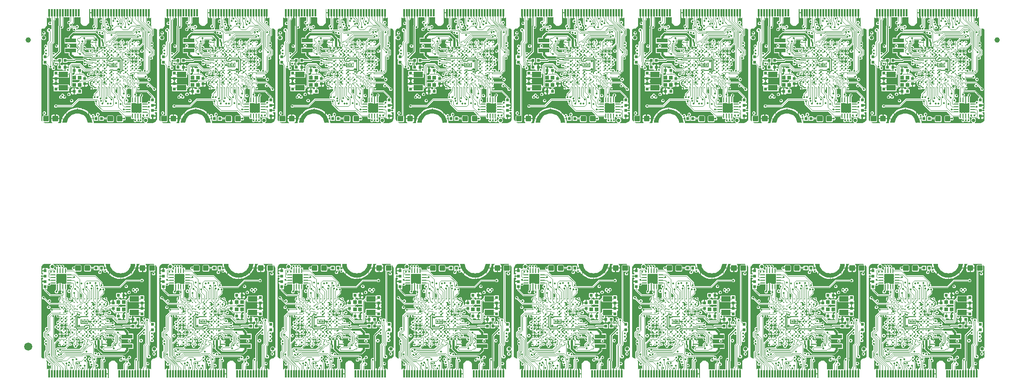
<source format=gtl>
G04 EAGLE Gerber RS-274X export*
G75*
%MOMM*%
%FSLAX34Y34*%
%LPD*%
%INTop Copper*%
%IPPOS*%
%AMOC8*
5,1,8,0,0,1.08239X$1,22.5*%
G01*
%ADD10C,0.234000*%
%ADD11C,0.300000*%
%ADD12R,0.600000X0.600000*%
%ADD13R,1.800000X1.000000*%
%ADD14R,0.700000X0.750000*%
%ADD15C,0.635000*%
%ADD16R,0.290000X0.900000*%
%ADD17R,0.900000X0.290000*%
%ADD18R,1.600000X1.600000*%
%ADD19R,2.000000X0.800000*%
%ADD20R,0.350000X1.450000*%
%ADD21C,0.352400*%
%ADD22C,0.101600*%
%ADD23C,1.000000*%
%ADD24C,1.500000*%
%ADD25C,0.114300*%
%ADD26C,0.203200*%
%ADD27C,0.254000*%
%ADD28C,0.381000*%
%ADD29C,0.406400*%

G36*
X615015Y21360D02*
X615015Y21360D01*
X615020Y21359D01*
X615077Y21372D01*
X615218Y21372D01*
X615223Y21373D01*
X615229Y21372D01*
X615322Y21393D01*
X615415Y21412D01*
X615419Y21415D01*
X615424Y21416D01*
X615502Y21471D01*
X615581Y21525D01*
X615583Y21529D01*
X615588Y21532D01*
X615638Y21613D01*
X615690Y21693D01*
X615691Y21698D01*
X615693Y21702D01*
X615725Y21880D01*
X615725Y38248D01*
X616183Y38706D01*
X616187Y38712D01*
X616194Y38717D01*
X616243Y38796D01*
X616294Y38873D01*
X616295Y38880D01*
X616299Y38887D01*
X616331Y39064D01*
X616331Y40628D01*
X618108Y42404D01*
X620364Y42404D01*
X620369Y42405D01*
X620375Y42404D01*
X620468Y42425D01*
X620561Y42444D01*
X620565Y42447D01*
X620570Y42448D01*
X620648Y42503D01*
X620727Y42557D01*
X620729Y42561D01*
X620734Y42564D01*
X620784Y42645D01*
X620836Y42725D01*
X620837Y42730D01*
X620839Y42734D01*
X620871Y42912D01*
X620871Y85191D01*
X622359Y86679D01*
X622360Y86679D01*
X631085Y95404D01*
X631089Y95411D01*
X631096Y95415D01*
X631145Y95494D01*
X631196Y95571D01*
X631197Y95579D01*
X631201Y95586D01*
X631233Y95763D01*
X631233Y96608D01*
X632829Y98203D01*
X632830Y98205D01*
X632832Y98207D01*
X632885Y98287D01*
X632940Y98370D01*
X632940Y98373D01*
X632941Y98375D01*
X632959Y98471D01*
X632977Y98567D01*
X632977Y98569D01*
X632977Y98572D01*
X632956Y98668D01*
X632936Y98763D01*
X632934Y98765D01*
X632933Y98768D01*
X632877Y98847D01*
X632821Y98928D01*
X632819Y98929D01*
X632817Y98931D01*
X632734Y98983D01*
X632652Y99035D01*
X632650Y99035D01*
X632647Y99037D01*
X632470Y99069D01*
X631748Y99069D01*
X631151Y99666D01*
X631144Y99671D01*
X631139Y99677D01*
X631061Y99726D01*
X630984Y99777D01*
X630976Y99779D01*
X630969Y99783D01*
X630792Y99815D01*
X627582Y99815D01*
X627577Y99814D01*
X627572Y99815D01*
X627479Y99794D01*
X627386Y99775D01*
X627381Y99772D01*
X627376Y99771D01*
X627298Y99716D01*
X627220Y99663D01*
X627217Y99658D01*
X627213Y99655D01*
X627162Y99574D01*
X627111Y99495D01*
X627110Y99489D01*
X627107Y99485D01*
X627075Y99308D01*
X627075Y98075D01*
X626331Y97331D01*
X619278Y97331D01*
X618533Y98075D01*
X618533Y105128D01*
X619278Y105872D01*
X620510Y105872D01*
X620515Y105873D01*
X620521Y105872D01*
X620614Y105893D01*
X620707Y105912D01*
X620711Y105915D01*
X620716Y105916D01*
X620794Y105971D01*
X620873Y106025D01*
X620875Y106029D01*
X620880Y106032D01*
X620930Y106113D01*
X620982Y106193D01*
X620983Y106198D01*
X620985Y106202D01*
X621017Y106380D01*
X621017Y109524D01*
X621016Y109529D01*
X621017Y109534D01*
X620997Y109627D01*
X620978Y109720D01*
X620975Y109724D01*
X620974Y109730D01*
X620919Y109807D01*
X620865Y109886D01*
X620861Y109889D01*
X620858Y109893D01*
X620776Y109944D01*
X620697Y109995D01*
X620692Y109996D01*
X620688Y109999D01*
X620510Y110031D01*
X619278Y110031D01*
X618938Y110371D01*
X618878Y110410D01*
X618824Y110457D01*
X618796Y110465D01*
X618771Y110482D01*
X618701Y110495D01*
X618633Y110517D01*
X618603Y110514D01*
X618574Y110519D01*
X618504Y110505D01*
X618433Y110498D01*
X618407Y110484D01*
X618378Y110478D01*
X618319Y110437D01*
X618256Y110403D01*
X618236Y110379D01*
X618213Y110363D01*
X618185Y110320D01*
X618140Y110266D01*
X617837Y109742D01*
X617364Y109268D01*
X616785Y108934D01*
X616139Y108761D01*
X613819Y108761D01*
X613819Y113793D01*
X613818Y113799D01*
X613819Y113804D01*
X613799Y113897D01*
X613780Y113990D01*
X613777Y113994D01*
X613776Y113999D01*
X613720Y114077D01*
X613667Y114156D01*
X613663Y114159D01*
X613660Y114163D01*
X613578Y114214D01*
X613499Y114265D01*
X613494Y114266D01*
X613489Y114269D01*
X613312Y114301D01*
X612803Y114301D01*
X612803Y114302D01*
X613312Y114302D01*
X613317Y114303D01*
X613322Y114303D01*
X613416Y114323D01*
X613509Y114342D01*
X613513Y114345D01*
X613518Y114346D01*
X613596Y114401D01*
X613674Y114455D01*
X613677Y114459D01*
X613682Y114462D01*
X613732Y114544D01*
X613784Y114623D01*
X613785Y114628D01*
X613787Y114632D01*
X613819Y114810D01*
X613819Y119842D01*
X616139Y119842D01*
X616785Y119669D01*
X617364Y119335D01*
X617837Y118862D01*
X618140Y118337D01*
X618187Y118284D01*
X618228Y118225D01*
X618253Y118209D01*
X618272Y118187D01*
X618337Y118156D01*
X618397Y118118D01*
X618426Y118113D01*
X618453Y118100D01*
X618524Y118096D01*
X618595Y118084D01*
X618623Y118091D01*
X618653Y118089D01*
X618720Y118113D01*
X618790Y118130D01*
X618816Y118148D01*
X618842Y118157D01*
X618880Y118192D01*
X618938Y118232D01*
X619278Y118572D01*
X626331Y118572D01*
X627075Y117828D01*
X627075Y110775D01*
X626331Y110031D01*
X626098Y110031D01*
X626093Y110030D01*
X626088Y110031D01*
X625995Y110010D01*
X625902Y109991D01*
X625897Y109988D01*
X625892Y109987D01*
X625814Y109932D01*
X625736Y109879D01*
X625733Y109874D01*
X625729Y109871D01*
X625678Y109790D01*
X625627Y109711D01*
X625626Y109705D01*
X625623Y109701D01*
X625591Y109524D01*
X625591Y106380D01*
X625592Y106374D01*
X625591Y106369D01*
X625612Y106276D01*
X625631Y106183D01*
X625633Y106179D01*
X625635Y106174D01*
X625690Y106096D01*
X625743Y106017D01*
X625748Y106014D01*
X625751Y106010D01*
X625832Y105960D01*
X625911Y105908D01*
X625916Y105907D01*
X625921Y105904D01*
X626098Y105872D01*
X626534Y105872D01*
X626539Y105873D01*
X626545Y105872D01*
X626638Y105893D01*
X626731Y105912D01*
X626735Y105915D01*
X626740Y105916D01*
X626818Y105971D01*
X626897Y106025D01*
X626899Y106029D01*
X626904Y106032D01*
X626954Y106113D01*
X627006Y106193D01*
X627007Y106198D01*
X627009Y106202D01*
X627041Y106380D01*
X627041Y109009D01*
X628818Y110785D01*
X631330Y110785D01*
X633107Y109009D01*
X633107Y106496D01*
X632611Y106000D01*
X632609Y105998D01*
X632607Y105997D01*
X632554Y105915D01*
X632500Y105833D01*
X632499Y105831D01*
X632498Y105829D01*
X632481Y105733D01*
X632462Y105636D01*
X632463Y105634D01*
X632462Y105631D01*
X632484Y105535D01*
X632504Y105440D01*
X632505Y105438D01*
X632506Y105436D01*
X632562Y105356D01*
X632618Y105276D01*
X632620Y105274D01*
X632622Y105272D01*
X632705Y105220D01*
X632787Y105168D01*
X632790Y105168D01*
X632792Y105166D01*
X632969Y105134D01*
X634360Y105134D01*
X634365Y105135D01*
X634371Y105134D01*
X634464Y105155D01*
X634557Y105174D01*
X634561Y105177D01*
X634566Y105178D01*
X634644Y105233D01*
X634723Y105287D01*
X634725Y105291D01*
X634730Y105294D01*
X634780Y105375D01*
X634832Y105455D01*
X634833Y105460D01*
X634835Y105464D01*
X634867Y105642D01*
X634867Y109463D01*
X634866Y109471D01*
X634867Y109479D01*
X634846Y109568D01*
X634828Y109660D01*
X634823Y109666D01*
X634822Y109674D01*
X634719Y109822D01*
X632372Y112169D01*
X632372Y113285D01*
X632370Y113293D01*
X632372Y113300D01*
X632351Y113390D01*
X632332Y113481D01*
X632328Y113488D01*
X632326Y113495D01*
X632223Y113643D01*
X631181Y114685D01*
X631181Y117198D01*
X632958Y118974D01*
X635470Y118974D01*
X637247Y117198D01*
X637247Y116067D01*
X637247Y116066D01*
X637247Y116065D01*
X637247Y116063D01*
X637247Y116062D01*
X637267Y115966D01*
X637287Y115870D01*
X637288Y115868D01*
X637289Y115866D01*
X637344Y115786D01*
X637399Y115705D01*
X637401Y115703D01*
X637403Y115701D01*
X637486Y115648D01*
X637567Y115595D01*
X637570Y115595D01*
X637572Y115593D01*
X637668Y115577D01*
X637764Y115560D01*
X637767Y115560D01*
X637770Y115560D01*
X637864Y115582D01*
X637960Y115603D01*
X637962Y115605D01*
X637965Y115605D01*
X638113Y115708D01*
X638439Y116034D01*
X640951Y116034D01*
X641860Y115126D01*
X641862Y115125D01*
X641863Y115123D01*
X641943Y115071D01*
X642026Y115015D01*
X642029Y115015D01*
X642031Y115013D01*
X642127Y114996D01*
X642223Y114978D01*
X642226Y114978D01*
X642229Y114978D01*
X642325Y114999D01*
X642419Y115019D01*
X642422Y115021D01*
X642424Y115021D01*
X642504Y115078D01*
X642584Y115134D01*
X642586Y115136D01*
X642588Y115137D01*
X642639Y115220D01*
X642692Y115303D01*
X642692Y115305D01*
X642693Y115308D01*
X642725Y115485D01*
X642725Y204922D01*
X642724Y204930D01*
X642725Y204937D01*
X642704Y205027D01*
X642686Y205118D01*
X642681Y205125D01*
X642680Y205132D01*
X642577Y205280D01*
X642503Y205354D01*
X642503Y214649D01*
X644127Y216272D01*
X652532Y216272D01*
X652598Y216286D01*
X652665Y216290D01*
X652695Y216305D01*
X652729Y216312D01*
X652784Y216350D01*
X652844Y216379D01*
X652866Y216405D01*
X652895Y216425D01*
X652931Y216481D01*
X652975Y216531D01*
X652985Y216564D01*
X653004Y216593D01*
X653016Y216658D01*
X653036Y216722D01*
X653033Y216756D01*
X653039Y216790D01*
X653025Y216855D01*
X653019Y216922D01*
X653003Y216952D01*
X652996Y216986D01*
X652957Y217040D01*
X652926Y217099D01*
X652898Y217123D01*
X652880Y217149D01*
X652838Y217175D01*
X652790Y217217D01*
X652129Y217606D01*
X652123Y217608D01*
X652118Y217612D01*
X651948Y217670D01*
X650024Y217963D01*
X649988Y217961D01*
X649947Y217969D01*
X636971Y217969D01*
X636904Y217955D01*
X636835Y217950D01*
X636806Y217936D01*
X636775Y217929D01*
X636718Y217890D01*
X636656Y217859D01*
X636635Y217835D01*
X636609Y217817D01*
X636571Y217759D01*
X636527Y217706D01*
X636517Y217675D01*
X636500Y217649D01*
X636487Y217581D01*
X636467Y217515D01*
X636470Y217483D01*
X636464Y217451D01*
X636479Y217384D01*
X636485Y217315D01*
X636501Y217287D01*
X636508Y217256D01*
X636548Y217199D01*
X636580Y217139D01*
X636606Y217116D01*
X636624Y217092D01*
X636667Y217065D01*
X636718Y217022D01*
X637215Y216735D01*
X637968Y215983D01*
X638500Y215061D01*
X638775Y214034D01*
X638775Y211017D01*
X631742Y211017D01*
X631737Y211016D01*
X631732Y211017D01*
X631639Y210996D01*
X631546Y210977D01*
X631541Y210974D01*
X631536Y210973D01*
X631459Y210918D01*
X631380Y210865D01*
X631377Y210860D01*
X631373Y210857D01*
X631322Y210776D01*
X631271Y210696D01*
X631270Y210691D01*
X631267Y210687D01*
X631235Y210510D01*
X631235Y210001D01*
X631233Y210001D01*
X631233Y210510D01*
X631232Y210515D01*
X631233Y210520D01*
X631212Y210613D01*
X631194Y210706D01*
X631191Y210710D01*
X631190Y210715D01*
X631134Y210793D01*
X631081Y210872D01*
X631077Y210875D01*
X631074Y210879D01*
X630992Y210930D01*
X630913Y210981D01*
X630908Y210982D01*
X630903Y210985D01*
X630726Y211017D01*
X623693Y211017D01*
X623693Y214034D01*
X623969Y215061D01*
X624501Y215983D01*
X625253Y216735D01*
X625751Y217022D01*
X625802Y217068D01*
X625860Y217107D01*
X625877Y217134D01*
X625901Y217155D01*
X625931Y217217D01*
X625969Y217275D01*
X625974Y217306D01*
X625988Y217335D01*
X625992Y217404D01*
X626004Y217472D01*
X625997Y217503D01*
X625999Y217535D01*
X625976Y217600D01*
X625961Y217668D01*
X625942Y217694D01*
X625931Y217724D01*
X625885Y217775D01*
X625845Y217831D01*
X625817Y217848D01*
X625796Y217872D01*
X625733Y217900D01*
X625675Y217937D01*
X625640Y217943D01*
X625613Y217955D01*
X625563Y217957D01*
X625497Y217969D01*
X620806Y217969D01*
X620728Y217953D01*
X620649Y217944D01*
X620631Y217934D01*
X620609Y217929D01*
X620544Y217885D01*
X620475Y217846D01*
X620461Y217829D01*
X620443Y217817D01*
X620400Y217750D01*
X620352Y217688D01*
X620345Y217665D01*
X620334Y217649D01*
X620324Y217594D01*
X620301Y217515D01*
X620298Y217481D01*
X620300Y217458D01*
X620299Y217451D01*
X620299Y217450D01*
X620295Y217428D01*
X620295Y217234D01*
X620267Y217129D01*
X620264Y217093D01*
X620252Y217051D01*
X620098Y215596D01*
X619356Y212233D01*
X618801Y210609D01*
X616043Y210609D01*
X617021Y213524D01*
X617021Y213534D01*
X617030Y213559D01*
X617750Y217557D01*
X617745Y217596D01*
X617751Y217635D01*
X617738Y217664D01*
X617735Y217696D01*
X617710Y217727D01*
X617694Y217763D01*
X617668Y217780D01*
X617647Y217806D01*
X617610Y217818D01*
X617578Y217840D01*
X617522Y217848D01*
X617515Y217851D01*
X617512Y217850D01*
X617504Y217851D01*
X609504Y217851D01*
X609440Y217832D01*
X609370Y217812D01*
X609370Y217811D01*
X609324Y217759D01*
X609278Y217706D01*
X609257Y217635D01*
X608876Y214772D01*
X608056Y212024D01*
X606818Y209437D01*
X605189Y207076D01*
X603212Y204999D01*
X600933Y203257D01*
X598411Y201893D01*
X595706Y200940D01*
X592885Y200422D01*
X590004Y200351D01*
X587124Y200422D01*
X584303Y200940D01*
X581598Y201893D01*
X579075Y203257D01*
X576797Y204999D01*
X574819Y207076D01*
X573191Y209437D01*
X571952Y212024D01*
X571133Y214772D01*
X570751Y217635D01*
X570724Y217696D01*
X570695Y217762D01*
X570694Y217762D01*
X570694Y217763D01*
X570634Y217803D01*
X570578Y217840D01*
X570504Y217851D01*
X569320Y217851D01*
X569271Y217882D01*
X569191Y217933D01*
X569186Y217934D01*
X569182Y217937D01*
X569004Y217969D01*
X568999Y217968D01*
X568994Y217969D01*
X568901Y217948D01*
X568808Y217929D01*
X568803Y217926D01*
X568798Y217925D01*
X568720Y217870D01*
X568692Y217851D01*
X562504Y217851D01*
X562467Y217840D01*
X562429Y217839D01*
X562402Y217821D01*
X562370Y217812D01*
X562345Y217783D01*
X562313Y217762D01*
X562300Y217731D01*
X562278Y217706D01*
X562272Y217669D01*
X562257Y217633D01*
X562258Y217575D01*
X562257Y217568D01*
X562258Y217565D01*
X562259Y217559D01*
X562952Y213548D01*
X562956Y213540D01*
X562961Y213513D01*
X563917Y210609D01*
X561159Y210609D01*
X560528Y212594D01*
X560523Y212618D01*
X560279Y213807D01*
X560271Y213826D01*
X560270Y213849D01*
X559883Y215734D01*
X559753Y217060D01*
X559742Y217096D01*
X559738Y217142D01*
X559713Y217234D01*
X559713Y217440D01*
X559709Y217461D01*
X559711Y217472D01*
X559710Y217477D01*
X559711Y217489D01*
X559709Y217510D01*
X559685Y217588D01*
X559668Y217668D01*
X559656Y217684D01*
X559651Y217702D01*
X559599Y217765D01*
X559552Y217831D01*
X559535Y217841D01*
X559523Y217856D01*
X559450Y217894D01*
X559381Y217937D01*
X559361Y217941D01*
X559345Y217949D01*
X559289Y217954D01*
X559204Y217969D01*
X465549Y217969D01*
X465546Y217968D01*
X465544Y217969D01*
X465449Y217949D01*
X465352Y217929D01*
X465350Y217928D01*
X465347Y217927D01*
X465267Y217871D01*
X465186Y217817D01*
X465185Y217814D01*
X465183Y217813D01*
X465130Y217729D01*
X465077Y217649D01*
X465077Y217646D01*
X465075Y217644D01*
X465059Y217548D01*
X465042Y217451D01*
X465042Y217449D01*
X465042Y217446D01*
X465064Y217352D01*
X465085Y217256D01*
X465087Y217253D01*
X465087Y217251D01*
X465190Y217103D01*
X467450Y214843D01*
X467450Y211160D01*
X466046Y209756D01*
X466045Y209754D01*
X466042Y209753D01*
X465990Y209672D01*
X465935Y209589D01*
X465935Y209587D01*
X465933Y209585D01*
X465916Y209488D01*
X465898Y209392D01*
X465898Y209390D01*
X465898Y209387D01*
X465919Y209291D01*
X465939Y209196D01*
X465941Y209194D01*
X465941Y209192D01*
X465998Y209112D01*
X466053Y209032D01*
X466056Y209030D01*
X466057Y209028D01*
X466141Y208976D01*
X466223Y208924D01*
X466225Y208924D01*
X466227Y208922D01*
X466405Y208890D01*
X466671Y208890D01*
X468918Y206644D01*
X468920Y206642D01*
X468921Y206640D01*
X469002Y206588D01*
X469084Y206533D01*
X469087Y206532D01*
X469089Y206531D01*
X469185Y206514D01*
X469281Y206495D01*
X469284Y206496D01*
X469287Y206495D01*
X469383Y206517D01*
X469477Y206537D01*
X469480Y206538D01*
X469482Y206539D01*
X469562Y206595D01*
X469642Y206651D01*
X469644Y206653D01*
X469646Y206655D01*
X469697Y206738D01*
X469750Y206820D01*
X469750Y206823D01*
X469751Y206825D01*
X469783Y207002D01*
X469783Y210028D01*
X470012Y210257D01*
X470015Y210261D01*
X470020Y210264D01*
X470071Y210345D01*
X470123Y210424D01*
X470124Y210429D01*
X470127Y210434D01*
X470143Y210527D01*
X470161Y210621D01*
X470160Y210626D01*
X470161Y210631D01*
X470139Y210724D01*
X470119Y210817D01*
X470116Y210821D01*
X470115Y210826D01*
X470013Y210974D01*
X468971Y212015D01*
X468971Y214528D01*
X470748Y216304D01*
X473260Y216304D01*
X474230Y215334D01*
X474235Y215331D01*
X474238Y215327D01*
X474318Y215276D01*
X474397Y215223D01*
X474403Y215222D01*
X474407Y215219D01*
X474501Y215204D01*
X474594Y215186D01*
X474599Y215187D01*
X474605Y215186D01*
X474697Y215207D01*
X474790Y215227D01*
X474795Y215230D01*
X474800Y215231D01*
X474948Y215334D01*
X475748Y216134D01*
X478260Y216134D01*
X479134Y215260D01*
X479139Y215257D01*
X479142Y215253D01*
X479222Y215202D01*
X479301Y215149D01*
X479306Y215148D01*
X479311Y215146D01*
X479405Y215130D01*
X479498Y215112D01*
X479503Y215113D01*
X479509Y215112D01*
X479601Y215134D01*
X479694Y215153D01*
X479699Y215156D01*
X479704Y215158D01*
X479852Y215260D01*
X480937Y216345D01*
X483449Y216345D01*
X485226Y214569D01*
X485226Y212057D01*
X484570Y211400D01*
X484567Y211396D01*
X484562Y211393D01*
X484512Y211314D01*
X484459Y211234D01*
X484458Y211228D01*
X484455Y211224D01*
X484439Y211130D01*
X484421Y211037D01*
X484422Y211031D01*
X484421Y211026D01*
X484443Y210934D01*
X484463Y210841D01*
X484466Y210836D01*
X484467Y210831D01*
X484570Y210683D01*
X484646Y210607D01*
X484650Y210604D01*
X484653Y210600D01*
X484733Y210549D01*
X484813Y210496D01*
X484818Y210495D01*
X484822Y210493D01*
X484916Y210477D01*
X485009Y210459D01*
X485015Y210460D01*
X485020Y210459D01*
X485111Y210480D01*
X485206Y210500D01*
X485210Y210503D01*
X485215Y210505D01*
X485363Y210607D01*
X485528Y210772D01*
X489481Y210772D01*
X490225Y210028D01*
X490225Y207288D01*
X490226Y207282D01*
X490225Y207277D01*
X490246Y207184D01*
X490265Y207091D01*
X490267Y207087D01*
X490269Y207082D01*
X490324Y207004D01*
X490377Y206925D01*
X490382Y206922D01*
X490385Y206918D01*
X490466Y206868D01*
X490545Y206816D01*
X490550Y206815D01*
X490555Y206812D01*
X490732Y206780D01*
X500712Y206780D01*
X500715Y206781D01*
X500717Y206780D01*
X500812Y206800D01*
X500908Y206820D01*
X500911Y206821D01*
X500913Y206822D01*
X500994Y206878D01*
X501074Y206933D01*
X501076Y206935D01*
X501078Y206936D01*
X501131Y207020D01*
X501183Y207101D01*
X501184Y207103D01*
X501185Y207105D01*
X501202Y207202D01*
X501219Y207298D01*
X501218Y207301D01*
X501219Y207303D01*
X501197Y207397D01*
X501175Y207494D01*
X501174Y207496D01*
X501173Y207498D01*
X501071Y207646D01*
X499971Y208745D01*
X499971Y211258D01*
X501748Y213034D01*
X504456Y213034D01*
X504461Y213035D01*
X504467Y213034D01*
X504560Y213055D01*
X504653Y213074D01*
X504657Y213077D01*
X504662Y213078D01*
X504740Y213133D01*
X504819Y213187D01*
X504821Y213191D01*
X504826Y213194D01*
X504876Y213275D01*
X504928Y213355D01*
X504929Y213360D01*
X504931Y213364D01*
X504963Y213542D01*
X504963Y214649D01*
X506587Y216272D01*
X515882Y216272D01*
X517505Y214649D01*
X517505Y205354D01*
X515882Y203731D01*
X507129Y203731D01*
X507127Y203730D01*
X507124Y203731D01*
X507029Y203711D01*
X506933Y203691D01*
X506930Y203690D01*
X506928Y203689D01*
X506847Y203633D01*
X506767Y203579D01*
X506765Y203576D01*
X506763Y203575D01*
X506710Y203491D01*
X506658Y203411D01*
X506657Y203408D01*
X506656Y203406D01*
X506639Y203309D01*
X506622Y203213D01*
X506623Y203211D01*
X506622Y203208D01*
X506644Y203114D01*
X506666Y203018D01*
X506667Y203015D01*
X506668Y203013D01*
X506770Y202865D01*
X512707Y196929D01*
X512713Y196925D01*
X512718Y196918D01*
X512796Y196869D01*
X512873Y196818D01*
X512881Y196816D01*
X512888Y196812D01*
X513065Y196780D01*
X536967Y196780D01*
X536975Y196782D01*
X536983Y196781D01*
X537073Y196802D01*
X537164Y196820D01*
X537171Y196824D01*
X537178Y196826D01*
X537204Y196844D01*
X543557Y196844D01*
X556846Y183555D01*
X556846Y180658D01*
X556848Y180651D01*
X556847Y180643D01*
X556868Y180553D01*
X556886Y180462D01*
X556890Y180455D01*
X556892Y180448D01*
X556995Y180300D01*
X558037Y179258D01*
X558037Y176888D01*
X558038Y176882D01*
X558037Y176877D01*
X558058Y176784D01*
X558077Y176691D01*
X558079Y176687D01*
X558081Y176682D01*
X558136Y176604D01*
X558189Y176525D01*
X558194Y176522D01*
X558197Y176518D01*
X558278Y176468D01*
X558357Y176416D01*
X558362Y176415D01*
X558367Y176412D01*
X558544Y176380D01*
X587557Y176380D01*
X587565Y176382D01*
X587573Y176381D01*
X587663Y176402D01*
X587754Y176420D01*
X587760Y176424D01*
X587768Y176426D01*
X587916Y176529D01*
X599667Y188280D01*
X627384Y188280D01*
X627392Y188282D01*
X627399Y188281D01*
X627489Y188302D01*
X627580Y188320D01*
X627587Y188324D01*
X627595Y188326D01*
X627743Y188429D01*
X628848Y189534D01*
X631360Y189534D01*
X633137Y187758D01*
X633137Y185245D01*
X631360Y183469D01*
X628848Y183469D01*
X627743Y184574D01*
X627736Y184579D01*
X627731Y184585D01*
X627653Y184634D01*
X627576Y184685D01*
X627568Y184687D01*
X627561Y184691D01*
X627384Y184723D01*
X601351Y184723D01*
X601343Y184721D01*
X601336Y184723D01*
X601246Y184702D01*
X601155Y184683D01*
X601148Y184679D01*
X601140Y184677D01*
X600992Y184574D01*
X589241Y172823D01*
X560896Y172823D01*
X560894Y172822D01*
X560891Y172823D01*
X560796Y172803D01*
X560700Y172783D01*
X560698Y172782D01*
X560695Y172781D01*
X560615Y172725D01*
X560534Y172671D01*
X560533Y172668D01*
X560531Y172667D01*
X560477Y172583D01*
X560425Y172503D01*
X560424Y172500D01*
X560423Y172498D01*
X560407Y172402D01*
X560389Y172305D01*
X560390Y172303D01*
X560389Y172300D01*
X560411Y172206D01*
X560433Y172110D01*
X560434Y172107D01*
X560435Y172105D01*
X560538Y171957D01*
X561237Y171258D01*
X561237Y168745D01*
X560131Y167640D01*
X560127Y167633D01*
X560121Y167629D01*
X560072Y167550D01*
X560021Y167473D01*
X560019Y167465D01*
X560015Y167459D01*
X559983Y167281D01*
X559983Y162943D01*
X554002Y156962D01*
X553998Y156956D01*
X553992Y156951D01*
X553943Y156872D01*
X553892Y156795D01*
X553890Y156787D01*
X553886Y156781D01*
X553854Y156603D01*
X553854Y155028D01*
X553854Y155025D01*
X553854Y155022D01*
X553874Y154928D01*
X553894Y154831D01*
X553895Y154829D01*
X553896Y154826D01*
X553951Y154746D01*
X554006Y154665D01*
X554008Y154664D01*
X554010Y154662D01*
X554093Y154609D01*
X554174Y154556D01*
X554177Y154556D01*
X554179Y154554D01*
X554275Y154538D01*
X554371Y154520D01*
X554374Y154521D01*
X554377Y154521D01*
X554470Y154542D01*
X554567Y154564D01*
X554569Y154566D01*
X554572Y154566D01*
X554720Y154669D01*
X554743Y154692D01*
X556765Y154692D01*
X556771Y154687D01*
X556777Y154683D01*
X556782Y154676D01*
X556860Y154627D01*
X556937Y154576D01*
X556945Y154575D01*
X556952Y154570D01*
X557129Y154538D01*
X558697Y154538D01*
X558712Y154529D01*
X558791Y154476D01*
X558797Y154475D01*
X558801Y154472D01*
X558895Y154456D01*
X558988Y154438D01*
X558993Y154440D01*
X558999Y154439D01*
X559091Y154460D01*
X559184Y154480D01*
X559189Y154483D01*
X559194Y154484D01*
X559342Y154587D01*
X559976Y155221D01*
X560822Y155709D01*
X561670Y155937D01*
X561670Y152329D01*
X561671Y152324D01*
X561670Y152318D01*
X561691Y152225D01*
X561709Y152132D01*
X561712Y152128D01*
X561714Y152123D01*
X561769Y152045D01*
X561822Y151966D01*
X561827Y151964D01*
X561830Y151959D01*
X561910Y151910D01*
X561923Y151891D01*
X561976Y151812D01*
X561981Y151809D01*
X561984Y151805D01*
X562065Y151755D01*
X562144Y151703D01*
X562150Y151702D01*
X562154Y151699D01*
X562331Y151667D01*
X565939Y151667D01*
X565712Y150819D01*
X565627Y150672D01*
X565615Y150635D01*
X565593Y150601D01*
X565583Y150541D01*
X565563Y150482D01*
X565566Y150443D01*
X565560Y150403D01*
X565573Y150344D01*
X565578Y150283D01*
X565596Y150247D01*
X565605Y150208D01*
X565645Y150150D01*
X565669Y150104D01*
X565690Y150086D01*
X565708Y150060D01*
X566016Y149752D01*
X566747Y149021D01*
X568235Y147533D01*
X568235Y145644D01*
X568236Y145637D01*
X568235Y145629D01*
X568256Y145539D01*
X568275Y145448D01*
X568279Y145441D01*
X568281Y145434D01*
X568383Y145286D01*
X568766Y144903D01*
X568766Y142346D01*
X568744Y142313D01*
X568743Y142310D01*
X568742Y142308D01*
X568724Y142211D01*
X568706Y142116D01*
X568707Y142113D01*
X568706Y142111D01*
X568727Y142015D01*
X568748Y141920D01*
X568749Y141918D01*
X568750Y141915D01*
X568806Y141836D01*
X568862Y141755D01*
X568864Y141754D01*
X568866Y141752D01*
X568949Y141700D01*
X569031Y141648D01*
X569034Y141647D01*
X569036Y141646D01*
X569213Y141614D01*
X570456Y141614D01*
X570461Y141615D01*
X570467Y141614D01*
X570560Y141635D01*
X570653Y141653D01*
X570657Y141656D01*
X570662Y141658D01*
X570740Y141713D01*
X570819Y141766D01*
X570821Y141770D01*
X570826Y141774D01*
X570876Y141855D01*
X570928Y141934D01*
X570929Y141939D01*
X570931Y141944D01*
X570963Y142121D01*
X570963Y143986D01*
X575996Y143986D01*
X576001Y143987D01*
X576006Y143986D01*
X576099Y144007D01*
X576193Y144026D01*
X576197Y144029D01*
X576202Y144030D01*
X576280Y144085D01*
X576358Y144139D01*
X576361Y144143D01*
X576366Y144146D01*
X576416Y144227D01*
X576468Y144307D01*
X576469Y144312D01*
X576471Y144316D01*
X576503Y144494D01*
X576503Y145002D01*
X577012Y145002D01*
X577017Y145003D01*
X577022Y145003D01*
X577116Y145023D01*
X577209Y145042D01*
X577213Y145045D01*
X577218Y145046D01*
X577296Y145101D01*
X577374Y145155D01*
X577377Y145159D01*
X577382Y145162D01*
X577432Y145244D01*
X577484Y145323D01*
X577485Y145328D01*
X577487Y145332D01*
X577519Y145510D01*
X577519Y150542D01*
X579839Y150542D01*
X580512Y150362D01*
X580539Y150344D01*
X580602Y150333D01*
X580662Y150312D01*
X580700Y150315D01*
X580737Y150308D01*
X580799Y150322D01*
X580862Y150327D01*
X580896Y150344D01*
X580932Y150352D01*
X580984Y150389D01*
X581041Y150418D01*
X581065Y150446D01*
X581096Y150468D01*
X581129Y150522D01*
X581170Y150571D01*
X581182Y150606D01*
X581201Y150638D01*
X581215Y150711D01*
X581231Y150762D01*
X581228Y150787D01*
X581233Y150816D01*
X581233Y151028D01*
X581978Y151772D01*
X583718Y151772D01*
X583723Y151773D01*
X583729Y151772D01*
X583822Y151793D01*
X583915Y151812D01*
X583919Y151815D01*
X583924Y151816D01*
X584002Y151871D01*
X584081Y151925D01*
X584083Y151929D01*
X584088Y151932D01*
X584138Y152013D01*
X584190Y152093D01*
X584191Y152098D01*
X584193Y152102D01*
X584225Y152280D01*
X584225Y154224D01*
X584224Y154229D01*
X584225Y154234D01*
X584205Y154327D01*
X584186Y154420D01*
X584183Y154424D01*
X584182Y154430D01*
X584127Y154507D01*
X584073Y154586D01*
X584069Y154589D01*
X584066Y154593D01*
X583984Y154644D01*
X583905Y154695D01*
X583900Y154696D01*
X583896Y154699D01*
X583718Y154731D01*
X582478Y154731D01*
X581733Y155475D01*
X581733Y162528D01*
X582478Y163272D01*
X589531Y163272D01*
X589870Y162932D01*
X589930Y162893D01*
X589985Y162847D01*
X590013Y162838D01*
X590037Y162821D01*
X590108Y162808D01*
X590176Y162787D01*
X590205Y162789D01*
X590234Y162784D01*
X590304Y162799D01*
X590375Y162805D01*
X590401Y162819D01*
X590430Y162825D01*
X590489Y162866D01*
X590552Y162900D01*
X590573Y162924D01*
X590595Y162940D01*
X590623Y162984D01*
X590668Y163037D01*
X590971Y163562D01*
X591444Y164035D01*
X592023Y164369D01*
X592670Y164542D01*
X594989Y164542D01*
X594989Y159510D01*
X594990Y159505D01*
X594989Y159499D01*
X595010Y159406D01*
X595029Y159313D01*
X595032Y159309D01*
X595033Y159304D01*
X595088Y159226D01*
X595141Y159147D01*
X595146Y159145D01*
X595149Y159140D01*
X595230Y159090D01*
X595309Y159038D01*
X595314Y159037D01*
X595319Y159034D01*
X595496Y159002D01*
X596005Y159002D01*
X596005Y159001D01*
X595496Y159001D01*
X595491Y159000D01*
X595486Y159001D01*
X595393Y158980D01*
X595300Y158961D01*
X595295Y158958D01*
X595290Y158957D01*
X595212Y158902D01*
X595134Y158848D01*
X595131Y158844D01*
X595127Y158841D01*
X595076Y158760D01*
X595025Y158680D01*
X595024Y158675D01*
X595021Y158671D01*
X594989Y158493D01*
X594989Y153461D01*
X592670Y153461D01*
X592023Y153634D01*
X591444Y153968D01*
X590971Y154442D01*
X590668Y154966D01*
X590621Y155020D01*
X590580Y155078D01*
X590556Y155094D01*
X590536Y155116D01*
X590472Y155147D01*
X590411Y155186D01*
X590382Y155191D01*
X590355Y155203D01*
X590284Y155207D01*
X590214Y155219D01*
X590185Y155212D01*
X590155Y155214D01*
X590088Y155190D01*
X590018Y155174D01*
X589992Y155155D01*
X589967Y155146D01*
X589928Y155111D01*
X589870Y155071D01*
X589531Y154731D01*
X588290Y154731D01*
X588285Y154730D01*
X588280Y154731D01*
X588187Y154710D01*
X588094Y154691D01*
X588089Y154688D01*
X588084Y154687D01*
X588006Y154632D01*
X587928Y154579D01*
X587925Y154574D01*
X587921Y154571D01*
X587870Y154490D01*
X587819Y154411D01*
X587818Y154405D01*
X587815Y154401D01*
X587783Y154224D01*
X587783Y152280D01*
X587784Y152274D01*
X587783Y152269D01*
X587804Y152176D01*
X587823Y152083D01*
X587825Y152079D01*
X587827Y152074D01*
X587882Y151996D01*
X587935Y151917D01*
X587940Y151914D01*
X587943Y151910D01*
X588024Y151860D01*
X588103Y151808D01*
X588108Y151807D01*
X588113Y151804D01*
X588290Y151772D01*
X590031Y151772D01*
X590645Y151157D01*
X590650Y151154D01*
X590653Y151150D01*
X590733Y151099D01*
X590812Y151046D01*
X590818Y151045D01*
X590822Y151043D01*
X590916Y151027D01*
X591009Y151009D01*
X591014Y151010D01*
X591020Y151009D01*
X591112Y151031D01*
X591205Y151050D01*
X591210Y151053D01*
X591215Y151055D01*
X591363Y151157D01*
X591978Y151772D01*
X600031Y151772D01*
X600775Y151028D01*
X600775Y151012D01*
X600775Y151010D01*
X600775Y151007D01*
X600795Y150912D01*
X600815Y150816D01*
X600816Y150814D01*
X600817Y150811D01*
X600873Y150731D01*
X600927Y150650D01*
X600929Y150649D01*
X600931Y150647D01*
X601015Y150593D01*
X601095Y150541D01*
X601098Y150540D01*
X601100Y150539D01*
X601196Y150523D01*
X601292Y150505D01*
X601295Y150506D01*
X601298Y150505D01*
X601391Y150527D01*
X601488Y150549D01*
X601490Y150550D01*
X601493Y150551D01*
X601641Y150654D01*
X605276Y154289D01*
X605330Y154301D01*
X605423Y154320D01*
X605427Y154323D01*
X605432Y154324D01*
X605510Y154379D01*
X605589Y154433D01*
X605591Y154437D01*
X605596Y154440D01*
X605646Y154521D01*
X605698Y154601D01*
X605699Y154606D01*
X605701Y154610D01*
X605733Y154788D01*
X605733Y158028D01*
X606478Y158772D01*
X625688Y158772D01*
X625759Y158759D01*
X625764Y158760D01*
X625770Y158759D01*
X625862Y158781D01*
X625955Y158800D01*
X625959Y158803D01*
X625965Y158805D01*
X626113Y158907D01*
X626478Y159272D01*
X633531Y159272D01*
X634275Y158528D01*
X634275Y151475D01*
X633935Y151135D01*
X633895Y151076D01*
X633849Y151021D01*
X633840Y150993D01*
X633824Y150968D01*
X633811Y150898D01*
X633789Y150830D01*
X633792Y150801D01*
X633786Y150771D01*
X633801Y150702D01*
X633808Y150630D01*
X633822Y150604D01*
X633828Y150575D01*
X633869Y150517D01*
X633902Y150454D01*
X633927Y150433D01*
X633942Y150411D01*
X633986Y150383D01*
X634040Y150337D01*
X634564Y150035D01*
X635037Y149562D01*
X635372Y148982D01*
X635545Y148336D01*
X635545Y146017D01*
X630512Y146017D01*
X630507Y146016D01*
X630502Y146017D01*
X630409Y145996D01*
X630316Y145977D01*
X630311Y145974D01*
X630306Y145973D01*
X630229Y145918D01*
X630150Y145865D01*
X630147Y145860D01*
X630143Y145857D01*
X630092Y145776D01*
X630041Y145696D01*
X630040Y145691D01*
X630037Y145687D01*
X630005Y145510D01*
X630005Y145001D01*
X630003Y145001D01*
X630003Y145510D01*
X630002Y145515D01*
X630003Y145520D01*
X629982Y145613D01*
X629964Y145706D01*
X629961Y145710D01*
X629960Y145715D01*
X629904Y145793D01*
X629851Y145872D01*
X629847Y145875D01*
X629844Y145879D01*
X629762Y145930D01*
X629683Y145981D01*
X629678Y145982D01*
X629673Y145985D01*
X629496Y146017D01*
X624358Y146017D01*
X624311Y146086D01*
X624307Y146089D01*
X624304Y146093D01*
X624222Y146144D01*
X624143Y146195D01*
X624138Y146196D01*
X624134Y146199D01*
X623956Y146231D01*
X606478Y146231D01*
X605733Y146975D01*
X605733Y148491D01*
X605733Y148493D01*
X605733Y148496D01*
X605713Y148591D01*
X605694Y148687D01*
X605692Y148689D01*
X605692Y148692D01*
X605636Y148773D01*
X605581Y148853D01*
X605579Y148854D01*
X605578Y148857D01*
X605494Y148910D01*
X605413Y148962D01*
X605411Y148963D01*
X605408Y148964D01*
X605312Y148981D01*
X605216Y148998D01*
X605213Y148997D01*
X605211Y148998D01*
X605117Y148976D01*
X605020Y148954D01*
X605018Y148953D01*
X605016Y148952D01*
X604868Y148849D01*
X603431Y147413D01*
X603427Y147407D01*
X603421Y147402D01*
X603372Y147324D01*
X603321Y147246D01*
X603319Y147239D01*
X603315Y147232D01*
X603283Y147055D01*
X603283Y127020D01*
X603283Y127018D01*
X603283Y127015D01*
X603303Y126920D01*
X603323Y126824D01*
X603324Y126822D01*
X603325Y126819D01*
X603381Y126739D01*
X603435Y126658D01*
X603437Y126657D01*
X603439Y126655D01*
X603523Y126601D01*
X603603Y126549D01*
X603606Y126548D01*
X603608Y126547D01*
X603704Y126531D01*
X603800Y126513D01*
X603803Y126514D01*
X603806Y126513D01*
X603900Y126535D01*
X603996Y126557D01*
X603998Y126558D01*
X604001Y126559D01*
X604149Y126662D01*
X605577Y128090D01*
X605584Y128097D01*
X605589Y128104D01*
X605596Y128109D01*
X605644Y128187D01*
X605695Y128264D01*
X605697Y128272D01*
X605701Y128279D01*
X605733Y128456D01*
X605733Y133028D01*
X606478Y133772D01*
X623956Y133772D01*
X623961Y133773D01*
X623967Y133772D01*
X624060Y133793D01*
X624153Y133812D01*
X624157Y133815D01*
X624162Y133816D01*
X624240Y133871D01*
X624319Y133925D01*
X624321Y133929D01*
X624326Y133932D01*
X624359Y133986D01*
X629496Y133986D01*
X629501Y133987D01*
X629506Y133986D01*
X629599Y134007D01*
X629693Y134026D01*
X629697Y134029D01*
X629702Y134030D01*
X629780Y134085D01*
X629858Y134139D01*
X629861Y134143D01*
X629866Y134146D01*
X629916Y134227D01*
X629968Y134307D01*
X629969Y134312D01*
X629971Y134316D01*
X630003Y134494D01*
X630003Y135002D01*
X630005Y135002D01*
X630005Y134494D01*
X630006Y134489D01*
X630005Y134483D01*
X630026Y134390D01*
X630045Y134297D01*
X630048Y134293D01*
X630049Y134288D01*
X630104Y134210D01*
X630157Y134131D01*
X630162Y134128D01*
X630165Y134124D01*
X630246Y134074D01*
X630325Y134022D01*
X630330Y134021D01*
X630335Y134018D01*
X630512Y133986D01*
X635545Y133986D01*
X635545Y131667D01*
X635372Y131021D01*
X635037Y130442D01*
X634564Y129969D01*
X634040Y129666D01*
X633986Y129618D01*
X633928Y129578D01*
X633912Y129553D01*
X633890Y129533D01*
X633858Y129469D01*
X633820Y129409D01*
X633815Y129380D01*
X633802Y129353D01*
X633799Y129281D01*
X633787Y129211D01*
X633793Y129182D01*
X633792Y129153D01*
X633816Y129085D01*
X633832Y129016D01*
X633850Y128990D01*
X633860Y128964D01*
X633895Y128926D01*
X633935Y128868D01*
X634275Y128528D01*
X634275Y121475D01*
X633531Y120731D01*
X626478Y120731D01*
X626113Y121096D01*
X626109Y121099D01*
X626106Y121103D01*
X626025Y121154D01*
X625946Y121207D01*
X625941Y121208D01*
X625936Y121211D01*
X625843Y121227D01*
X625749Y121244D01*
X625744Y121243D01*
X625739Y121244D01*
X625682Y121231D01*
X611416Y121231D01*
X611411Y121230D01*
X611406Y121231D01*
X611313Y121210D01*
X611220Y121191D01*
X611215Y121188D01*
X611210Y121187D01*
X611132Y121132D01*
X611054Y121079D01*
X611051Y121074D01*
X611047Y121071D01*
X610996Y120990D01*
X610945Y120911D01*
X610944Y120905D01*
X610941Y120901D01*
X610909Y120724D01*
X610909Y120350D01*
X610910Y120344D01*
X610909Y120339D01*
X610930Y120246D01*
X610949Y120153D01*
X610951Y120149D01*
X610953Y120144D01*
X611008Y120066D01*
X611061Y119987D01*
X611066Y119984D01*
X611069Y119980D01*
X611150Y119930D01*
X611229Y119878D01*
X611234Y119877D01*
X611239Y119874D01*
X611416Y119842D01*
X611789Y119842D01*
X611789Y115317D01*
X607263Y115317D01*
X607263Y116062D01*
X607262Y116067D01*
X607263Y116072D01*
X607243Y116165D01*
X607224Y116258D01*
X607221Y116262D01*
X607220Y116268D01*
X607165Y116345D01*
X607111Y116424D01*
X607107Y116427D01*
X607104Y116431D01*
X607023Y116481D01*
X606943Y116533D01*
X606938Y116534D01*
X606934Y116537D01*
X606756Y116569D01*
X606606Y116569D01*
X606563Y116597D01*
X606482Y116651D01*
X606479Y116651D01*
X606477Y116653D01*
X606381Y116670D01*
X606285Y116689D01*
X606283Y116688D01*
X606280Y116688D01*
X606184Y116667D01*
X606089Y116647D01*
X606087Y116645D01*
X606084Y116645D01*
X606004Y116588D01*
X605924Y116533D01*
X605923Y116530D01*
X605921Y116529D01*
X605868Y116444D01*
X605817Y116364D01*
X605816Y116361D01*
X605815Y116359D01*
X605783Y116181D01*
X605783Y111151D01*
X601577Y106945D01*
X584571Y106945D01*
X575093Y116423D01*
X575086Y116427D01*
X575082Y116434D01*
X575003Y116482D01*
X574926Y116534D01*
X574918Y116535D01*
X574912Y116539D01*
X574734Y116571D01*
X563611Y116571D01*
X563608Y116571D01*
X563606Y116571D01*
X563511Y116551D01*
X563414Y116532D01*
X563412Y116530D01*
X563409Y116530D01*
X563329Y116474D01*
X563248Y116419D01*
X563247Y116417D01*
X563245Y116415D01*
X563191Y116331D01*
X563139Y116251D01*
X563139Y116249D01*
X563137Y116246D01*
X563121Y116150D01*
X563104Y116054D01*
X563104Y116051D01*
X563104Y116049D01*
X563126Y115955D01*
X563147Y115858D01*
X563149Y115856D01*
X563149Y115853D01*
X563252Y115705D01*
X564842Y114116D01*
X564846Y114113D01*
X564849Y114108D01*
X564930Y114057D01*
X565009Y114005D01*
X565014Y114004D01*
X565018Y114001D01*
X565112Y113985D01*
X565206Y113967D01*
X565211Y113968D01*
X565216Y113967D01*
X565308Y113989D01*
X565402Y114009D01*
X565406Y114012D01*
X565411Y114013D01*
X565557Y114114D01*
X568070Y114114D01*
X569847Y112338D01*
X569847Y109825D01*
X569481Y109460D01*
X569480Y109458D01*
X569478Y109456D01*
X569425Y109375D01*
X569370Y109293D01*
X569370Y109290D01*
X569368Y109288D01*
X569351Y109192D01*
X569333Y109096D01*
X569333Y109093D01*
X569333Y109091D01*
X569355Y108993D01*
X569374Y108900D01*
X569376Y108898D01*
X569376Y108895D01*
X569433Y108815D01*
X569489Y108735D01*
X569491Y108734D01*
X569492Y108732D01*
X569576Y108680D01*
X569658Y108628D01*
X569660Y108627D01*
X569663Y108626D01*
X569840Y108594D01*
X572906Y108594D01*
X572914Y108595D01*
X572922Y108594D01*
X573012Y108615D01*
X573103Y108633D01*
X573109Y108638D01*
X573117Y108640D01*
X573265Y108742D01*
X575097Y110574D01*
X577609Y110574D01*
X579386Y108798D01*
X579386Y106285D01*
X578326Y105226D01*
X578323Y105221D01*
X578319Y105218D01*
X578268Y105138D01*
X578215Y105059D01*
X578214Y105054D01*
X578212Y105049D01*
X578196Y104955D01*
X578178Y104862D01*
X578179Y104857D01*
X578178Y104852D01*
X578200Y104759D01*
X578219Y104666D01*
X578222Y104662D01*
X578224Y104656D01*
X578326Y104508D01*
X579181Y103653D01*
X579181Y102732D01*
X579182Y102726D01*
X579182Y102721D01*
X579202Y102628D01*
X579221Y102535D01*
X579224Y102531D01*
X579225Y102526D01*
X579280Y102448D01*
X579334Y102369D01*
X579338Y102366D01*
X579341Y102362D01*
X579423Y102312D01*
X579502Y102260D01*
X579507Y102259D01*
X579511Y102256D01*
X579689Y102224D01*
X592478Y102224D01*
X592486Y102226D01*
X592494Y102225D01*
X592584Y102246D01*
X592675Y102264D01*
X592681Y102268D01*
X592689Y102270D01*
X592837Y102373D01*
X594353Y103888D01*
X608026Y103888D01*
X608031Y103889D01*
X608037Y103888D01*
X608130Y103909D01*
X608223Y103928D01*
X608227Y103931D01*
X608232Y103932D01*
X608310Y103987D01*
X608389Y104041D01*
X608391Y104045D01*
X608396Y104048D01*
X608446Y104129D01*
X608498Y104209D01*
X608499Y104214D01*
X608501Y104218D01*
X608533Y104396D01*
X608533Y105128D01*
X609278Y105872D01*
X616331Y105872D01*
X617075Y105128D01*
X617075Y98075D01*
X616331Y97331D01*
X609278Y97331D01*
X608533Y98075D01*
X608533Y98808D01*
X608532Y98813D01*
X608533Y98818D01*
X608513Y98911D01*
X608494Y99004D01*
X608491Y99008D01*
X608490Y99014D01*
X608435Y99091D01*
X608381Y99170D01*
X608377Y99173D01*
X608374Y99177D01*
X608292Y99228D01*
X608213Y99279D01*
X608208Y99280D01*
X608204Y99283D01*
X608026Y99315D01*
X599186Y99315D01*
X599184Y99314D01*
X599181Y99315D01*
X599086Y99295D01*
X598990Y99275D01*
X598988Y99274D01*
X598985Y99273D01*
X598904Y99217D01*
X598824Y99163D01*
X598823Y99160D01*
X598820Y99159D01*
X598767Y99075D01*
X598715Y98995D01*
X598714Y98992D01*
X598713Y98990D01*
X598696Y98893D01*
X598679Y98797D01*
X598680Y98795D01*
X598679Y98792D01*
X598701Y98698D01*
X598723Y98602D01*
X598724Y98599D01*
X598725Y98597D01*
X598828Y98449D01*
X605807Y91470D01*
X605807Y88380D01*
X605808Y88374D01*
X605807Y88369D01*
X605828Y88276D01*
X605847Y88183D01*
X605849Y88179D01*
X605851Y88174D01*
X605906Y88096D01*
X605959Y88017D01*
X605964Y88014D01*
X605967Y88010D01*
X606048Y87960D01*
X606127Y87908D01*
X606132Y87907D01*
X606137Y87904D01*
X606314Y87872D01*
X613031Y87872D01*
X613775Y87128D01*
X613775Y78075D01*
X613031Y77331D01*
X609135Y77331D01*
X609132Y77330D01*
X609130Y77331D01*
X609035Y77311D01*
X608938Y77291D01*
X608936Y77290D01*
X608934Y77289D01*
X608853Y77233D01*
X608773Y77179D01*
X608771Y77176D01*
X608769Y77175D01*
X608716Y77091D01*
X608663Y77011D01*
X608663Y77008D01*
X608662Y77006D01*
X608645Y76909D01*
X608628Y76813D01*
X608628Y76811D01*
X608628Y76808D01*
X608650Y76714D01*
X608671Y76618D01*
X608673Y76615D01*
X608674Y76613D01*
X608776Y76465D01*
X609783Y75458D01*
X609783Y72945D01*
X608007Y71169D01*
X605494Y71169D01*
X603718Y72945D01*
X603718Y75458D01*
X604725Y76465D01*
X604727Y76467D01*
X604729Y76469D01*
X604781Y76549D01*
X604836Y76632D01*
X604837Y76635D01*
X604838Y76637D01*
X604855Y76731D01*
X604874Y76829D01*
X604873Y76831D01*
X604874Y76834D01*
X604852Y76930D01*
X604832Y77025D01*
X604831Y77027D01*
X604830Y77030D01*
X604773Y77109D01*
X604718Y77190D01*
X604716Y77191D01*
X604714Y77193D01*
X604630Y77245D01*
X604549Y77297D01*
X604546Y77297D01*
X604544Y77299D01*
X604366Y77331D01*
X591978Y77331D01*
X591233Y78075D01*
X591233Y79871D01*
X591233Y79873D01*
X591233Y79876D01*
X591214Y79969D01*
X591194Y80067D01*
X591192Y80069D01*
X591192Y80072D01*
X591136Y80153D01*
X591081Y80233D01*
X591079Y80235D01*
X591078Y80237D01*
X590994Y80290D01*
X590913Y80342D01*
X590911Y80343D01*
X590908Y80344D01*
X590812Y80361D01*
X590716Y80378D01*
X590713Y80377D01*
X590711Y80378D01*
X590617Y80356D01*
X590520Y80334D01*
X590518Y80333D01*
X590516Y80332D01*
X590368Y80229D01*
X590260Y80122D01*
X589741Y79603D01*
X588900Y79603D01*
X588895Y79602D01*
X588890Y79603D01*
X588797Y79582D01*
X588704Y79563D01*
X588699Y79560D01*
X588694Y79559D01*
X588616Y79504D01*
X588538Y79451D01*
X588535Y79446D01*
X588531Y79443D01*
X588480Y79362D01*
X588429Y79283D01*
X588428Y79277D01*
X588425Y79273D01*
X588393Y79096D01*
X588393Y78088D01*
X588394Y78082D01*
X588393Y78077D01*
X588414Y77984D01*
X588433Y77891D01*
X588435Y77887D01*
X588437Y77882D01*
X588492Y77804D01*
X588545Y77725D01*
X588550Y77722D01*
X588553Y77718D01*
X588634Y77668D01*
X588713Y77616D01*
X588718Y77615D01*
X588723Y77612D01*
X588900Y77580D01*
X589741Y77580D01*
X590931Y76390D01*
X592053Y75268D01*
X592053Y71255D01*
X591536Y70738D01*
X591535Y70736D01*
X591533Y70735D01*
X591480Y70653D01*
X591425Y70571D01*
X591425Y70569D01*
X591423Y70567D01*
X591406Y70471D01*
X591388Y70374D01*
X591388Y70372D01*
X591388Y70369D01*
X591409Y70273D01*
X591429Y70178D01*
X591431Y70176D01*
X591431Y70174D01*
X591488Y70094D01*
X591544Y70014D01*
X591546Y70012D01*
X591547Y70010D01*
X591631Y69958D01*
X591713Y69906D01*
X591715Y69906D01*
X591718Y69904D01*
X591895Y69872D01*
X613031Y69872D01*
X613775Y69128D01*
X613775Y60075D01*
X613031Y59331D01*
X606314Y59331D01*
X606309Y59330D01*
X606304Y59331D01*
X606211Y59310D01*
X606118Y59291D01*
X606113Y59288D01*
X606108Y59287D01*
X606030Y59232D01*
X605952Y59179D01*
X605949Y59174D01*
X605945Y59171D01*
X605894Y59090D01*
X605843Y59011D01*
X605842Y59005D01*
X605839Y59001D01*
X605807Y58824D01*
X605807Y56234D01*
X598935Y49362D01*
X555773Y49362D01*
X545951Y59184D01*
X545951Y59662D01*
X545950Y59667D01*
X545951Y59672D01*
X545931Y59765D01*
X545912Y59858D01*
X545909Y59862D01*
X545908Y59868D01*
X545853Y59945D01*
X545799Y60024D01*
X545795Y60027D01*
X545792Y60031D01*
X545710Y60082D01*
X545631Y60133D01*
X545626Y60134D01*
X545622Y60137D01*
X545444Y60169D01*
X542948Y60169D01*
X542149Y60968D01*
X542147Y60969D01*
X542145Y60972D01*
X542065Y61024D01*
X541982Y61079D01*
X541979Y61079D01*
X541977Y61081D01*
X541881Y61098D01*
X541785Y61117D01*
X541782Y61116D01*
X541780Y61116D01*
X541683Y61095D01*
X541589Y61075D01*
X541587Y61073D01*
X541584Y61073D01*
X541505Y61016D01*
X541424Y60961D01*
X541423Y60958D01*
X541421Y60957D01*
X541369Y60874D01*
X541317Y60791D01*
X541316Y60789D01*
X541315Y60787D01*
X541283Y60609D01*
X541283Y53572D01*
X541283Y53569D01*
X541283Y53567D01*
X541303Y53471D01*
X541323Y53375D01*
X541324Y53373D01*
X541325Y53371D01*
X541381Y53290D01*
X541435Y53210D01*
X541437Y53208D01*
X541439Y53206D01*
X541523Y53153D01*
X541603Y53100D01*
X541606Y53100D01*
X541608Y53098D01*
X541704Y53082D01*
X541800Y53065D01*
X541803Y53065D01*
X541806Y53065D01*
X541900Y53087D01*
X541996Y53108D01*
X541998Y53110D01*
X542001Y53110D01*
X542149Y53213D01*
X542652Y53717D01*
X545165Y53717D01*
X546689Y52193D01*
X546693Y52190D01*
X546696Y52185D01*
X546776Y52135D01*
X546856Y52082D01*
X546861Y52081D01*
X546866Y52078D01*
X546959Y52062D01*
X547053Y52044D01*
X547058Y52045D01*
X547063Y52044D01*
X547156Y52066D01*
X547249Y52086D01*
X547253Y52089D01*
X547258Y52090D01*
X547406Y52193D01*
X547748Y52534D01*
X550260Y52534D01*
X552037Y50758D01*
X552037Y48245D01*
X551954Y48162D01*
X551952Y48160D01*
X551950Y48159D01*
X551897Y48077D01*
X551843Y47995D01*
X551842Y47993D01*
X551841Y47991D01*
X551823Y47894D01*
X551805Y47798D01*
X551806Y47796D01*
X551805Y47793D01*
X551827Y47696D01*
X551847Y47602D01*
X551848Y47600D01*
X551849Y47598D01*
X551906Y47518D01*
X551961Y47438D01*
X551963Y47436D01*
X551965Y47434D01*
X552048Y47382D01*
X552130Y47330D01*
X552133Y47330D01*
X552135Y47328D01*
X552312Y47296D01*
X554662Y47296D01*
X554670Y47298D01*
X554678Y47297D01*
X554768Y47318D01*
X554859Y47336D01*
X554865Y47340D01*
X554873Y47342D01*
X555021Y47445D01*
X555397Y47820D01*
X594102Y47820D01*
X595243Y46679D01*
X595249Y46675D01*
X595254Y46669D01*
X595333Y46620D01*
X595410Y46568D01*
X595418Y46567D01*
X595424Y46563D01*
X595602Y46531D01*
X597165Y46531D01*
X598941Y44754D01*
X598941Y42242D01*
X598556Y41857D01*
X598555Y41855D01*
X598553Y41853D01*
X598500Y41772D01*
X598445Y41690D01*
X598445Y41687D01*
X598443Y41685D01*
X598426Y41589D01*
X598408Y41493D01*
X598408Y41490D01*
X598408Y41488D01*
X598429Y41391D01*
X598449Y41297D01*
X598451Y41295D01*
X598451Y41292D01*
X598509Y41211D01*
X598564Y41132D01*
X598566Y41131D01*
X598567Y41129D01*
X598651Y41077D01*
X598733Y41025D01*
X598735Y41024D01*
X598738Y41023D01*
X598915Y40991D01*
X601418Y40991D01*
X601425Y40992D01*
X601433Y40991D01*
X601523Y41012D01*
X601614Y41030D01*
X601621Y41035D01*
X601628Y41037D01*
X601776Y41139D01*
X603653Y43016D01*
X603657Y43022D01*
X603664Y43027D01*
X603713Y43106D01*
X603764Y43183D01*
X603765Y43190D01*
X603769Y43197D01*
X603801Y43374D01*
X603801Y44938D01*
X605578Y46714D01*
X608090Y46714D01*
X609867Y44938D01*
X609867Y42425D01*
X608090Y40649D01*
X606527Y40649D01*
X606519Y40647D01*
X606512Y40649D01*
X606422Y40628D01*
X606331Y40609D01*
X606324Y40605D01*
X606316Y40603D01*
X606168Y40500D01*
X604322Y38654D01*
X604319Y38650D01*
X604315Y38647D01*
X604264Y38567D01*
X604211Y38487D01*
X604210Y38482D01*
X604208Y38478D01*
X604192Y38384D01*
X604174Y38290D01*
X604175Y38285D01*
X604174Y38280D01*
X604196Y38188D01*
X604215Y38094D01*
X604218Y38090D01*
X604220Y38085D01*
X604322Y37937D01*
X605401Y36858D01*
X605401Y34353D01*
X605402Y34348D01*
X605402Y34343D01*
X605422Y34249D01*
X605441Y34156D01*
X605444Y34152D01*
X605445Y34147D01*
X605500Y34069D01*
X605554Y33991D01*
X605558Y33988D01*
X605561Y33983D01*
X605642Y33933D01*
X605722Y33881D01*
X605727Y33880D01*
X605731Y33878D01*
X605909Y33846D01*
X607046Y33846D01*
X608823Y32069D01*
X608823Y29557D01*
X607046Y27780D01*
X605483Y27780D01*
X605475Y27779D01*
X605468Y27780D01*
X605378Y27759D01*
X605287Y27741D01*
X605280Y27736D01*
X605272Y27734D01*
X605124Y27632D01*
X604431Y26939D01*
X604427Y26932D01*
X604421Y26928D01*
X604372Y26849D01*
X604321Y26772D01*
X604319Y26764D01*
X604315Y26757D01*
X604283Y26580D01*
X604283Y21880D01*
X604284Y21874D01*
X604283Y21869D01*
X604304Y21776D01*
X604323Y21683D01*
X604325Y21679D01*
X604327Y21674D01*
X604382Y21596D01*
X604435Y21517D01*
X604440Y21514D01*
X604443Y21510D01*
X604524Y21460D01*
X604603Y21408D01*
X604608Y21407D01*
X604613Y21404D01*
X604790Y21372D01*
X604939Y21372D01*
X605009Y21359D01*
X605015Y21360D01*
X605020Y21359D01*
X605077Y21372D01*
X609939Y21372D01*
X610009Y21359D01*
X610015Y21360D01*
X610020Y21359D01*
X610077Y21372D01*
X614939Y21372D01*
X615009Y21359D01*
X615015Y21360D01*
G37*
G36*
X835004Y21360D02*
X835004Y21360D01*
X835010Y21359D01*
X835066Y21372D01*
X835208Y21372D01*
X835213Y21373D01*
X835218Y21372D01*
X835311Y21393D01*
X835404Y21412D01*
X835408Y21415D01*
X835414Y21416D01*
X835491Y21471D01*
X835570Y21525D01*
X835573Y21529D01*
X835577Y21532D01*
X835628Y21613D01*
X835679Y21693D01*
X835680Y21698D01*
X835683Y21702D01*
X835715Y21880D01*
X835715Y38248D01*
X836172Y38706D01*
X836177Y38712D01*
X836183Y38717D01*
X836232Y38796D01*
X836283Y38873D01*
X836285Y38880D01*
X836289Y38887D01*
X836321Y39064D01*
X836321Y40628D01*
X838097Y42404D01*
X840354Y42404D01*
X840359Y42405D01*
X840364Y42404D01*
X840457Y42425D01*
X840550Y42444D01*
X840554Y42447D01*
X840560Y42448D01*
X840637Y42503D01*
X840716Y42557D01*
X840719Y42561D01*
X840723Y42564D01*
X840773Y42645D01*
X840825Y42725D01*
X840826Y42730D01*
X840829Y42734D01*
X840861Y42912D01*
X840861Y85191D01*
X851074Y95404D01*
X851079Y95411D01*
X851085Y95415D01*
X851134Y95494D01*
X851185Y95571D01*
X851187Y95579D01*
X851191Y95586D01*
X851223Y95763D01*
X851223Y96608D01*
X852818Y98203D01*
X852819Y98205D01*
X852822Y98207D01*
X852874Y98287D01*
X852929Y98370D01*
X852929Y98373D01*
X852931Y98375D01*
X852948Y98471D01*
X852967Y98567D01*
X852966Y98569D01*
X852966Y98572D01*
X852945Y98668D01*
X852925Y98763D01*
X852923Y98765D01*
X852923Y98768D01*
X852866Y98847D01*
X852811Y98928D01*
X852808Y98929D01*
X852807Y98931D01*
X852723Y98983D01*
X852641Y99035D01*
X852639Y99035D01*
X852637Y99037D01*
X852459Y99069D01*
X851737Y99069D01*
X851140Y99666D01*
X851133Y99671D01*
X851129Y99677D01*
X851050Y99726D01*
X850973Y99777D01*
X850965Y99779D01*
X850959Y99783D01*
X850781Y99815D01*
X847572Y99815D01*
X847566Y99814D01*
X847561Y99815D01*
X847468Y99794D01*
X847375Y99775D01*
X847371Y99772D01*
X847366Y99771D01*
X847288Y99716D01*
X847209Y99663D01*
X847206Y99658D01*
X847202Y99655D01*
X847152Y99574D01*
X847100Y99495D01*
X847099Y99489D01*
X847096Y99485D01*
X847064Y99308D01*
X847064Y98075D01*
X846320Y97331D01*
X839267Y97331D01*
X838523Y98075D01*
X838523Y105128D01*
X839267Y105872D01*
X840500Y105872D01*
X840505Y105873D01*
X840510Y105872D01*
X840603Y105893D01*
X840696Y105912D01*
X840700Y105915D01*
X840706Y105916D01*
X840783Y105971D01*
X840862Y106025D01*
X840865Y106029D01*
X840869Y106032D01*
X840920Y106113D01*
X840971Y106193D01*
X840972Y106198D01*
X840975Y106202D01*
X841007Y106380D01*
X841007Y109524D01*
X841006Y109529D01*
X841007Y109534D01*
X840986Y109627D01*
X840967Y109720D01*
X840964Y109724D01*
X840963Y109730D01*
X840908Y109807D01*
X840855Y109886D01*
X840850Y109889D01*
X840847Y109893D01*
X840766Y109944D01*
X840687Y109995D01*
X840681Y109996D01*
X840677Y109999D01*
X840500Y110031D01*
X839267Y110031D01*
X838927Y110371D01*
X838868Y110410D01*
X838813Y110457D01*
X838785Y110465D01*
X838760Y110482D01*
X838690Y110495D01*
X838622Y110517D01*
X838593Y110514D01*
X838563Y110519D01*
X838494Y110505D01*
X838422Y110498D01*
X838396Y110484D01*
X838367Y110478D01*
X838309Y110437D01*
X838246Y110403D01*
X838225Y110379D01*
X838203Y110363D01*
X838175Y110320D01*
X838129Y110266D01*
X837827Y109742D01*
X837354Y109268D01*
X836774Y108934D01*
X836128Y108761D01*
X833809Y108761D01*
X833809Y113793D01*
X833808Y113799D01*
X833809Y113804D01*
X833788Y113897D01*
X833769Y113990D01*
X833766Y113994D01*
X833765Y113999D01*
X833710Y114077D01*
X833657Y114156D01*
X833652Y114159D01*
X833649Y114163D01*
X833568Y114214D01*
X833488Y114265D01*
X833483Y114266D01*
X833479Y114269D01*
X833302Y114301D01*
X832793Y114301D01*
X832793Y114302D01*
X833302Y114302D01*
X833307Y114303D01*
X833312Y114303D01*
X833405Y114323D01*
X833498Y114342D01*
X833502Y114345D01*
X833507Y114346D01*
X833585Y114401D01*
X833664Y114455D01*
X833667Y114459D01*
X833671Y114462D01*
X833722Y114544D01*
X833773Y114623D01*
X833774Y114628D01*
X833777Y114632D01*
X833809Y114810D01*
X833809Y119842D01*
X836128Y119842D01*
X836774Y119669D01*
X837354Y119335D01*
X837827Y118862D01*
X838129Y118337D01*
X838177Y118284D01*
X838217Y118225D01*
X838242Y118209D01*
X838262Y118187D01*
X838326Y118156D01*
X838386Y118118D01*
X838416Y118113D01*
X838442Y118100D01*
X838514Y118096D01*
X838584Y118084D01*
X838613Y118091D01*
X838642Y118089D01*
X838710Y118113D01*
X838779Y118130D01*
X838805Y118148D01*
X838831Y118157D01*
X838870Y118192D01*
X838927Y118232D01*
X839267Y118572D01*
X846320Y118572D01*
X847064Y117828D01*
X847064Y110775D01*
X846320Y110031D01*
X846088Y110031D01*
X846082Y110030D01*
X846077Y110031D01*
X845984Y110010D01*
X845891Y109991D01*
X845887Y109988D01*
X845882Y109987D01*
X845804Y109932D01*
X845725Y109879D01*
X845722Y109874D01*
X845718Y109871D01*
X845668Y109790D01*
X845616Y109711D01*
X845615Y109705D01*
X845612Y109701D01*
X845580Y109524D01*
X845580Y106380D01*
X845581Y106374D01*
X845580Y106369D01*
X845601Y106276D01*
X845620Y106183D01*
X845623Y106179D01*
X845624Y106174D01*
X845679Y106096D01*
X845733Y106017D01*
X845737Y106014D01*
X845740Y106010D01*
X845821Y105960D01*
X845901Y105908D01*
X845906Y105907D01*
X845910Y105904D01*
X846088Y105872D01*
X846524Y105872D01*
X846529Y105873D01*
X846534Y105872D01*
X846627Y105893D01*
X846720Y105912D01*
X846724Y105915D01*
X846730Y105916D01*
X846807Y105971D01*
X846886Y106025D01*
X846889Y106029D01*
X846893Y106032D01*
X846944Y106113D01*
X846995Y106193D01*
X846996Y106198D01*
X846999Y106202D01*
X847031Y106380D01*
X847031Y109009D01*
X848807Y110785D01*
X851320Y110785D01*
X853096Y109009D01*
X853096Y106496D01*
X852600Y106000D01*
X852599Y105998D01*
X852597Y105997D01*
X852544Y105915D01*
X852489Y105833D01*
X852489Y105831D01*
X852487Y105829D01*
X852470Y105733D01*
X852452Y105636D01*
X852452Y105634D01*
X852452Y105631D01*
X852473Y105535D01*
X852493Y105440D01*
X852495Y105438D01*
X852495Y105436D01*
X852552Y105356D01*
X852608Y105276D01*
X852610Y105274D01*
X852611Y105272D01*
X852694Y105220D01*
X852777Y105168D01*
X852779Y105168D01*
X852782Y105166D01*
X852959Y105134D01*
X854350Y105134D01*
X854355Y105135D01*
X854360Y105134D01*
X854453Y105155D01*
X854546Y105174D01*
X854550Y105177D01*
X854556Y105178D01*
X854633Y105233D01*
X854712Y105287D01*
X854715Y105291D01*
X854719Y105294D01*
X854770Y105375D01*
X854821Y105455D01*
X854822Y105460D01*
X854825Y105464D01*
X854857Y105642D01*
X854857Y109463D01*
X854855Y109471D01*
X854857Y109479D01*
X854836Y109568D01*
X854817Y109660D01*
X854813Y109666D01*
X854811Y109674D01*
X854708Y109822D01*
X852361Y112169D01*
X852361Y113285D01*
X852360Y113293D01*
X852361Y113300D01*
X852340Y113390D01*
X852322Y113481D01*
X852317Y113488D01*
X852316Y113495D01*
X852213Y113643D01*
X851171Y114685D01*
X851171Y117198D01*
X852947Y118974D01*
X855460Y118974D01*
X857236Y117198D01*
X857236Y116067D01*
X857237Y116066D01*
X857236Y116065D01*
X857237Y116063D01*
X857236Y116062D01*
X857257Y115966D01*
X857276Y115870D01*
X857277Y115868D01*
X857278Y115866D01*
X857333Y115786D01*
X857389Y115705D01*
X857391Y115703D01*
X857392Y115701D01*
X857475Y115648D01*
X857557Y115595D01*
X857559Y115595D01*
X857561Y115593D01*
X857658Y115577D01*
X857754Y115560D01*
X857757Y115560D01*
X857759Y115560D01*
X857853Y115582D01*
X857950Y115603D01*
X857952Y115605D01*
X857954Y115605D01*
X858102Y115708D01*
X858428Y116034D01*
X860941Y116034D01*
X861849Y115126D01*
X861851Y115125D01*
X861853Y115123D01*
X861933Y115071D01*
X862016Y115015D01*
X862019Y115015D01*
X862021Y115013D01*
X862116Y114996D01*
X862213Y114978D01*
X862215Y114978D01*
X862218Y114978D01*
X862314Y114999D01*
X862409Y115019D01*
X862411Y115021D01*
X862414Y115021D01*
X862493Y115078D01*
X862574Y115134D01*
X862575Y115136D01*
X862577Y115137D01*
X862629Y115220D01*
X862681Y115303D01*
X862681Y115305D01*
X862683Y115308D01*
X862715Y115485D01*
X862715Y204922D01*
X862713Y204930D01*
X862715Y204937D01*
X862694Y205027D01*
X862675Y205118D01*
X862671Y205125D01*
X862669Y205132D01*
X862566Y205280D01*
X862493Y205354D01*
X862493Y214649D01*
X864116Y216272D01*
X872522Y216272D01*
X872587Y216286D01*
X872654Y216290D01*
X872685Y216305D01*
X872718Y216312D01*
X872774Y216350D01*
X872833Y216379D01*
X872856Y216405D01*
X872884Y216425D01*
X872920Y216481D01*
X872964Y216531D01*
X872975Y216564D01*
X872993Y216593D01*
X873005Y216658D01*
X873026Y216722D01*
X873023Y216756D01*
X873029Y216790D01*
X873014Y216855D01*
X873009Y216922D01*
X872993Y216952D01*
X872985Y216986D01*
X872947Y217040D01*
X872916Y217099D01*
X872887Y217123D01*
X872869Y217149D01*
X872828Y217175D01*
X872779Y217217D01*
X872118Y217606D01*
X872112Y217608D01*
X872108Y217612D01*
X872073Y217623D01*
X872048Y217640D01*
X871999Y217649D01*
X871937Y217670D01*
X870013Y217963D01*
X869978Y217961D01*
X869937Y217969D01*
X856961Y217969D01*
X856893Y217955D01*
X856824Y217950D01*
X856796Y217936D01*
X856764Y217929D01*
X856707Y217890D01*
X856646Y217859D01*
X856625Y217835D01*
X856598Y217817D01*
X856561Y217759D01*
X856516Y217706D01*
X856507Y217675D01*
X856489Y217649D01*
X856477Y217581D01*
X856456Y217515D01*
X856459Y217483D01*
X856453Y217451D01*
X856468Y217384D01*
X856475Y217315D01*
X856490Y217287D01*
X856497Y217256D01*
X856537Y217199D01*
X856569Y217139D01*
X856596Y217116D01*
X856613Y217092D01*
X856656Y217065D01*
X856707Y217022D01*
X857205Y216735D01*
X857957Y215983D01*
X858489Y215061D01*
X858764Y214034D01*
X858764Y211017D01*
X851732Y211017D01*
X851727Y211016D01*
X851721Y211017D01*
X851628Y210996D01*
X851535Y210977D01*
X851531Y210974D01*
X851526Y210973D01*
X851448Y210918D01*
X851369Y210865D01*
X851367Y210860D01*
X851362Y210857D01*
X851312Y210776D01*
X851260Y210696D01*
X851259Y210691D01*
X851256Y210687D01*
X851224Y210510D01*
X851224Y210001D01*
X851223Y210001D01*
X851223Y210510D01*
X851222Y210515D01*
X851223Y210520D01*
X851202Y210613D01*
X851183Y210706D01*
X851180Y210710D01*
X851179Y210715D01*
X851124Y210793D01*
X851070Y210872D01*
X851066Y210875D01*
X851063Y210879D01*
X850982Y210930D01*
X850902Y210981D01*
X850897Y210982D01*
X850893Y210985D01*
X850715Y211017D01*
X843683Y211017D01*
X843683Y214034D01*
X843958Y215061D01*
X844490Y215983D01*
X845243Y216735D01*
X845740Y217022D01*
X845792Y217068D01*
X845849Y217107D01*
X845866Y217134D01*
X845891Y217155D01*
X845921Y217217D01*
X845958Y217275D01*
X845964Y217306D01*
X845978Y217335D01*
X845982Y217404D01*
X845994Y217472D01*
X845987Y217503D01*
X845988Y217535D01*
X845965Y217600D01*
X845950Y217668D01*
X845932Y217694D01*
X845921Y217724D01*
X845874Y217775D01*
X845834Y217831D01*
X845807Y217848D01*
X845785Y217872D01*
X845723Y217900D01*
X845664Y217937D01*
X845630Y217943D01*
X845603Y217955D01*
X845552Y217957D01*
X845487Y217969D01*
X840795Y217969D01*
X840718Y217953D01*
X840639Y217944D01*
X840620Y217934D01*
X840599Y217929D01*
X840533Y217885D01*
X840464Y217846D01*
X840451Y217829D01*
X840433Y217817D01*
X840390Y217750D01*
X840341Y217688D01*
X840335Y217665D01*
X840324Y217649D01*
X840314Y217594D01*
X840291Y217515D01*
X840287Y217481D01*
X840289Y217458D01*
X840288Y217451D01*
X840288Y217450D01*
X840284Y217428D01*
X840284Y217234D01*
X840256Y217129D01*
X840254Y217093D01*
X840242Y217051D01*
X840088Y215596D01*
X839345Y212233D01*
X838790Y210609D01*
X836032Y210609D01*
X837010Y213524D01*
X837010Y213534D01*
X837019Y213559D01*
X837739Y217557D01*
X837735Y217596D01*
X837741Y217635D01*
X837728Y217664D01*
X837724Y217696D01*
X837700Y217727D01*
X837684Y217763D01*
X837657Y217780D01*
X837637Y217806D01*
X837600Y217818D01*
X837567Y217840D01*
X837512Y217848D01*
X837504Y217851D01*
X837501Y217850D01*
X837494Y217851D01*
X829494Y217851D01*
X829493Y217851D01*
X829430Y217832D01*
X829359Y217812D01*
X829359Y217811D01*
X829314Y217759D01*
X829267Y217706D01*
X829247Y217635D01*
X828865Y214772D01*
X828046Y212024D01*
X826807Y209437D01*
X825179Y207076D01*
X823201Y204999D01*
X820923Y203257D01*
X818400Y201893D01*
X815695Y200940D01*
X812874Y200422D01*
X809994Y200351D01*
X807113Y200422D01*
X804292Y200940D01*
X801587Y201893D01*
X799064Y203257D01*
X796786Y204999D01*
X794809Y207076D01*
X793180Y209437D01*
X791941Y212024D01*
X791122Y214772D01*
X790741Y217635D01*
X790713Y217696D01*
X790684Y217762D01*
X790684Y217763D01*
X790623Y217803D01*
X790568Y217840D01*
X790567Y217840D01*
X790494Y217851D01*
X789309Y217851D01*
X789260Y217882D01*
X789181Y217933D01*
X789176Y217934D01*
X789171Y217937D01*
X788994Y217969D01*
X788993Y217969D01*
X788988Y217968D01*
X788983Y217969D01*
X788890Y217948D01*
X788797Y217929D01*
X788793Y217926D01*
X788787Y217925D01*
X788710Y217870D01*
X788682Y217851D01*
X782494Y217851D01*
X782457Y217840D01*
X782419Y217839D01*
X782391Y217821D01*
X782359Y217812D01*
X782334Y217783D01*
X782302Y217762D01*
X782289Y217731D01*
X782267Y217706D01*
X782262Y217669D01*
X782246Y217633D01*
X782248Y217575D01*
X782247Y217568D01*
X782248Y217565D01*
X782248Y217559D01*
X782941Y213548D01*
X782946Y213540D01*
X782950Y213513D01*
X783907Y210609D01*
X781148Y210609D01*
X780518Y212594D01*
X780510Y212629D01*
X780268Y213807D01*
X780260Y213826D01*
X780260Y213849D01*
X779872Y215734D01*
X779743Y217060D01*
X779731Y217096D01*
X779728Y217142D01*
X779703Y217234D01*
X779703Y217440D01*
X779699Y217461D01*
X779701Y217472D01*
X779699Y217477D01*
X779700Y217489D01*
X779698Y217510D01*
X779675Y217588D01*
X779657Y217668D01*
X779646Y217684D01*
X779640Y217702D01*
X779588Y217765D01*
X779541Y217831D01*
X779524Y217841D01*
X779512Y217856D01*
X779440Y217894D01*
X779371Y217937D01*
X779350Y217941D01*
X779334Y217949D01*
X779278Y217954D01*
X779194Y217969D01*
X685538Y217969D01*
X685536Y217968D01*
X685533Y217969D01*
X685438Y217949D01*
X685342Y217929D01*
X685339Y217928D01*
X685337Y217927D01*
X685256Y217871D01*
X685176Y217817D01*
X685174Y217814D01*
X685172Y217813D01*
X685119Y217729D01*
X685067Y217649D01*
X685066Y217646D01*
X685065Y217644D01*
X685048Y217548D01*
X685031Y217451D01*
X685032Y217449D01*
X685031Y217446D01*
X685053Y217352D01*
X685075Y217256D01*
X685076Y217253D01*
X685077Y217251D01*
X685179Y217103D01*
X687439Y214843D01*
X687439Y211160D01*
X686035Y209756D01*
X686034Y209754D01*
X686032Y209753D01*
X685979Y209672D01*
X685925Y209589D01*
X685924Y209587D01*
X685923Y209585D01*
X685905Y209488D01*
X685887Y209392D01*
X685887Y209390D01*
X685887Y209387D01*
X685908Y209291D01*
X685929Y209196D01*
X685930Y209194D01*
X685931Y209192D01*
X685987Y209112D01*
X686043Y209032D01*
X686045Y209030D01*
X686047Y209028D01*
X686130Y208976D01*
X686212Y208924D01*
X686215Y208924D01*
X686217Y208922D01*
X686394Y208890D01*
X686660Y208890D01*
X688907Y206644D01*
X688909Y206642D01*
X688911Y206640D01*
X688991Y206588D01*
X689074Y206533D01*
X689077Y206532D01*
X689079Y206531D01*
X689175Y206514D01*
X689271Y206495D01*
X689273Y206496D01*
X689276Y206495D01*
X689372Y206517D01*
X689467Y206537D01*
X689469Y206538D01*
X689472Y206539D01*
X689551Y206595D01*
X689632Y206651D01*
X689633Y206653D01*
X689635Y206655D01*
X689687Y206738D01*
X689739Y206820D01*
X689739Y206823D01*
X689741Y206825D01*
X689773Y207002D01*
X689773Y210028D01*
X690002Y210257D01*
X690005Y210261D01*
X690009Y210264D01*
X690060Y210345D01*
X690113Y210424D01*
X690114Y210429D01*
X690117Y210434D01*
X690133Y210527D01*
X690150Y210621D01*
X690149Y210626D01*
X690150Y210631D01*
X690129Y210724D01*
X690109Y210817D01*
X690106Y210821D01*
X690105Y210826D01*
X690002Y210974D01*
X688961Y212015D01*
X688961Y214528D01*
X690737Y216304D01*
X693250Y216304D01*
X694220Y215334D01*
X694224Y215331D01*
X694227Y215327D01*
X694307Y215276D01*
X694387Y215223D01*
X694392Y215222D01*
X694396Y215219D01*
X694490Y215204D01*
X694584Y215186D01*
X694589Y215187D01*
X694594Y215186D01*
X694687Y215207D01*
X694780Y215227D01*
X694784Y215230D01*
X694789Y215231D01*
X694937Y215334D01*
X695737Y216134D01*
X698250Y216134D01*
X699124Y215260D01*
X699128Y215257D01*
X699131Y215253D01*
X699212Y215202D01*
X699291Y215149D01*
X699296Y215148D01*
X699300Y215146D01*
X699394Y215130D01*
X699488Y215112D01*
X699493Y215113D01*
X699498Y215112D01*
X699591Y215134D01*
X699684Y215153D01*
X699688Y215156D01*
X699693Y215158D01*
X699841Y215260D01*
X700926Y216345D01*
X703439Y216345D01*
X705215Y214569D01*
X705215Y212057D01*
X704559Y211400D01*
X704556Y211396D01*
X704552Y211393D01*
X704501Y211314D01*
X704448Y211234D01*
X704447Y211228D01*
X704444Y211224D01*
X704428Y211130D01*
X704411Y211037D01*
X704412Y211031D01*
X704411Y211026D01*
X704432Y210934D01*
X704452Y210841D01*
X704455Y210836D01*
X704456Y210831D01*
X704559Y210683D01*
X704635Y210607D01*
X704639Y210604D01*
X704642Y210600D01*
X704723Y210549D01*
X704802Y210496D01*
X704807Y210495D01*
X704811Y210493D01*
X704906Y210477D01*
X704999Y210459D01*
X705004Y210460D01*
X705009Y210459D01*
X705101Y210480D01*
X705195Y210500D01*
X705199Y210503D01*
X705204Y210505D01*
X705352Y210607D01*
X705517Y210772D01*
X709470Y210772D01*
X710214Y210028D01*
X710214Y207288D01*
X710215Y207282D01*
X710214Y207277D01*
X710235Y207184D01*
X710254Y207091D01*
X710257Y207087D01*
X710258Y207082D01*
X710313Y207004D01*
X710367Y206925D01*
X710371Y206922D01*
X710374Y206918D01*
X710455Y206868D01*
X710535Y206816D01*
X710540Y206815D01*
X710544Y206812D01*
X710722Y206780D01*
X720701Y206780D01*
X720704Y206781D01*
X720706Y206780D01*
X720801Y206800D01*
X720898Y206820D01*
X720900Y206821D01*
X720903Y206822D01*
X720983Y206878D01*
X721064Y206933D01*
X721065Y206935D01*
X721067Y206936D01*
X721120Y207020D01*
X721173Y207101D01*
X721173Y207103D01*
X721175Y207105D01*
X721191Y207202D01*
X721208Y207298D01*
X721208Y207301D01*
X721208Y207303D01*
X721186Y207397D01*
X721165Y207494D01*
X721163Y207496D01*
X721163Y207498D01*
X721060Y207646D01*
X719961Y208745D01*
X719961Y211258D01*
X721737Y213034D01*
X724446Y213034D01*
X724451Y213035D01*
X724456Y213034D01*
X724549Y213055D01*
X724642Y213074D01*
X724646Y213077D01*
X724652Y213078D01*
X724729Y213133D01*
X724808Y213187D01*
X724811Y213191D01*
X724815Y213194D01*
X724866Y213275D01*
X724917Y213355D01*
X724918Y213360D01*
X724921Y213364D01*
X724953Y213542D01*
X724953Y214649D01*
X726576Y216272D01*
X735871Y216272D01*
X737494Y214649D01*
X737494Y205354D01*
X735871Y203731D01*
X727119Y203731D01*
X727116Y203730D01*
X727113Y203731D01*
X727018Y203711D01*
X726922Y203691D01*
X726920Y203690D01*
X726917Y203689D01*
X726837Y203633D01*
X726756Y203579D01*
X726755Y203576D01*
X726753Y203575D01*
X726699Y203491D01*
X726647Y203411D01*
X726647Y203408D01*
X726645Y203406D01*
X726629Y203309D01*
X726611Y203213D01*
X726612Y203211D01*
X726612Y203208D01*
X726633Y203114D01*
X726655Y203018D01*
X726657Y203015D01*
X726657Y203013D01*
X726760Y202865D01*
X732696Y196929D01*
X732702Y196925D01*
X732707Y196918D01*
X732786Y196869D01*
X732863Y196818D01*
X732871Y196816D01*
X732877Y196812D01*
X733055Y196780D01*
X756957Y196780D01*
X756965Y196782D01*
X756972Y196781D01*
X757062Y196802D01*
X757153Y196820D01*
X757160Y196824D01*
X757168Y196826D01*
X757193Y196844D01*
X763547Y196844D01*
X776836Y183555D01*
X776836Y180658D01*
X776837Y180651D01*
X776836Y180643D01*
X776857Y180553D01*
X776875Y180462D01*
X776880Y180455D01*
X776882Y180448D01*
X776984Y180300D01*
X778026Y179258D01*
X778026Y176888D01*
X778027Y176882D01*
X778026Y176877D01*
X778047Y176784D01*
X778066Y176691D01*
X778069Y176687D01*
X778070Y176682D01*
X778125Y176604D01*
X778179Y176525D01*
X778183Y176522D01*
X778186Y176518D01*
X778267Y176468D01*
X778347Y176416D01*
X778352Y176415D01*
X778356Y176412D01*
X778534Y176380D01*
X807547Y176380D01*
X807554Y176382D01*
X807562Y176381D01*
X807652Y176402D01*
X807743Y176420D01*
X807750Y176424D01*
X807757Y176426D01*
X807905Y176529D01*
X819657Y188280D01*
X847373Y188280D01*
X847381Y188282D01*
X847389Y188281D01*
X847479Y188302D01*
X847570Y188320D01*
X847576Y188324D01*
X847584Y188326D01*
X847732Y188429D01*
X848837Y189534D01*
X851350Y189534D01*
X853126Y187758D01*
X853126Y185245D01*
X851350Y183469D01*
X848837Y183469D01*
X847732Y184574D01*
X847725Y184579D01*
X847721Y184585D01*
X847642Y184634D01*
X847565Y184685D01*
X847557Y184687D01*
X847551Y184691D01*
X847373Y184723D01*
X821340Y184723D01*
X821333Y184721D01*
X821325Y184723D01*
X821235Y184702D01*
X821144Y184683D01*
X821137Y184679D01*
X821130Y184677D01*
X820982Y184574D01*
X809230Y172823D01*
X780886Y172823D01*
X780883Y172822D01*
X780881Y172823D01*
X780786Y172803D01*
X780689Y172783D01*
X780687Y172782D01*
X780685Y172781D01*
X780604Y172725D01*
X780524Y172671D01*
X780522Y172668D01*
X780520Y172667D01*
X780467Y172583D01*
X780414Y172503D01*
X780414Y172500D01*
X780412Y172498D01*
X780396Y172402D01*
X780379Y172305D01*
X780379Y172303D01*
X780379Y172300D01*
X780401Y172206D01*
X780422Y172110D01*
X780424Y172107D01*
X780424Y172105D01*
X780527Y171957D01*
X781226Y171258D01*
X781226Y168745D01*
X780121Y167640D01*
X780117Y167633D01*
X780110Y167629D01*
X780061Y167550D01*
X780010Y167473D01*
X780008Y167465D01*
X780004Y167459D01*
X779972Y167281D01*
X779972Y162943D01*
X773992Y156962D01*
X773988Y156956D01*
X773981Y156951D01*
X773932Y156872D01*
X773881Y156795D01*
X773879Y156787D01*
X773875Y156781D01*
X773843Y156603D01*
X773843Y155028D01*
X773844Y155025D01*
X773843Y155022D01*
X773864Y154927D01*
X773883Y154831D01*
X773884Y154829D01*
X773885Y154826D01*
X773941Y154746D01*
X773996Y154665D01*
X773998Y154664D01*
X773999Y154662D01*
X774083Y154609D01*
X774164Y154556D01*
X774166Y154556D01*
X774168Y154554D01*
X774264Y154538D01*
X774361Y154520D01*
X774364Y154521D01*
X774366Y154521D01*
X774459Y154542D01*
X774557Y154564D01*
X774559Y154566D01*
X774561Y154566D01*
X774709Y154669D01*
X774733Y154692D01*
X776755Y154692D01*
X776760Y154687D01*
X776767Y154683D01*
X776771Y154676D01*
X776850Y154627D01*
X776927Y154576D01*
X776935Y154575D01*
X776941Y154570D01*
X777119Y154538D01*
X778686Y154538D01*
X778701Y154529D01*
X778781Y154476D01*
X778786Y154475D01*
X778790Y154472D01*
X778884Y154456D01*
X778978Y154438D01*
X778983Y154440D01*
X778988Y154439D01*
X779081Y154460D01*
X779174Y154480D01*
X779178Y154483D01*
X779183Y154484D01*
X779331Y154587D01*
X779965Y155221D01*
X780811Y155709D01*
X781659Y155937D01*
X781659Y152329D01*
X781660Y152324D01*
X781659Y152318D01*
X781680Y152225D01*
X781699Y152132D01*
X781702Y152128D01*
X781703Y152123D01*
X781758Y152045D01*
X781812Y151966D01*
X781816Y151964D01*
X781819Y151959D01*
X781899Y151910D01*
X781912Y151891D01*
X781966Y151812D01*
X781970Y151809D01*
X781973Y151805D01*
X782055Y151755D01*
X782134Y151703D01*
X782139Y151702D01*
X782143Y151699D01*
X782321Y151667D01*
X785929Y151667D01*
X785701Y150819D01*
X785617Y150672D01*
X785604Y150635D01*
X785583Y150601D01*
X785572Y150541D01*
X785553Y150482D01*
X785556Y150443D01*
X785549Y150403D01*
X785563Y150344D01*
X785567Y150283D01*
X785585Y150247D01*
X785595Y150208D01*
X785635Y150150D01*
X785658Y150104D01*
X785679Y150086D01*
X785697Y150060D01*
X786005Y149752D01*
X786736Y149021D01*
X788224Y147533D01*
X788224Y145644D01*
X788226Y145637D01*
X788225Y145629D01*
X788246Y145539D01*
X788264Y145448D01*
X788268Y145441D01*
X788270Y145434D01*
X788373Y145286D01*
X788755Y144903D01*
X788755Y142346D01*
X788733Y142313D01*
X788733Y142310D01*
X788731Y142308D01*
X788714Y142211D01*
X788695Y142116D01*
X788696Y142113D01*
X788696Y142111D01*
X788717Y142015D01*
X788737Y141920D01*
X788739Y141918D01*
X788739Y141915D01*
X788796Y141836D01*
X788851Y141755D01*
X788854Y141754D01*
X788855Y141752D01*
X788938Y141700D01*
X789020Y141648D01*
X789023Y141647D01*
X789025Y141646D01*
X789203Y141614D01*
X790446Y141614D01*
X790451Y141615D01*
X790456Y141614D01*
X790549Y141635D01*
X790642Y141653D01*
X790646Y141656D01*
X790652Y141658D01*
X790729Y141713D01*
X790808Y141766D01*
X790811Y141770D01*
X790815Y141774D01*
X790866Y141855D01*
X790917Y141934D01*
X790918Y141939D01*
X790921Y141944D01*
X790953Y142121D01*
X790953Y143986D01*
X795985Y143986D01*
X795991Y143987D01*
X795996Y143986D01*
X796089Y144007D01*
X796182Y144026D01*
X796186Y144029D01*
X796191Y144030D01*
X796269Y144085D01*
X796348Y144139D01*
X796351Y144143D01*
X796355Y144146D01*
X796406Y144227D01*
X796457Y144307D01*
X796458Y144312D01*
X796461Y144316D01*
X796493Y144494D01*
X796493Y145002D01*
X797002Y145002D01*
X797007Y145003D01*
X797012Y145003D01*
X797105Y145023D01*
X797198Y145042D01*
X797202Y145045D01*
X797207Y145046D01*
X797285Y145101D01*
X797364Y145155D01*
X797367Y145159D01*
X797371Y145162D01*
X797422Y145244D01*
X797473Y145323D01*
X797474Y145328D01*
X797477Y145332D01*
X797509Y145510D01*
X797509Y150542D01*
X799828Y150542D01*
X800501Y150362D01*
X800529Y150344D01*
X800591Y150333D01*
X800652Y150312D01*
X800689Y150315D01*
X800726Y150308D01*
X800788Y150322D01*
X800852Y150327D01*
X800885Y150344D01*
X800922Y150352D01*
X800974Y150389D01*
X801030Y150418D01*
X801055Y150446D01*
X801085Y150468D01*
X801119Y150522D01*
X801160Y150571D01*
X801171Y150606D01*
X801191Y150638D01*
X801204Y150711D01*
X801220Y150762D01*
X801218Y150787D01*
X801223Y150816D01*
X801223Y151028D01*
X801967Y151772D01*
X803708Y151772D01*
X803713Y151773D01*
X803718Y151772D01*
X803811Y151793D01*
X803904Y151812D01*
X803908Y151815D01*
X803914Y151816D01*
X803991Y151871D01*
X804070Y151925D01*
X804073Y151929D01*
X804077Y151932D01*
X804128Y152013D01*
X804179Y152093D01*
X804180Y152098D01*
X804183Y152102D01*
X804215Y152280D01*
X804215Y154224D01*
X804214Y154229D01*
X804215Y154234D01*
X804194Y154327D01*
X804175Y154420D01*
X804172Y154424D01*
X804171Y154430D01*
X804116Y154507D01*
X804063Y154586D01*
X804058Y154589D01*
X804055Y154593D01*
X803974Y154644D01*
X803895Y154695D01*
X803889Y154696D01*
X803885Y154699D01*
X803708Y154731D01*
X802467Y154731D01*
X801723Y155475D01*
X801723Y162528D01*
X802467Y163272D01*
X809520Y163272D01*
X809860Y162932D01*
X809919Y162893D01*
X809974Y162847D01*
X810002Y162838D01*
X810027Y162821D01*
X810097Y162808D01*
X810165Y162787D01*
X810195Y162789D01*
X810224Y162784D01*
X810294Y162799D01*
X810365Y162805D01*
X810391Y162819D01*
X810420Y162825D01*
X810479Y162866D01*
X810542Y162900D01*
X810562Y162924D01*
X810584Y162940D01*
X810612Y162984D01*
X810658Y163037D01*
X810960Y163562D01*
X811434Y164035D01*
X812013Y164369D01*
X812659Y164542D01*
X814978Y164542D01*
X814978Y159510D01*
X814979Y159505D01*
X814978Y159499D01*
X814999Y159406D01*
X815018Y159313D01*
X815021Y159309D01*
X815022Y159304D01*
X815077Y159226D01*
X815131Y159147D01*
X815135Y159145D01*
X815138Y159140D01*
X815219Y159090D01*
X815299Y159038D01*
X815304Y159037D01*
X815308Y159034D01*
X815486Y159002D01*
X815994Y159002D01*
X815994Y159001D01*
X815486Y159001D01*
X815481Y159000D01*
X815475Y159001D01*
X815382Y158980D01*
X815289Y158961D01*
X815285Y158958D01*
X815280Y158957D01*
X815202Y158902D01*
X815123Y158848D01*
X815120Y158844D01*
X815116Y158841D01*
X815066Y158760D01*
X815014Y158680D01*
X815013Y158675D01*
X815010Y158671D01*
X814978Y158493D01*
X814978Y153461D01*
X812659Y153461D01*
X812013Y153634D01*
X811434Y153968D01*
X810960Y154442D01*
X810658Y154966D01*
X810611Y155019D01*
X810570Y155078D01*
X810545Y155094D01*
X810525Y155116D01*
X810461Y155147D01*
X810401Y155186D01*
X810371Y155191D01*
X810345Y155203D01*
X810273Y155207D01*
X810203Y155219D01*
X810174Y155212D01*
X810145Y155214D01*
X810078Y155190D01*
X810008Y155174D01*
X809982Y155155D01*
X809956Y155146D01*
X809918Y155111D01*
X809860Y155071D01*
X809520Y154731D01*
X808280Y154731D01*
X808274Y154730D01*
X808269Y154731D01*
X808176Y154710D01*
X808083Y154691D01*
X808079Y154688D01*
X808074Y154687D01*
X807996Y154632D01*
X807917Y154579D01*
X807914Y154574D01*
X807910Y154571D01*
X807860Y154490D01*
X807808Y154411D01*
X807807Y154405D01*
X807804Y154401D01*
X807772Y154224D01*
X807772Y152280D01*
X807773Y152274D01*
X807772Y152269D01*
X807793Y152176D01*
X807812Y152083D01*
X807815Y152079D01*
X807816Y152074D01*
X807871Y151996D01*
X807925Y151917D01*
X807929Y151914D01*
X807932Y151910D01*
X808013Y151860D01*
X808093Y151808D01*
X808098Y151807D01*
X808102Y151804D01*
X808280Y151772D01*
X810020Y151772D01*
X810635Y151157D01*
X810639Y151154D01*
X810642Y151150D01*
X810722Y151099D01*
X810802Y151046D01*
X810807Y151045D01*
X810811Y151043D01*
X810905Y151027D01*
X810999Y151009D01*
X811004Y151010D01*
X811009Y151009D01*
X811102Y151031D01*
X811195Y151050D01*
X811199Y151053D01*
X811204Y151055D01*
X811352Y151157D01*
X811967Y151772D01*
X820020Y151772D01*
X820764Y151028D01*
X820764Y151012D01*
X820765Y151010D01*
X820764Y151007D01*
X820784Y150912D01*
X820804Y150816D01*
X820805Y150814D01*
X820806Y150811D01*
X820862Y150731D01*
X820917Y150650D01*
X820919Y150649D01*
X820920Y150647D01*
X821004Y150593D01*
X821085Y150541D01*
X821087Y150540D01*
X821089Y150539D01*
X821186Y150523D01*
X821282Y150505D01*
X821285Y150506D01*
X821287Y150505D01*
X821381Y150527D01*
X821478Y150549D01*
X821480Y150550D01*
X821482Y150551D01*
X821630Y150654D01*
X825266Y154289D01*
X825319Y154301D01*
X825412Y154320D01*
X825416Y154323D01*
X825422Y154324D01*
X825499Y154379D01*
X825578Y154433D01*
X825581Y154437D01*
X825585Y154440D01*
X825636Y154521D01*
X825687Y154601D01*
X825688Y154606D01*
X825691Y154610D01*
X825723Y154788D01*
X825723Y158028D01*
X826467Y158772D01*
X845678Y158772D01*
X845748Y158759D01*
X845754Y158760D01*
X845759Y158759D01*
X845852Y158781D01*
X845944Y158800D01*
X845949Y158803D01*
X845954Y158805D01*
X846102Y158907D01*
X846467Y159272D01*
X853520Y159272D01*
X854264Y158528D01*
X854264Y151475D01*
X853924Y151135D01*
X853885Y151076D01*
X853839Y151021D01*
X853830Y150993D01*
X853813Y150968D01*
X853800Y150898D01*
X853779Y150830D01*
X853781Y150801D01*
X853776Y150771D01*
X853791Y150702D01*
X853797Y150630D01*
X853811Y150604D01*
X853817Y150575D01*
X853858Y150517D01*
X853892Y150454D01*
X853916Y150433D01*
X853932Y150411D01*
X853976Y150383D01*
X854029Y150337D01*
X854554Y150035D01*
X855027Y149562D01*
X855361Y148982D01*
X855534Y148336D01*
X855534Y146017D01*
X850502Y146017D01*
X850497Y146016D01*
X850491Y146017D01*
X850398Y145996D01*
X850305Y145977D01*
X850301Y145974D01*
X850296Y145973D01*
X850218Y145918D01*
X850139Y145865D01*
X850137Y145860D01*
X850132Y145857D01*
X850082Y145776D01*
X850030Y145696D01*
X850029Y145691D01*
X850026Y145687D01*
X849994Y145510D01*
X849994Y145001D01*
X849993Y145001D01*
X849993Y145510D01*
X849992Y145515D01*
X849993Y145520D01*
X849972Y145613D01*
X849953Y145706D01*
X849950Y145710D01*
X849949Y145715D01*
X849894Y145793D01*
X849840Y145872D01*
X849836Y145875D01*
X849833Y145879D01*
X849752Y145930D01*
X849672Y145981D01*
X849667Y145982D01*
X849663Y145985D01*
X849485Y146017D01*
X844348Y146017D01*
X844301Y146086D01*
X844296Y146089D01*
X844293Y146093D01*
X844212Y146144D01*
X844133Y146195D01*
X844127Y146196D01*
X844123Y146199D01*
X843946Y146231D01*
X826467Y146231D01*
X825723Y146975D01*
X825723Y148491D01*
X825722Y148493D01*
X825723Y148496D01*
X825703Y148591D01*
X825683Y148687D01*
X825682Y148689D01*
X825681Y148692D01*
X825625Y148773D01*
X825571Y148853D01*
X825568Y148854D01*
X825567Y148857D01*
X825483Y148910D01*
X825403Y148962D01*
X825400Y148963D01*
X825398Y148964D01*
X825302Y148981D01*
X825205Y148998D01*
X825203Y148997D01*
X825200Y148998D01*
X825106Y148976D01*
X825010Y148954D01*
X825007Y148953D01*
X825005Y148952D01*
X824857Y148849D01*
X823421Y147413D01*
X823417Y147407D01*
X823410Y147402D01*
X823361Y147324D01*
X823310Y147246D01*
X823308Y147239D01*
X823304Y147232D01*
X823272Y147055D01*
X823272Y127020D01*
X823273Y127018D01*
X823272Y127015D01*
X823292Y126920D01*
X823312Y126824D01*
X823313Y126822D01*
X823314Y126819D01*
X823371Y126737D01*
X823425Y126658D01*
X823427Y126657D01*
X823428Y126655D01*
X823512Y126601D01*
X823593Y126549D01*
X823595Y126548D01*
X823597Y126547D01*
X823694Y126531D01*
X823790Y126513D01*
X823793Y126514D01*
X823795Y126513D01*
X823889Y126535D01*
X823986Y126557D01*
X823988Y126558D01*
X823990Y126559D01*
X824138Y126662D01*
X825566Y128090D01*
X825574Y128098D01*
X825579Y128104D01*
X825585Y128109D01*
X825634Y128188D01*
X825685Y128265D01*
X825687Y128272D01*
X825691Y128279D01*
X825723Y128456D01*
X825723Y133028D01*
X826467Y133772D01*
X843946Y133772D01*
X843951Y133773D01*
X843956Y133772D01*
X844049Y133793D01*
X844142Y133812D01*
X844146Y133815D01*
X844152Y133816D01*
X844229Y133871D01*
X844308Y133925D01*
X844311Y133929D01*
X844315Y133932D01*
X844349Y133986D01*
X849485Y133986D01*
X849491Y133987D01*
X849496Y133986D01*
X849589Y134007D01*
X849682Y134026D01*
X849686Y134029D01*
X849691Y134030D01*
X849769Y134085D01*
X849848Y134139D01*
X849851Y134143D01*
X849855Y134146D01*
X849906Y134227D01*
X849957Y134307D01*
X849958Y134312D01*
X849961Y134316D01*
X849993Y134494D01*
X849993Y135002D01*
X849994Y135002D01*
X849994Y134494D01*
X849995Y134489D01*
X849995Y134483D01*
X850015Y134390D01*
X850034Y134297D01*
X850037Y134293D01*
X850038Y134288D01*
X850093Y134210D01*
X850147Y134131D01*
X850151Y134128D01*
X850154Y134124D01*
X850236Y134074D01*
X850315Y134022D01*
X850320Y134021D01*
X850324Y134018D01*
X850502Y133986D01*
X855534Y133986D01*
X855534Y131667D01*
X855361Y131021D01*
X855027Y130442D01*
X854554Y129969D01*
X854029Y129666D01*
X853976Y129618D01*
X853917Y129578D01*
X853901Y129553D01*
X853879Y129533D01*
X853848Y129469D01*
X853810Y129409D01*
X853805Y129380D01*
X853792Y129353D01*
X853788Y129281D01*
X853776Y129211D01*
X853783Y129182D01*
X853781Y129153D01*
X853805Y129085D01*
X853822Y129016D01*
X853840Y128990D01*
X853849Y128964D01*
X853884Y128926D01*
X853924Y128868D01*
X854264Y128528D01*
X854264Y121475D01*
X853520Y120731D01*
X846467Y120731D01*
X846102Y121096D01*
X846098Y121099D01*
X846094Y121103D01*
X846015Y121154D01*
X845935Y121207D01*
X845930Y121208D01*
X845925Y121211D01*
X845832Y121227D01*
X845738Y121244D01*
X845733Y121243D01*
X845728Y121244D01*
X845671Y121231D01*
X831406Y121231D01*
X831400Y121230D01*
X831395Y121231D01*
X831302Y121210D01*
X831209Y121191D01*
X831205Y121188D01*
X831200Y121187D01*
X831122Y121132D01*
X831043Y121079D01*
X831040Y121074D01*
X831036Y121071D01*
X830986Y120990D01*
X830934Y120911D01*
X830933Y120905D01*
X830930Y120901D01*
X830898Y120724D01*
X830898Y120350D01*
X830899Y120344D01*
X830898Y120339D01*
X830919Y120246D01*
X830938Y120153D01*
X830941Y120149D01*
X830942Y120144D01*
X830997Y120066D01*
X831051Y119987D01*
X831055Y119984D01*
X831058Y119980D01*
X831139Y119930D01*
X831219Y119878D01*
X831224Y119877D01*
X831228Y119874D01*
X831406Y119842D01*
X831778Y119842D01*
X831778Y115317D01*
X827253Y115317D01*
X827253Y116062D01*
X827252Y116067D01*
X827253Y116072D01*
X827232Y116165D01*
X827213Y116258D01*
X827210Y116262D01*
X827209Y116268D01*
X827154Y116345D01*
X827101Y116424D01*
X827096Y116427D01*
X827093Y116431D01*
X827012Y116481D01*
X826933Y116533D01*
X826927Y116534D01*
X826923Y116537D01*
X826746Y116569D01*
X826596Y116569D01*
X826553Y116597D01*
X826471Y116651D01*
X826469Y116651D01*
X826467Y116653D01*
X826370Y116670D01*
X826274Y116689D01*
X826272Y116688D01*
X826269Y116688D01*
X826173Y116667D01*
X826078Y116647D01*
X826076Y116645D01*
X826074Y116645D01*
X825993Y116588D01*
X825914Y116533D01*
X825912Y116530D01*
X825910Y116529D01*
X825858Y116445D01*
X825806Y116364D01*
X825806Y116361D01*
X825804Y116359D01*
X825772Y116181D01*
X825772Y111151D01*
X821566Y106945D01*
X804560Y106945D01*
X795082Y116423D01*
X795076Y116427D01*
X795071Y116434D01*
X794993Y116482D01*
X794915Y116534D01*
X794908Y116535D01*
X794901Y116539D01*
X794724Y116571D01*
X783600Y116571D01*
X783598Y116571D01*
X783595Y116571D01*
X783500Y116551D01*
X783404Y116532D01*
X783401Y116530D01*
X783399Y116530D01*
X783318Y116474D01*
X783238Y116419D01*
X783236Y116417D01*
X783234Y116415D01*
X783181Y116331D01*
X783129Y116251D01*
X783128Y116249D01*
X783127Y116246D01*
X783110Y116150D01*
X783093Y116054D01*
X783094Y116051D01*
X783093Y116049D01*
X783115Y115955D01*
X783137Y115858D01*
X783138Y115856D01*
X783139Y115853D01*
X783241Y115705D01*
X784831Y114116D01*
X784836Y114113D01*
X784839Y114108D01*
X784919Y114057D01*
X784998Y114005D01*
X785003Y114004D01*
X785008Y114001D01*
X785101Y113985D01*
X785195Y113967D01*
X785200Y113968D01*
X785206Y113967D01*
X785298Y113989D01*
X785391Y114009D01*
X785396Y114012D01*
X785401Y114013D01*
X785547Y114114D01*
X788060Y114114D01*
X789836Y112338D01*
X789836Y109825D01*
X789471Y109460D01*
X789469Y109458D01*
X789467Y109456D01*
X789414Y109375D01*
X789360Y109293D01*
X789359Y109290D01*
X789358Y109288D01*
X789341Y109192D01*
X789322Y109096D01*
X789323Y109093D01*
X789322Y109091D01*
X789344Y108993D01*
X789364Y108900D01*
X789365Y108898D01*
X789366Y108895D01*
X789423Y108815D01*
X789478Y108735D01*
X789480Y108734D01*
X789482Y108732D01*
X789565Y108680D01*
X789647Y108628D01*
X789650Y108627D01*
X789652Y108626D01*
X789829Y108594D01*
X792896Y108594D01*
X792904Y108595D01*
X792911Y108594D01*
X793001Y108615D01*
X793092Y108633D01*
X793099Y108638D01*
X793106Y108640D01*
X793254Y108742D01*
X795086Y110574D01*
X797599Y110574D01*
X799375Y108798D01*
X799375Y106285D01*
X798316Y105226D01*
X798313Y105221D01*
X798308Y105218D01*
X798257Y105138D01*
X798205Y105059D01*
X798204Y105054D01*
X798201Y105049D01*
X798185Y104955D01*
X798167Y104862D01*
X798168Y104857D01*
X798167Y104852D01*
X798189Y104759D01*
X798209Y104666D01*
X798212Y104662D01*
X798213Y104656D01*
X798316Y104508D01*
X799171Y103653D01*
X799171Y102732D01*
X799172Y102726D01*
X799171Y102721D01*
X799192Y102628D01*
X799210Y102535D01*
X799213Y102531D01*
X799215Y102526D01*
X799270Y102448D01*
X799323Y102369D01*
X799327Y102366D01*
X799331Y102362D01*
X799412Y102312D01*
X799491Y102260D01*
X799496Y102259D01*
X799501Y102256D01*
X799678Y102224D01*
X812468Y102224D01*
X812476Y102226D01*
X812483Y102225D01*
X812573Y102246D01*
X812664Y102264D01*
X812671Y102268D01*
X812679Y102270D01*
X812827Y102373D01*
X814342Y103888D01*
X828016Y103888D01*
X828021Y103889D01*
X828026Y103888D01*
X828119Y103909D01*
X828212Y103928D01*
X828216Y103931D01*
X828222Y103932D01*
X828299Y103987D01*
X828378Y104041D01*
X828381Y104045D01*
X828385Y104048D01*
X828436Y104129D01*
X828487Y104209D01*
X828488Y104214D01*
X828491Y104218D01*
X828523Y104396D01*
X828523Y105128D01*
X829267Y105872D01*
X836320Y105872D01*
X837064Y105128D01*
X837064Y98075D01*
X836320Y97331D01*
X829267Y97331D01*
X828523Y98075D01*
X828523Y98808D01*
X828522Y98813D01*
X828523Y98818D01*
X828502Y98911D01*
X828483Y99004D01*
X828480Y99008D01*
X828479Y99014D01*
X828424Y99091D01*
X828371Y99170D01*
X828366Y99173D01*
X828363Y99177D01*
X828282Y99228D01*
X828203Y99279D01*
X828197Y99280D01*
X828193Y99283D01*
X828016Y99315D01*
X819176Y99315D01*
X819173Y99314D01*
X819171Y99315D01*
X819076Y99295D01*
X818979Y99275D01*
X818977Y99274D01*
X818974Y99273D01*
X818894Y99217D01*
X818813Y99163D01*
X818812Y99160D01*
X818810Y99159D01*
X818757Y99075D01*
X818704Y98995D01*
X818704Y98992D01*
X818702Y98990D01*
X818686Y98894D01*
X818669Y98797D01*
X818669Y98795D01*
X818669Y98792D01*
X818691Y98698D01*
X818712Y98602D01*
X818714Y98599D01*
X818714Y98597D01*
X818817Y98449D01*
X820331Y96935D01*
X825796Y91470D01*
X825796Y88380D01*
X825797Y88374D01*
X825796Y88369D01*
X825817Y88276D01*
X825836Y88183D01*
X825839Y88179D01*
X825840Y88174D01*
X825895Y88096D01*
X825949Y88017D01*
X825953Y88014D01*
X825956Y88010D01*
X826037Y87960D01*
X826117Y87908D01*
X826122Y87907D01*
X826126Y87904D01*
X826304Y87872D01*
X833020Y87872D01*
X833764Y87128D01*
X833764Y78075D01*
X833020Y77331D01*
X829124Y77331D01*
X829122Y77330D01*
X829119Y77331D01*
X829024Y77311D01*
X828928Y77291D01*
X828926Y77290D01*
X828923Y77289D01*
X828842Y77233D01*
X828762Y77179D01*
X828761Y77176D01*
X828758Y77175D01*
X828705Y77091D01*
X828653Y77011D01*
X828652Y77008D01*
X828651Y77006D01*
X828635Y76909D01*
X828617Y76813D01*
X828618Y76811D01*
X828617Y76808D01*
X828639Y76714D01*
X828661Y76618D01*
X828662Y76615D01*
X828663Y76613D01*
X828766Y76465D01*
X829773Y75458D01*
X829773Y72945D01*
X827996Y71169D01*
X825484Y71169D01*
X823707Y72945D01*
X823707Y75458D01*
X824715Y76465D01*
X824716Y76467D01*
X824718Y76469D01*
X824770Y76549D01*
X824825Y76632D01*
X824826Y76635D01*
X824827Y76637D01*
X824844Y76731D01*
X824863Y76829D01*
X824863Y76831D01*
X824863Y76834D01*
X824842Y76930D01*
X824821Y77025D01*
X824820Y77027D01*
X824819Y77030D01*
X824763Y77109D01*
X824707Y77190D01*
X824705Y77191D01*
X824703Y77193D01*
X824619Y77245D01*
X824538Y77297D01*
X824535Y77297D01*
X824533Y77299D01*
X824356Y77331D01*
X811967Y77331D01*
X811223Y78075D01*
X811223Y79871D01*
X811222Y79873D01*
X811223Y79876D01*
X811203Y79969D01*
X811183Y80067D01*
X811182Y80069D01*
X811181Y80072D01*
X811125Y80153D01*
X811071Y80233D01*
X811068Y80235D01*
X811067Y80237D01*
X810983Y80290D01*
X810903Y80342D01*
X810900Y80343D01*
X810898Y80344D01*
X810801Y80361D01*
X810705Y80378D01*
X810703Y80377D01*
X810700Y80378D01*
X810606Y80356D01*
X810510Y80334D01*
X810507Y80333D01*
X810505Y80332D01*
X810357Y80229D01*
X810249Y80122D01*
X809730Y79603D01*
X808890Y79603D01*
X808884Y79602D01*
X808879Y79603D01*
X808786Y79582D01*
X808693Y79563D01*
X808689Y79560D01*
X808684Y79559D01*
X808606Y79504D01*
X808527Y79451D01*
X808524Y79446D01*
X808520Y79443D01*
X808470Y79362D01*
X808418Y79283D01*
X808417Y79277D01*
X808414Y79273D01*
X808382Y79096D01*
X808382Y78088D01*
X808383Y78082D01*
X808382Y78077D01*
X808403Y77984D01*
X808422Y77891D01*
X808425Y77887D01*
X808426Y77882D01*
X808481Y77804D01*
X808535Y77725D01*
X808539Y77722D01*
X808542Y77718D01*
X808623Y77668D01*
X808703Y77616D01*
X808708Y77615D01*
X808712Y77612D01*
X808890Y77580D01*
X809730Y77580D01*
X810921Y76390D01*
X812042Y75268D01*
X812042Y71255D01*
X811526Y70738D01*
X811524Y70736D01*
X811522Y70735D01*
X811469Y70653D01*
X811415Y70571D01*
X811414Y70569D01*
X811413Y70567D01*
X811396Y70471D01*
X811377Y70374D01*
X811378Y70372D01*
X811377Y70369D01*
X811399Y70273D01*
X811419Y70178D01*
X811420Y70176D01*
X811421Y70174D01*
X811477Y70094D01*
X811533Y70014D01*
X811535Y70012D01*
X811537Y70010D01*
X811620Y69958D01*
X811702Y69906D01*
X811705Y69906D01*
X811707Y69904D01*
X811884Y69872D01*
X833020Y69872D01*
X833764Y69128D01*
X833764Y60075D01*
X833020Y59331D01*
X826304Y59331D01*
X826298Y59330D01*
X826293Y59331D01*
X826200Y59310D01*
X826107Y59291D01*
X826103Y59288D01*
X826098Y59287D01*
X826020Y59232D01*
X825941Y59179D01*
X825938Y59174D01*
X825934Y59171D01*
X825884Y59090D01*
X825832Y59011D01*
X825831Y59005D01*
X825828Y59001D01*
X825796Y58824D01*
X825796Y56234D01*
X818925Y49362D01*
X775763Y49362D01*
X765941Y59184D01*
X765941Y59662D01*
X765940Y59667D01*
X765941Y59672D01*
X765920Y59765D01*
X765901Y59858D01*
X765898Y59862D01*
X765897Y59868D01*
X765842Y59945D01*
X765789Y60024D01*
X765784Y60027D01*
X765781Y60031D01*
X765700Y60082D01*
X765621Y60133D01*
X765615Y60134D01*
X765611Y60137D01*
X765434Y60169D01*
X762937Y60169D01*
X762138Y60968D01*
X762136Y60969D01*
X762135Y60972D01*
X762055Y61024D01*
X761971Y61079D01*
X761969Y61079D01*
X761967Y61081D01*
X761871Y61098D01*
X761774Y61117D01*
X761772Y61116D01*
X761769Y61116D01*
X761673Y61095D01*
X761578Y61075D01*
X761576Y61073D01*
X761574Y61073D01*
X761494Y61016D01*
X761414Y60961D01*
X761412Y60958D01*
X761410Y60957D01*
X761358Y60874D01*
X761306Y60791D01*
X761306Y60789D01*
X761304Y60787D01*
X761272Y60609D01*
X761272Y53572D01*
X761273Y53569D01*
X761272Y53567D01*
X761293Y53471D01*
X761312Y53375D01*
X761313Y53373D01*
X761314Y53371D01*
X761370Y53290D01*
X761425Y53210D01*
X761427Y53208D01*
X761428Y53206D01*
X761512Y53153D01*
X761593Y53100D01*
X761595Y53100D01*
X761597Y53098D01*
X761694Y53082D01*
X761790Y53065D01*
X761793Y53065D01*
X761795Y53065D01*
X761889Y53087D01*
X761986Y53108D01*
X761988Y53110D01*
X761990Y53110D01*
X762138Y53213D01*
X762642Y53717D01*
X765154Y53717D01*
X766678Y52193D01*
X766683Y52190D01*
X766686Y52185D01*
X766766Y52135D01*
X766845Y52082D01*
X766851Y52081D01*
X766855Y52078D01*
X766949Y52062D01*
X767042Y52044D01*
X767047Y52045D01*
X767053Y52044D01*
X767145Y52066D01*
X767238Y52086D01*
X767243Y52089D01*
X767248Y52090D01*
X767396Y52193D01*
X767737Y52534D01*
X770250Y52534D01*
X772026Y50758D01*
X772026Y48245D01*
X771943Y48162D01*
X771942Y48160D01*
X771940Y48159D01*
X771887Y48077D01*
X771832Y47995D01*
X771832Y47993D01*
X771830Y47991D01*
X771813Y47894D01*
X771795Y47798D01*
X771795Y47796D01*
X771795Y47793D01*
X771816Y47696D01*
X771836Y47602D01*
X771838Y47600D01*
X771838Y47598D01*
X771895Y47518D01*
X771951Y47438D01*
X771953Y47436D01*
X771954Y47434D01*
X772038Y47382D01*
X772120Y47330D01*
X772122Y47330D01*
X772125Y47328D01*
X772302Y47296D01*
X774652Y47296D01*
X774660Y47298D01*
X774667Y47297D01*
X774757Y47318D01*
X774848Y47336D01*
X774855Y47340D01*
X774863Y47342D01*
X775011Y47445D01*
X775386Y47820D01*
X814091Y47820D01*
X815232Y46679D01*
X815239Y46675D01*
X815243Y46669D01*
X815322Y46620D01*
X815399Y46568D01*
X815407Y46567D01*
X815414Y46563D01*
X815591Y46531D01*
X817154Y46531D01*
X818931Y44754D01*
X818931Y42242D01*
X818546Y41857D01*
X818544Y41855D01*
X818542Y41853D01*
X818489Y41772D01*
X818435Y41690D01*
X818434Y41687D01*
X818433Y41685D01*
X818416Y41589D01*
X818397Y41493D01*
X818398Y41490D01*
X818397Y41488D01*
X818419Y41391D01*
X818439Y41297D01*
X818440Y41295D01*
X818441Y41292D01*
X818498Y41211D01*
X818553Y41132D01*
X818555Y41131D01*
X818557Y41129D01*
X818640Y41077D01*
X818722Y41025D01*
X818725Y41024D01*
X818727Y41023D01*
X818904Y40991D01*
X821407Y40991D01*
X821415Y40992D01*
X821423Y40991D01*
X821512Y41012D01*
X821604Y41030D01*
X821610Y41035D01*
X821618Y41037D01*
X821766Y41139D01*
X823642Y43016D01*
X823647Y43022D01*
X823653Y43027D01*
X823702Y43106D01*
X823753Y43183D01*
X823755Y43190D01*
X823759Y43197D01*
X823791Y43374D01*
X823791Y44938D01*
X825567Y46714D01*
X828080Y46714D01*
X829856Y44938D01*
X829856Y42425D01*
X828080Y40649D01*
X826516Y40649D01*
X826509Y40647D01*
X826501Y40649D01*
X826411Y40628D01*
X826320Y40609D01*
X826313Y40605D01*
X826306Y40603D01*
X826158Y40500D01*
X824312Y38654D01*
X824309Y38650D01*
X824305Y38647D01*
X824253Y38567D01*
X824201Y38487D01*
X824200Y38482D01*
X824197Y38478D01*
X824181Y38384D01*
X824163Y38290D01*
X824164Y38285D01*
X824163Y38280D01*
X824185Y38188D01*
X824205Y38094D01*
X824208Y38090D01*
X824209Y38085D01*
X824312Y37937D01*
X825391Y36858D01*
X825391Y34353D01*
X825392Y34348D01*
X825391Y34343D01*
X825412Y34249D01*
X825430Y34156D01*
X825433Y34152D01*
X825435Y34147D01*
X825490Y34069D01*
X825543Y33991D01*
X825547Y33988D01*
X825551Y33983D01*
X825632Y33933D01*
X825711Y33881D01*
X825716Y33880D01*
X825721Y33878D01*
X825898Y33846D01*
X827036Y33846D01*
X828812Y32069D01*
X828812Y29557D01*
X827036Y27780D01*
X825472Y27780D01*
X825465Y27779D01*
X825457Y27780D01*
X825367Y27759D01*
X825276Y27741D01*
X825269Y27736D01*
X825262Y27734D01*
X825114Y27632D01*
X824421Y26939D01*
X824417Y26932D01*
X824410Y26928D01*
X824361Y26849D01*
X824310Y26772D01*
X824308Y26764D01*
X824304Y26757D01*
X824272Y26580D01*
X824272Y21880D01*
X824273Y21874D01*
X824272Y21869D01*
X824293Y21776D01*
X824312Y21683D01*
X824315Y21679D01*
X824316Y21674D01*
X824371Y21596D01*
X824425Y21517D01*
X824429Y21514D01*
X824432Y21510D01*
X824513Y21460D01*
X824593Y21408D01*
X824598Y21407D01*
X824602Y21404D01*
X824780Y21372D01*
X824928Y21372D01*
X824999Y21359D01*
X825004Y21360D01*
X825010Y21359D01*
X825066Y21372D01*
X829928Y21372D01*
X829999Y21359D01*
X830004Y21360D01*
X830010Y21359D01*
X830066Y21372D01*
X834928Y21372D01*
X834999Y21359D01*
X835004Y21360D01*
G37*
G36*
X395000Y21360D02*
X395000Y21360D01*
X395005Y21359D01*
X395062Y21372D01*
X395203Y21372D01*
X395209Y21373D01*
X395214Y21372D01*
X395307Y21393D01*
X395400Y21412D01*
X395404Y21415D01*
X395409Y21416D01*
X395487Y21471D01*
X395566Y21525D01*
X395569Y21529D01*
X395573Y21532D01*
X395623Y21613D01*
X395675Y21693D01*
X395676Y21698D01*
X395679Y21702D01*
X395711Y21880D01*
X395711Y38248D01*
X396168Y38706D01*
X396172Y38712D01*
X396179Y38717D01*
X396228Y38796D01*
X396279Y38873D01*
X396281Y38880D01*
X396285Y38887D01*
X396317Y39064D01*
X396317Y40628D01*
X398093Y42404D01*
X400349Y42404D01*
X400355Y42405D01*
X400360Y42404D01*
X400453Y42425D01*
X400546Y42444D01*
X400550Y42447D01*
X400555Y42448D01*
X400633Y42503D01*
X400712Y42557D01*
X400715Y42561D01*
X400719Y42564D01*
X400769Y42645D01*
X400821Y42725D01*
X400822Y42730D01*
X400825Y42734D01*
X400857Y42912D01*
X400857Y85191D01*
X402345Y86679D01*
X411070Y95404D01*
X411074Y95411D01*
X411081Y95415D01*
X411130Y95494D01*
X411181Y95571D01*
X411183Y95579D01*
X411187Y95586D01*
X411219Y95763D01*
X411219Y96608D01*
X412814Y98203D01*
X412815Y98205D01*
X412817Y98207D01*
X412870Y98287D01*
X412925Y98370D01*
X412925Y98373D01*
X412927Y98375D01*
X412944Y98471D01*
X412962Y98567D01*
X412962Y98569D01*
X412962Y98572D01*
X412941Y98668D01*
X412921Y98763D01*
X412919Y98765D01*
X412919Y98768D01*
X412862Y98847D01*
X412806Y98928D01*
X412804Y98929D01*
X412803Y98931D01*
X412719Y98983D01*
X412637Y99035D01*
X412635Y99035D01*
X412632Y99037D01*
X412455Y99069D01*
X411733Y99069D01*
X411136Y99666D01*
X411129Y99671D01*
X411125Y99677D01*
X411046Y99726D01*
X410969Y99777D01*
X410961Y99779D01*
X410954Y99783D01*
X410777Y99815D01*
X407567Y99815D01*
X407562Y99814D01*
X407557Y99815D01*
X407464Y99794D01*
X407371Y99775D01*
X407367Y99772D01*
X407361Y99771D01*
X407284Y99716D01*
X407205Y99663D01*
X407202Y99658D01*
X407198Y99655D01*
X407147Y99574D01*
X407096Y99495D01*
X407095Y99489D01*
X407092Y99485D01*
X407060Y99308D01*
X407060Y98075D01*
X406316Y97331D01*
X399263Y97331D01*
X398519Y98075D01*
X398519Y105128D01*
X399263Y105872D01*
X400495Y105872D01*
X400501Y105873D01*
X400506Y105872D01*
X400599Y105893D01*
X400692Y105912D01*
X400696Y105915D01*
X400701Y105916D01*
X400779Y105971D01*
X400858Y106025D01*
X400861Y106029D01*
X400865Y106032D01*
X400915Y106113D01*
X400967Y106193D01*
X400968Y106198D01*
X400971Y106202D01*
X401003Y106380D01*
X401003Y109524D01*
X401002Y109529D01*
X401003Y109534D01*
X400982Y109627D01*
X400963Y109720D01*
X400960Y109724D01*
X400959Y109730D01*
X400904Y109807D01*
X400850Y109886D01*
X400846Y109889D01*
X400843Y109893D01*
X400762Y109944D01*
X400682Y109995D01*
X400677Y109996D01*
X400673Y109999D01*
X400495Y110031D01*
X399263Y110031D01*
X398923Y110371D01*
X398864Y110410D01*
X398809Y110457D01*
X398781Y110465D01*
X398756Y110482D01*
X398686Y110495D01*
X398618Y110517D01*
X398588Y110514D01*
X398559Y110519D01*
X398489Y110505D01*
X398418Y110498D01*
X398392Y110484D01*
X398363Y110478D01*
X398304Y110437D01*
X398241Y110403D01*
X398221Y110379D01*
X398199Y110363D01*
X398171Y110320D01*
X398125Y110266D01*
X397822Y109742D01*
X397349Y109268D01*
X396770Y108934D01*
X396124Y108761D01*
X393805Y108761D01*
X393805Y113793D01*
X393804Y113799D01*
X393804Y113804D01*
X393784Y113897D01*
X393765Y113990D01*
X393762Y113994D01*
X393761Y113999D01*
X393706Y114077D01*
X393652Y114156D01*
X393648Y114159D01*
X393645Y114163D01*
X393564Y114214D01*
X393484Y114265D01*
X393479Y114266D01*
X393475Y114269D01*
X393297Y114301D01*
X392789Y114301D01*
X392789Y114302D01*
X393297Y114302D01*
X393302Y114303D01*
X393308Y114303D01*
X393401Y114323D01*
X393494Y114342D01*
X393498Y114345D01*
X393503Y114346D01*
X393581Y114401D01*
X393660Y114455D01*
X393662Y114459D01*
X393667Y114462D01*
X393717Y114544D01*
X393769Y114623D01*
X393770Y114628D01*
X393773Y114632D01*
X393805Y114810D01*
X393805Y119842D01*
X396124Y119842D01*
X396770Y119669D01*
X397349Y119335D01*
X397822Y118862D01*
X398125Y118337D01*
X398173Y118284D01*
X398213Y118225D01*
X398238Y118209D01*
X398258Y118187D01*
X398322Y118156D01*
X398382Y118118D01*
X398411Y118113D01*
X398438Y118100D01*
X398510Y118096D01*
X398580Y118084D01*
X398609Y118091D01*
X398638Y118089D01*
X398706Y118113D01*
X398775Y118130D01*
X398801Y118148D01*
X398827Y118157D01*
X398865Y118192D01*
X398923Y118232D01*
X399263Y118572D01*
X406316Y118572D01*
X407060Y117828D01*
X407060Y110775D01*
X406316Y110031D01*
X406083Y110031D01*
X406078Y110030D01*
X406073Y110031D01*
X405980Y110010D01*
X405887Y109991D01*
X405883Y109988D01*
X405877Y109987D01*
X405800Y109932D01*
X405721Y109879D01*
X405718Y109874D01*
X405714Y109871D01*
X405663Y109790D01*
X405612Y109711D01*
X405611Y109705D01*
X405608Y109701D01*
X405576Y109524D01*
X405576Y106380D01*
X405577Y106374D01*
X405576Y106369D01*
X405597Y106276D01*
X405616Y106183D01*
X405619Y106179D01*
X405620Y106174D01*
X405675Y106096D01*
X405728Y106017D01*
X405733Y106014D01*
X405736Y106010D01*
X405817Y105960D01*
X405896Y105908D01*
X405902Y105907D01*
X405906Y105904D01*
X406083Y105872D01*
X406519Y105872D01*
X406525Y105873D01*
X406530Y105872D01*
X406623Y105893D01*
X406716Y105912D01*
X406720Y105915D01*
X406725Y105916D01*
X406803Y105971D01*
X406882Y106025D01*
X406885Y106029D01*
X406889Y106032D01*
X406939Y106113D01*
X406991Y106193D01*
X406992Y106198D01*
X406995Y106202D01*
X407027Y106380D01*
X407027Y109009D01*
X408803Y110785D01*
X411316Y110785D01*
X413092Y109009D01*
X413092Y106496D01*
X412596Y106000D01*
X412595Y105998D01*
X412592Y105997D01*
X412540Y105915D01*
X412485Y105833D01*
X412485Y105831D01*
X412483Y105829D01*
X412466Y105733D01*
X412447Y105636D01*
X412448Y105634D01*
X412448Y105631D01*
X412469Y105535D01*
X412489Y105440D01*
X412491Y105438D01*
X412491Y105436D01*
X412548Y105356D01*
X412603Y105276D01*
X412606Y105274D01*
X412607Y105272D01*
X412690Y105220D01*
X412773Y105168D01*
X412775Y105168D01*
X412777Y105166D01*
X412955Y105134D01*
X414345Y105134D01*
X414351Y105135D01*
X414356Y105134D01*
X414449Y105155D01*
X414542Y105174D01*
X414546Y105177D01*
X414551Y105178D01*
X414629Y105233D01*
X414708Y105287D01*
X414711Y105291D01*
X414715Y105294D01*
X414765Y105375D01*
X414817Y105455D01*
X414818Y105460D01*
X414821Y105464D01*
X414853Y105642D01*
X414853Y109463D01*
X414851Y109471D01*
X414852Y109479D01*
X414831Y109568D01*
X414813Y109660D01*
X414809Y109666D01*
X414807Y109674D01*
X414704Y109822D01*
X412357Y112169D01*
X412357Y113285D01*
X412356Y113293D01*
X412357Y113300D01*
X412336Y113390D01*
X412318Y113481D01*
X412313Y113488D01*
X412311Y113495D01*
X412209Y113643D01*
X411167Y114685D01*
X411167Y117198D01*
X412943Y118974D01*
X415456Y118974D01*
X417232Y117198D01*
X417232Y116067D01*
X417232Y116066D01*
X417232Y116065D01*
X417232Y116063D01*
X417232Y116062D01*
X417253Y115966D01*
X417272Y115870D01*
X417273Y115868D01*
X417274Y115866D01*
X417329Y115786D01*
X417384Y115705D01*
X417387Y115703D01*
X417388Y115701D01*
X417471Y115648D01*
X417552Y115595D01*
X417555Y115595D01*
X417557Y115593D01*
X417653Y115577D01*
X417750Y115560D01*
X417752Y115560D01*
X417755Y115560D01*
X417849Y115582D01*
X417945Y115603D01*
X417948Y115605D01*
X417950Y115605D01*
X418098Y115708D01*
X418424Y116034D01*
X420937Y116034D01*
X421845Y115126D01*
X421847Y115125D01*
X421848Y115123D01*
X421928Y115071D01*
X422012Y115015D01*
X422014Y115015D01*
X422016Y115013D01*
X422112Y114996D01*
X422209Y114978D01*
X422211Y114978D01*
X422214Y114978D01*
X422310Y114999D01*
X422405Y115019D01*
X422407Y115021D01*
X422409Y115021D01*
X422489Y115078D01*
X422569Y115134D01*
X422571Y115136D01*
X422573Y115137D01*
X422625Y115220D01*
X422677Y115303D01*
X422677Y115305D01*
X422679Y115308D01*
X422711Y115485D01*
X422711Y204922D01*
X422709Y204930D01*
X422710Y204937D01*
X422689Y205027D01*
X422671Y205118D01*
X422667Y205125D01*
X422665Y205132D01*
X422562Y205280D01*
X422489Y205354D01*
X422489Y214649D01*
X424112Y216272D01*
X432518Y216272D01*
X432583Y216286D01*
X432650Y216290D01*
X432680Y216305D01*
X432714Y216312D01*
X432769Y216350D01*
X432829Y216379D01*
X432852Y216405D01*
X432880Y216425D01*
X432916Y216481D01*
X432960Y216531D01*
X432970Y216564D01*
X432989Y216593D01*
X433001Y216658D01*
X433022Y216722D01*
X433019Y216756D01*
X433025Y216790D01*
X433010Y216855D01*
X433004Y216922D01*
X432989Y216952D01*
X432981Y216986D01*
X432942Y217040D01*
X432911Y217099D01*
X432883Y217123D01*
X432865Y217149D01*
X432823Y217175D01*
X432775Y217217D01*
X432114Y217606D01*
X432108Y217608D01*
X432103Y217612D01*
X431933Y217670D01*
X430009Y217963D01*
X429974Y217961D01*
X429932Y217969D01*
X416956Y217969D01*
X416889Y217955D01*
X416820Y217950D01*
X416791Y217936D01*
X416760Y217929D01*
X416703Y217890D01*
X416641Y217859D01*
X416621Y217835D01*
X416594Y217817D01*
X416557Y217759D01*
X416512Y217706D01*
X416502Y217675D01*
X416485Y217649D01*
X416473Y217581D01*
X416452Y217515D01*
X416455Y217483D01*
X416449Y217451D01*
X416464Y217384D01*
X416471Y217315D01*
X416486Y217287D01*
X416493Y217256D01*
X416533Y217199D01*
X416565Y217139D01*
X416592Y217116D01*
X416609Y217092D01*
X416652Y217065D01*
X416703Y217022D01*
X417200Y216735D01*
X417953Y215983D01*
X418485Y215061D01*
X418760Y214034D01*
X418760Y211017D01*
X411728Y211017D01*
X411722Y211016D01*
X411717Y211017D01*
X411624Y210996D01*
X411531Y210977D01*
X411527Y210974D01*
X411522Y210973D01*
X411444Y210918D01*
X411365Y210865D01*
X411362Y210860D01*
X411358Y210857D01*
X411307Y210776D01*
X411256Y210696D01*
X411255Y210691D01*
X411252Y210687D01*
X411220Y210510D01*
X411220Y210001D01*
X411219Y210001D01*
X411219Y210510D01*
X411218Y210515D01*
X411218Y210520D01*
X411198Y210613D01*
X411179Y210706D01*
X411176Y210710D01*
X411175Y210715D01*
X411120Y210793D01*
X411066Y210872D01*
X411062Y210875D01*
X411059Y210879D01*
X410977Y210930D01*
X410898Y210981D01*
X410893Y210982D01*
X410889Y210985D01*
X410711Y211017D01*
X403679Y211017D01*
X403679Y214034D01*
X403954Y215061D01*
X404486Y215983D01*
X405238Y216735D01*
X405736Y217022D01*
X405788Y217068D01*
X405845Y217107D01*
X405862Y217134D01*
X405886Y217155D01*
X405916Y217217D01*
X405954Y217275D01*
X405960Y217306D01*
X405974Y217335D01*
X405977Y217404D01*
X405990Y217472D01*
X405983Y217503D01*
X405984Y217535D01*
X405961Y217600D01*
X405946Y217668D01*
X405927Y217694D01*
X405916Y217724D01*
X405870Y217775D01*
X405830Y217831D01*
X405803Y217848D01*
X405781Y217872D01*
X405718Y217900D01*
X405660Y217937D01*
X405626Y217943D01*
X405599Y217955D01*
X405548Y217957D01*
X405482Y217969D01*
X400791Y217969D01*
X400713Y217953D01*
X400635Y217944D01*
X400616Y217934D01*
X400594Y217929D01*
X400529Y217885D01*
X400460Y217846D01*
X400447Y217829D01*
X400429Y217817D01*
X400386Y217750D01*
X400337Y217688D01*
X400330Y217665D01*
X400319Y217649D01*
X400310Y217594D01*
X400286Y217515D01*
X400283Y217481D01*
X400285Y217458D01*
X400284Y217451D01*
X400284Y217450D01*
X400280Y217428D01*
X400280Y217234D01*
X400252Y217129D01*
X400250Y217093D01*
X400237Y217051D01*
X400084Y215596D01*
X399341Y212233D01*
X398786Y210609D01*
X396028Y210609D01*
X397006Y213524D01*
X397006Y213534D01*
X397015Y213559D01*
X397735Y217557D01*
X397731Y217596D01*
X397736Y217635D01*
X397723Y217664D01*
X397720Y217696D01*
X397695Y217727D01*
X397680Y217763D01*
X397653Y217780D01*
X397633Y217806D01*
X397596Y217818D01*
X397563Y217840D01*
X397508Y217848D01*
X397500Y217851D01*
X397497Y217850D01*
X397489Y217851D01*
X389489Y217851D01*
X389425Y217832D01*
X389355Y217812D01*
X389355Y217811D01*
X389309Y217759D01*
X389263Y217706D01*
X389242Y217635D01*
X388861Y214772D01*
X388042Y212024D01*
X386803Y209437D01*
X385174Y207076D01*
X383197Y204999D01*
X380919Y203257D01*
X378396Y201893D01*
X375691Y200940D01*
X372870Y200422D01*
X369989Y200351D01*
X367109Y200422D01*
X364288Y200940D01*
X361583Y201893D01*
X359060Y203257D01*
X356782Y204999D01*
X354804Y207076D01*
X353176Y209437D01*
X351937Y212024D01*
X351118Y214772D01*
X350736Y217635D01*
X350709Y217696D01*
X350680Y217762D01*
X350680Y217763D01*
X350619Y217803D01*
X350563Y217840D01*
X350489Y217851D01*
X349305Y217851D01*
X349256Y217882D01*
X349176Y217933D01*
X349171Y217934D01*
X349167Y217937D01*
X348990Y217969D01*
X348989Y217969D01*
X348984Y217968D01*
X348979Y217969D01*
X348886Y217948D01*
X348793Y217929D01*
X348788Y217926D01*
X348783Y217925D01*
X348705Y217870D01*
X348677Y217851D01*
X342489Y217851D01*
X342453Y217840D01*
X342414Y217839D01*
X342387Y217821D01*
X342355Y217812D01*
X342330Y217783D01*
X342298Y217762D01*
X342285Y217731D01*
X342263Y217706D01*
X342258Y217669D01*
X342242Y217633D01*
X342243Y217575D01*
X342242Y217568D01*
X342244Y217565D01*
X342244Y217559D01*
X342937Y213548D01*
X342941Y213540D01*
X342946Y213513D01*
X343903Y210609D01*
X341144Y210609D01*
X340514Y212594D01*
X340511Y212606D01*
X340264Y213807D01*
X340256Y213826D01*
X340256Y213849D01*
X339868Y215734D01*
X339738Y217060D01*
X339727Y217096D01*
X339723Y217142D01*
X339699Y217234D01*
X339699Y217440D01*
X339694Y217461D01*
X339696Y217472D01*
X339695Y217477D01*
X339696Y217489D01*
X339694Y217510D01*
X339671Y217588D01*
X339653Y217668D01*
X339642Y217684D01*
X339636Y217702D01*
X339584Y217765D01*
X339537Y217831D01*
X339520Y217841D01*
X339508Y217856D01*
X339436Y217894D01*
X339367Y217937D01*
X339346Y217941D01*
X339330Y217949D01*
X339274Y217954D01*
X339189Y217969D01*
X245534Y217969D01*
X245531Y217968D01*
X245529Y217969D01*
X245434Y217949D01*
X245337Y217929D01*
X245335Y217928D01*
X245333Y217927D01*
X245252Y217871D01*
X245172Y217817D01*
X245170Y217814D01*
X245168Y217813D01*
X245115Y217729D01*
X245062Y217649D01*
X245062Y217646D01*
X245061Y217644D01*
X245044Y217548D01*
X245027Y217451D01*
X245027Y217449D01*
X245027Y217446D01*
X245049Y217352D01*
X245070Y217256D01*
X245072Y217253D01*
X245073Y217251D01*
X245175Y217103D01*
X247435Y214843D01*
X247435Y211160D01*
X246031Y209756D01*
X246030Y209754D01*
X246028Y209753D01*
X245975Y209672D01*
X245920Y209589D01*
X245920Y209587D01*
X245918Y209585D01*
X245901Y209488D01*
X245883Y209392D01*
X245883Y209390D01*
X245883Y209387D01*
X245904Y209291D01*
X245924Y209196D01*
X245926Y209194D01*
X245926Y209192D01*
X245983Y209112D01*
X246039Y209032D01*
X246041Y209030D01*
X246042Y209028D01*
X246126Y208976D01*
X246208Y208924D01*
X246210Y208924D01*
X246213Y208922D01*
X246390Y208890D01*
X246656Y208890D01*
X248903Y206644D01*
X248905Y206642D01*
X248906Y206640D01*
X248987Y206588D01*
X249070Y206533D01*
X249072Y206532D01*
X249074Y206531D01*
X249171Y206514D01*
X249267Y206495D01*
X249269Y206496D01*
X249272Y206495D01*
X249368Y206517D01*
X249463Y206537D01*
X249465Y206538D01*
X249467Y206539D01*
X249547Y206595D01*
X249627Y206651D01*
X249629Y206653D01*
X249631Y206655D01*
X249682Y206738D01*
X249735Y206820D01*
X249735Y206823D01*
X249737Y206825D01*
X249769Y207002D01*
X249769Y210028D01*
X249998Y210257D01*
X250001Y210261D01*
X250005Y210264D01*
X250056Y210345D01*
X250109Y210424D01*
X250110Y210429D01*
X250112Y210434D01*
X250128Y210527D01*
X250146Y210621D01*
X250145Y210626D01*
X250146Y210631D01*
X250124Y210724D01*
X250105Y210817D01*
X250102Y210821D01*
X250100Y210826D01*
X249998Y210974D01*
X248957Y212015D01*
X248957Y214528D01*
X250733Y216304D01*
X253246Y216304D01*
X254216Y215334D01*
X254220Y215331D01*
X254223Y215327D01*
X254303Y215276D01*
X254383Y215223D01*
X254388Y215222D01*
X254392Y215219D01*
X254486Y215204D01*
X254580Y215186D01*
X254585Y215187D01*
X254590Y215186D01*
X254682Y215207D01*
X254776Y215227D01*
X254780Y215230D01*
X254785Y215231D01*
X254933Y215334D01*
X255733Y216134D01*
X258246Y216134D01*
X259120Y215260D01*
X259124Y215257D01*
X259127Y215253D01*
X259207Y215202D01*
X259287Y215149D01*
X259292Y215148D01*
X259296Y215146D01*
X259390Y215130D01*
X259483Y215112D01*
X259489Y215113D01*
X259494Y215112D01*
X259586Y215134D01*
X259680Y215153D01*
X259684Y215156D01*
X259689Y215158D01*
X259837Y215260D01*
X260922Y216345D01*
X263434Y216345D01*
X265211Y214569D01*
X265211Y212057D01*
X264555Y211400D01*
X264552Y211396D01*
X264548Y211393D01*
X264497Y211314D01*
X264444Y211234D01*
X264443Y211228D01*
X264440Y211224D01*
X264424Y211130D01*
X264406Y211037D01*
X264408Y211031D01*
X264407Y211026D01*
X264428Y210934D01*
X264448Y210841D01*
X264451Y210836D01*
X264452Y210831D01*
X264555Y210683D01*
X264631Y210607D01*
X264635Y210604D01*
X264638Y210600D01*
X264719Y210549D01*
X264798Y210496D01*
X264803Y210495D01*
X264807Y210493D01*
X264901Y210477D01*
X264995Y210459D01*
X265000Y210460D01*
X265005Y210459D01*
X265097Y210480D01*
X265191Y210500D01*
X265195Y210503D01*
X265200Y210505D01*
X265348Y210607D01*
X265513Y210772D01*
X269466Y210772D01*
X270210Y210028D01*
X270210Y207288D01*
X270211Y207282D01*
X270210Y207277D01*
X270231Y207184D01*
X270250Y207091D01*
X270253Y207087D01*
X270254Y207082D01*
X270309Y207004D01*
X270362Y206925D01*
X270367Y206922D01*
X270370Y206918D01*
X270451Y206868D01*
X270530Y206816D01*
X270536Y206815D01*
X270540Y206812D01*
X270717Y206780D01*
X280697Y206780D01*
X280700Y206781D01*
X280702Y206780D01*
X280797Y206800D01*
X280894Y206820D01*
X280896Y206821D01*
X280898Y206822D01*
X280979Y206878D01*
X281059Y206933D01*
X281061Y206935D01*
X281063Y206936D01*
X281116Y207020D01*
X281169Y207101D01*
X281169Y207103D01*
X281171Y207105D01*
X281187Y207202D01*
X281204Y207298D01*
X281204Y207301D01*
X281204Y207303D01*
X281182Y207397D01*
X281161Y207494D01*
X281159Y207496D01*
X281159Y207498D01*
X281056Y207646D01*
X279957Y208745D01*
X279957Y211258D01*
X281733Y213034D01*
X284441Y213034D01*
X284447Y213035D01*
X284452Y213034D01*
X284545Y213055D01*
X284638Y213074D01*
X284642Y213077D01*
X284647Y213078D01*
X284725Y213133D01*
X284804Y213187D01*
X284807Y213191D01*
X284811Y213194D01*
X284861Y213275D01*
X284913Y213355D01*
X284914Y213360D01*
X284917Y213364D01*
X284949Y213542D01*
X284949Y214649D01*
X286572Y216272D01*
X295867Y216272D01*
X297490Y214649D01*
X297490Y205354D01*
X295867Y203731D01*
X287114Y203731D01*
X287112Y203730D01*
X287109Y203731D01*
X287014Y203711D01*
X286918Y203691D01*
X286916Y203690D01*
X286913Y203689D01*
X286832Y203633D01*
X286752Y203579D01*
X286751Y203576D01*
X286748Y203575D01*
X286695Y203491D01*
X286643Y203411D01*
X286642Y203408D01*
X286641Y203406D01*
X286624Y203309D01*
X286607Y203213D01*
X286608Y203211D01*
X286607Y203208D01*
X286629Y203114D01*
X286651Y203018D01*
X286652Y203015D01*
X286653Y203013D01*
X286756Y202865D01*
X292692Y196929D01*
X292698Y196925D01*
X292703Y196918D01*
X292782Y196869D01*
X292859Y196818D01*
X292866Y196816D01*
X292873Y196812D01*
X293050Y196780D01*
X316953Y196780D01*
X316960Y196782D01*
X316968Y196781D01*
X317058Y196802D01*
X317149Y196820D01*
X317156Y196824D01*
X317163Y196826D01*
X317189Y196844D01*
X323542Y196844D01*
X336832Y183555D01*
X336832Y180658D01*
X336833Y180651D01*
X336832Y180643D01*
X336853Y180553D01*
X336871Y180462D01*
X336876Y180455D01*
X336877Y180448D01*
X336980Y180300D01*
X338022Y179258D01*
X338022Y176888D01*
X338023Y176882D01*
X338022Y176877D01*
X338043Y176784D01*
X338062Y176691D01*
X338065Y176687D01*
X338066Y176682D01*
X338121Y176604D01*
X338174Y176525D01*
X338179Y176522D01*
X338182Y176518D01*
X338263Y176468D01*
X338342Y176416D01*
X338348Y176415D01*
X338352Y176412D01*
X338529Y176380D01*
X367543Y176380D01*
X367550Y176382D01*
X367558Y176381D01*
X367648Y176402D01*
X367739Y176420D01*
X367746Y176424D01*
X367753Y176426D01*
X367901Y176529D01*
X379653Y188280D01*
X407369Y188280D01*
X407377Y188282D01*
X407385Y188281D01*
X407474Y188302D01*
X407566Y188320D01*
X407572Y188324D01*
X407580Y188326D01*
X407728Y188429D01*
X408833Y189534D01*
X411346Y189534D01*
X413122Y187758D01*
X413122Y185245D01*
X411346Y183469D01*
X408833Y183469D01*
X407728Y184574D01*
X407721Y184579D01*
X407717Y184585D01*
X407638Y184634D01*
X407561Y184685D01*
X407553Y184687D01*
X407546Y184691D01*
X407369Y184723D01*
X381336Y184723D01*
X381329Y184721D01*
X381321Y184723D01*
X381231Y184702D01*
X381140Y184683D01*
X381133Y184679D01*
X381126Y184677D01*
X380978Y184574D01*
X369226Y172823D01*
X340882Y172823D01*
X340879Y172822D01*
X340877Y172823D01*
X340782Y172803D01*
X340685Y172783D01*
X340683Y172782D01*
X340680Y172781D01*
X340600Y172725D01*
X340519Y172671D01*
X340518Y172668D01*
X340516Y172667D01*
X340463Y172583D01*
X340410Y172503D01*
X340410Y172500D01*
X340408Y172498D01*
X340392Y172402D01*
X340375Y172305D01*
X340375Y172303D01*
X340375Y172300D01*
X340397Y172206D01*
X340418Y172110D01*
X340420Y172107D01*
X340420Y172105D01*
X340523Y171957D01*
X341222Y171258D01*
X341222Y168745D01*
X340117Y167640D01*
X340112Y167633D01*
X340106Y167629D01*
X340057Y167550D01*
X340006Y167473D01*
X340004Y167465D01*
X340000Y167459D01*
X339968Y167281D01*
X339968Y162943D01*
X333988Y156962D01*
X333983Y156956D01*
X333977Y156951D01*
X333928Y156872D01*
X333877Y156795D01*
X333875Y156787D01*
X333871Y156781D01*
X333839Y156603D01*
X333839Y155028D01*
X333840Y155025D01*
X333839Y155022D01*
X333859Y154927D01*
X333879Y154831D01*
X333880Y154829D01*
X333881Y154826D01*
X333936Y154746D01*
X333991Y154665D01*
X333994Y154664D01*
X333995Y154662D01*
X334079Y154609D01*
X334159Y154556D01*
X334162Y154556D01*
X334164Y154554D01*
X334260Y154538D01*
X334357Y154520D01*
X334359Y154521D01*
X334362Y154521D01*
X334455Y154542D01*
X334552Y154564D01*
X334555Y154566D01*
X334557Y154566D01*
X334705Y154669D01*
X334728Y154692D01*
X336750Y154692D01*
X336756Y154687D01*
X336762Y154683D01*
X336767Y154676D01*
X336846Y154627D01*
X336923Y154576D01*
X336931Y154574D01*
X336937Y154570D01*
X337115Y154538D01*
X338682Y154538D01*
X338697Y154529D01*
X338777Y154476D01*
X338782Y154475D01*
X338786Y154472D01*
X338880Y154456D01*
X338973Y154438D01*
X338979Y154440D01*
X338984Y154439D01*
X339076Y154460D01*
X339170Y154480D01*
X339174Y154483D01*
X339179Y154484D01*
X339327Y154587D01*
X339961Y155221D01*
X340807Y155709D01*
X341655Y155937D01*
X341655Y152329D01*
X341656Y152324D01*
X341655Y152318D01*
X341676Y152225D01*
X341695Y152132D01*
X341698Y152128D01*
X341699Y152123D01*
X341754Y152045D01*
X341807Y151966D01*
X341812Y151964D01*
X341815Y151959D01*
X341895Y151910D01*
X341908Y151891D01*
X341962Y151812D01*
X341966Y151809D01*
X341969Y151805D01*
X342050Y151755D01*
X342130Y151703D01*
X342135Y151702D01*
X342139Y151699D01*
X342317Y151667D01*
X345924Y151667D01*
X345697Y150819D01*
X345612Y150672D01*
X345600Y150635D01*
X345578Y150601D01*
X345568Y150541D01*
X345549Y150482D01*
X345551Y150443D01*
X345545Y150403D01*
X345559Y150344D01*
X345563Y150283D01*
X345581Y150247D01*
X345590Y150208D01*
X345630Y150150D01*
X345654Y150104D01*
X345675Y150086D01*
X345693Y150060D01*
X346001Y149752D01*
X346732Y149021D01*
X348220Y147533D01*
X348220Y145644D01*
X348222Y145637D01*
X348220Y145629D01*
X348241Y145539D01*
X348260Y145448D01*
X348264Y145441D01*
X348266Y145434D01*
X348369Y145286D01*
X348751Y144903D01*
X348751Y142346D01*
X348729Y142313D01*
X348728Y142310D01*
X348727Y142308D01*
X348709Y142211D01*
X348691Y142116D01*
X348692Y142113D01*
X348691Y142111D01*
X348713Y142015D01*
X348733Y141920D01*
X348734Y141918D01*
X348735Y141915D01*
X348791Y141836D01*
X348847Y141755D01*
X348849Y141754D01*
X348851Y141752D01*
X348934Y141700D01*
X349016Y141648D01*
X349019Y141647D01*
X349021Y141646D01*
X349198Y141614D01*
X350441Y141614D01*
X350447Y141615D01*
X350452Y141614D01*
X350545Y141635D01*
X350638Y141653D01*
X350642Y141656D01*
X350647Y141658D01*
X350725Y141713D01*
X350804Y141766D01*
X350807Y141770D01*
X350811Y141774D01*
X350861Y141855D01*
X350913Y141934D01*
X350914Y141939D01*
X350917Y141944D01*
X350949Y142121D01*
X350949Y143986D01*
X355981Y143986D01*
X355986Y143987D01*
X355992Y143986D01*
X356085Y144007D01*
X356178Y144026D01*
X356182Y144029D01*
X356187Y144030D01*
X356265Y144085D01*
X356344Y144139D01*
X356346Y144143D01*
X356351Y144146D01*
X356401Y144227D01*
X356453Y144307D01*
X356454Y144312D01*
X356457Y144316D01*
X356489Y144494D01*
X356489Y145002D01*
X356997Y145002D01*
X357002Y145003D01*
X357008Y145003D01*
X357101Y145023D01*
X357194Y145042D01*
X357198Y145045D01*
X357203Y145046D01*
X357281Y145101D01*
X357360Y145155D01*
X357362Y145159D01*
X357367Y145162D01*
X357417Y145244D01*
X357469Y145323D01*
X357470Y145328D01*
X357473Y145332D01*
X357505Y145510D01*
X357505Y150542D01*
X359824Y150542D01*
X360497Y150362D01*
X360524Y150344D01*
X360587Y150333D01*
X360648Y150312D01*
X360685Y150315D01*
X360722Y150308D01*
X360784Y150322D01*
X360847Y150327D01*
X360881Y150344D01*
X360917Y150352D01*
X360969Y150389D01*
X361026Y150418D01*
X361050Y150446D01*
X361081Y150468D01*
X361115Y150522D01*
X361156Y150571D01*
X361167Y150606D01*
X361187Y150638D01*
X361200Y150711D01*
X361216Y150762D01*
X361214Y150787D01*
X361219Y150816D01*
X361219Y151028D01*
X361963Y151772D01*
X363703Y151772D01*
X363709Y151773D01*
X363714Y151772D01*
X363807Y151793D01*
X363900Y151812D01*
X363904Y151815D01*
X363909Y151816D01*
X363987Y151871D01*
X364066Y151925D01*
X364069Y151929D01*
X364073Y151932D01*
X364123Y152013D01*
X364175Y152093D01*
X364176Y152098D01*
X364179Y152102D01*
X364211Y152280D01*
X364211Y154224D01*
X364210Y154229D01*
X364211Y154234D01*
X364190Y154327D01*
X364171Y154420D01*
X364168Y154424D01*
X364167Y154430D01*
X364112Y154507D01*
X364058Y154586D01*
X364054Y154589D01*
X364051Y154593D01*
X363970Y154644D01*
X363890Y154695D01*
X363885Y154696D01*
X363881Y154699D01*
X363703Y154731D01*
X362463Y154731D01*
X361719Y155475D01*
X361719Y162528D01*
X362463Y163272D01*
X369516Y163272D01*
X369856Y162932D01*
X369915Y162893D01*
X369970Y162847D01*
X369998Y162838D01*
X370023Y162821D01*
X370093Y162808D01*
X370161Y162787D01*
X370190Y162789D01*
X370220Y162784D01*
X370289Y162799D01*
X370361Y162805D01*
X370387Y162819D01*
X370416Y162825D01*
X370474Y162866D01*
X370537Y162900D01*
X370558Y162924D01*
X370580Y162940D01*
X370608Y162984D01*
X370654Y163037D01*
X370956Y163562D01*
X371429Y164035D01*
X372009Y164369D01*
X372655Y164542D01*
X374974Y164542D01*
X374974Y159510D01*
X374975Y159505D01*
X374974Y159499D01*
X374995Y159406D01*
X375014Y159313D01*
X375017Y159309D01*
X375018Y159304D01*
X375073Y159226D01*
X375126Y159147D01*
X375131Y159145D01*
X375134Y159140D01*
X375215Y159090D01*
X375295Y159038D01*
X375300Y159037D01*
X375304Y159034D01*
X375481Y159002D01*
X375990Y159002D01*
X375990Y159001D01*
X375481Y159001D01*
X375476Y159000D01*
X375471Y159001D01*
X375378Y158980D01*
X375285Y158961D01*
X375281Y158958D01*
X375275Y158957D01*
X375198Y158902D01*
X375119Y158848D01*
X375116Y158844D01*
X375112Y158841D01*
X375061Y158760D01*
X375010Y158680D01*
X375009Y158675D01*
X375006Y158671D01*
X374974Y158493D01*
X374974Y153461D01*
X372655Y153461D01*
X372009Y153634D01*
X371429Y153968D01*
X370956Y154442D01*
X370654Y154966D01*
X370606Y155020D01*
X370566Y155078D01*
X370541Y155094D01*
X370521Y155116D01*
X370457Y155147D01*
X370397Y155186D01*
X370367Y155191D01*
X370341Y155203D01*
X370269Y155207D01*
X370199Y155219D01*
X370170Y155212D01*
X370141Y155214D01*
X370073Y155190D01*
X370004Y155174D01*
X369978Y155155D01*
X369952Y155146D01*
X369913Y155111D01*
X369856Y155071D01*
X369516Y154731D01*
X368275Y154731D01*
X368270Y154730D01*
X368265Y154731D01*
X368172Y154710D01*
X368079Y154691D01*
X368075Y154688D01*
X368069Y154687D01*
X367992Y154632D01*
X367913Y154579D01*
X367910Y154574D01*
X367906Y154571D01*
X367855Y154490D01*
X367804Y154411D01*
X367803Y154405D01*
X367800Y154401D01*
X367768Y154224D01*
X367768Y152280D01*
X367769Y152274D01*
X367768Y152269D01*
X367789Y152176D01*
X367808Y152083D01*
X367811Y152079D01*
X367812Y152074D01*
X367867Y151996D01*
X367920Y151917D01*
X367925Y151914D01*
X367928Y151910D01*
X368009Y151860D01*
X368088Y151808D01*
X368094Y151807D01*
X368098Y151804D01*
X368275Y151772D01*
X370016Y151772D01*
X370631Y151157D01*
X370635Y151154D01*
X370638Y151150D01*
X370718Y151099D01*
X370798Y151046D01*
X370803Y151045D01*
X370807Y151043D01*
X370901Y151027D01*
X370995Y151009D01*
X371000Y151010D01*
X371005Y151009D01*
X371097Y151031D01*
X371191Y151050D01*
X371195Y151053D01*
X371200Y151055D01*
X371348Y151157D01*
X371963Y151772D01*
X380016Y151772D01*
X380760Y151028D01*
X380760Y151012D01*
X380761Y151010D01*
X380760Y151007D01*
X380780Y150912D01*
X380800Y150816D01*
X380801Y150814D01*
X380802Y150811D01*
X380858Y150731D01*
X380912Y150650D01*
X380915Y150649D01*
X380916Y150647D01*
X381000Y150593D01*
X381080Y150541D01*
X381083Y150540D01*
X381085Y150539D01*
X381182Y150523D01*
X381278Y150505D01*
X381280Y150506D01*
X381283Y150505D01*
X381377Y150527D01*
X381473Y150549D01*
X381476Y150550D01*
X381478Y150551D01*
X381626Y150654D01*
X385262Y154289D01*
X385315Y154301D01*
X385408Y154320D01*
X385412Y154323D01*
X385417Y154324D01*
X385495Y154379D01*
X385574Y154433D01*
X385577Y154437D01*
X385581Y154440D01*
X385631Y154521D01*
X385683Y154601D01*
X385684Y154606D01*
X385687Y154610D01*
X385719Y154788D01*
X385719Y158028D01*
X386463Y158772D01*
X405674Y158772D01*
X405744Y158759D01*
X405749Y158760D01*
X405755Y158759D01*
X405848Y158781D01*
X405940Y158800D01*
X405945Y158803D01*
X405950Y158805D01*
X406098Y158907D01*
X406463Y159272D01*
X413516Y159272D01*
X414260Y158528D01*
X414260Y151475D01*
X413920Y151135D01*
X413881Y151076D01*
X413835Y151021D01*
X413826Y150993D01*
X413809Y150968D01*
X413796Y150898D01*
X413774Y150830D01*
X413777Y150801D01*
X413772Y150771D01*
X413787Y150702D01*
X413793Y150630D01*
X413807Y150604D01*
X413813Y150575D01*
X413854Y150517D01*
X413888Y150454D01*
X413912Y150433D01*
X413928Y150411D01*
X413972Y150383D01*
X414025Y150337D01*
X414549Y150035D01*
X415023Y149562D01*
X415357Y148982D01*
X415530Y148336D01*
X415530Y146017D01*
X410498Y146017D01*
X410492Y146016D01*
X410487Y146017D01*
X410394Y145996D01*
X410301Y145977D01*
X410297Y145974D01*
X410292Y145973D01*
X410214Y145918D01*
X410135Y145865D01*
X410132Y145860D01*
X410128Y145857D01*
X410077Y145776D01*
X410026Y145696D01*
X410025Y145691D01*
X410022Y145687D01*
X409990Y145510D01*
X409990Y145001D01*
X409989Y145001D01*
X409989Y145510D01*
X409988Y145515D01*
X409988Y145520D01*
X409968Y145613D01*
X409949Y145706D01*
X409946Y145710D01*
X409945Y145715D01*
X409890Y145793D01*
X409836Y145872D01*
X409832Y145875D01*
X409829Y145879D01*
X409747Y145930D01*
X409668Y145981D01*
X409663Y145982D01*
X409659Y145985D01*
X409481Y146017D01*
X404343Y146017D01*
X404296Y146086D01*
X404292Y146089D01*
X404289Y146093D01*
X404208Y146144D01*
X404128Y146195D01*
X404123Y146196D01*
X404119Y146199D01*
X403941Y146231D01*
X386463Y146231D01*
X385719Y146975D01*
X385719Y148491D01*
X385718Y148493D01*
X385719Y148496D01*
X385699Y148591D01*
X385679Y148687D01*
X385678Y148689D01*
X385677Y148692D01*
X385621Y148773D01*
X385566Y148853D01*
X385564Y148854D01*
X385563Y148857D01*
X385479Y148910D01*
X385398Y148962D01*
X385396Y148963D01*
X385394Y148964D01*
X385297Y148981D01*
X385201Y148998D01*
X385198Y148997D01*
X385196Y148998D01*
X385102Y148976D01*
X385005Y148954D01*
X385003Y148953D01*
X385001Y148952D01*
X384853Y148849D01*
X383417Y147413D01*
X383412Y147407D01*
X383406Y147402D01*
X383357Y147324D01*
X383306Y147246D01*
X383304Y147239D01*
X383300Y147232D01*
X383268Y147055D01*
X383268Y127020D01*
X383269Y127018D01*
X383268Y127015D01*
X383288Y126920D01*
X383308Y126824D01*
X383309Y126822D01*
X383310Y126819D01*
X383367Y126737D01*
X383420Y126658D01*
X383423Y126657D01*
X383424Y126655D01*
X383508Y126601D01*
X383588Y126549D01*
X383591Y126548D01*
X383593Y126547D01*
X383689Y126531D01*
X383786Y126513D01*
X383788Y126514D01*
X383791Y126513D01*
X383885Y126535D01*
X383981Y126557D01*
X383984Y126558D01*
X383986Y126559D01*
X384134Y126662D01*
X385562Y128090D01*
X385569Y128097D01*
X385574Y128104D01*
X385581Y128109D01*
X385630Y128187D01*
X385681Y128264D01*
X385682Y128272D01*
X385687Y128279D01*
X385719Y128456D01*
X385719Y133028D01*
X386463Y133772D01*
X403941Y133772D01*
X403947Y133773D01*
X403952Y133772D01*
X404045Y133793D01*
X404138Y133812D01*
X404142Y133815D01*
X404147Y133816D01*
X404225Y133871D01*
X404304Y133925D01*
X404307Y133929D01*
X404311Y133932D01*
X404345Y133986D01*
X409481Y133986D01*
X409486Y133987D01*
X409492Y133986D01*
X409585Y134007D01*
X409678Y134026D01*
X409682Y134029D01*
X409687Y134030D01*
X409765Y134085D01*
X409844Y134139D01*
X409846Y134143D01*
X409851Y134146D01*
X409901Y134227D01*
X409953Y134307D01*
X409954Y134312D01*
X409957Y134316D01*
X409989Y134494D01*
X409989Y135002D01*
X409990Y135002D01*
X409990Y134494D01*
X409991Y134489D01*
X409990Y134483D01*
X410011Y134390D01*
X410030Y134297D01*
X410033Y134293D01*
X410034Y134288D01*
X410089Y134210D01*
X410143Y134131D01*
X410147Y134128D01*
X410150Y134124D01*
X410231Y134074D01*
X410311Y134022D01*
X410316Y134021D01*
X410320Y134018D01*
X410498Y133986D01*
X415530Y133986D01*
X415530Y131667D01*
X415357Y131021D01*
X415023Y130442D01*
X414549Y129969D01*
X414025Y129666D01*
X413971Y129618D01*
X413913Y129578D01*
X413897Y129553D01*
X413875Y129533D01*
X413844Y129469D01*
X413805Y129409D01*
X413800Y129380D01*
X413788Y129353D01*
X413784Y129281D01*
X413772Y129211D01*
X413779Y129182D01*
X413777Y129153D01*
X413801Y129085D01*
X413817Y129016D01*
X413836Y128990D01*
X413845Y128964D01*
X413880Y128926D01*
X413920Y128868D01*
X414260Y128528D01*
X414260Y121475D01*
X413516Y120731D01*
X406463Y120731D01*
X406098Y121096D01*
X406094Y121099D01*
X406091Y121103D01*
X406010Y121154D01*
X405931Y121207D01*
X405926Y121208D01*
X405922Y121211D01*
X405828Y121227D01*
X405734Y121244D01*
X405729Y121243D01*
X405724Y121244D01*
X405667Y121231D01*
X391401Y121231D01*
X391396Y121230D01*
X391391Y121231D01*
X391298Y121210D01*
X391205Y121191D01*
X391201Y121188D01*
X391195Y121187D01*
X391118Y121132D01*
X391039Y121079D01*
X391036Y121074D01*
X391032Y121071D01*
X390981Y120990D01*
X390930Y120911D01*
X390929Y120905D01*
X390926Y120901D01*
X390894Y120724D01*
X390894Y120350D01*
X390895Y120344D01*
X390894Y120339D01*
X390915Y120246D01*
X390934Y120153D01*
X390937Y120149D01*
X390938Y120144D01*
X390993Y120066D01*
X391046Y119987D01*
X391051Y119984D01*
X391054Y119980D01*
X391135Y119930D01*
X391214Y119878D01*
X391220Y119877D01*
X391224Y119874D01*
X391401Y119842D01*
X391774Y119842D01*
X391774Y115317D01*
X387249Y115317D01*
X387249Y116062D01*
X387248Y116067D01*
X387249Y116072D01*
X387228Y116165D01*
X387209Y116258D01*
X387206Y116262D01*
X387205Y116268D01*
X387150Y116345D01*
X387096Y116424D01*
X387092Y116427D01*
X387089Y116431D01*
X387008Y116481D01*
X386928Y116533D01*
X386923Y116534D01*
X386919Y116537D01*
X386741Y116569D01*
X386592Y116569D01*
X386549Y116597D01*
X386467Y116651D01*
X386465Y116651D01*
X386462Y116653D01*
X386366Y116670D01*
X386270Y116689D01*
X386268Y116688D01*
X386265Y116688D01*
X386169Y116667D01*
X386074Y116647D01*
X386072Y116645D01*
X386069Y116645D01*
X385989Y116588D01*
X385910Y116533D01*
X385908Y116530D01*
X385906Y116529D01*
X385854Y116445D01*
X385802Y116364D01*
X385802Y116361D01*
X385800Y116359D01*
X385768Y116181D01*
X385768Y111151D01*
X381562Y106945D01*
X364556Y106945D01*
X355078Y116423D01*
X355072Y116427D01*
X355067Y116434D01*
X354988Y116482D01*
X354911Y116534D01*
X354904Y116535D01*
X354897Y116539D01*
X354720Y116571D01*
X343596Y116571D01*
X343593Y116571D01*
X343591Y116571D01*
X343496Y116551D01*
X343399Y116532D01*
X343397Y116530D01*
X343395Y116530D01*
X343314Y116474D01*
X343234Y116419D01*
X343232Y116417D01*
X343230Y116415D01*
X343176Y116331D01*
X343124Y116251D01*
X343124Y116249D01*
X343123Y116246D01*
X343106Y116150D01*
X343089Y116054D01*
X343089Y116051D01*
X343089Y116049D01*
X343111Y115955D01*
X343132Y115858D01*
X343134Y115856D01*
X343135Y115853D01*
X343237Y115705D01*
X344827Y114116D01*
X344832Y114113D01*
X344835Y114108D01*
X344915Y114057D01*
X344994Y114005D01*
X344999Y114004D01*
X345004Y114001D01*
X345097Y113985D01*
X345191Y113967D01*
X345196Y113968D01*
X345201Y113967D01*
X345294Y113989D01*
X345387Y114009D01*
X345391Y114012D01*
X345397Y114013D01*
X345543Y114114D01*
X348056Y114114D01*
X349832Y112338D01*
X349832Y109825D01*
X349467Y109460D01*
X349465Y109458D01*
X349463Y109456D01*
X349410Y109375D01*
X349356Y109293D01*
X349355Y109290D01*
X349354Y109288D01*
X349336Y109192D01*
X349318Y109096D01*
X349318Y109093D01*
X349318Y109091D01*
X349340Y108993D01*
X349360Y108900D01*
X349361Y108898D01*
X349362Y108895D01*
X349419Y108815D01*
X349474Y108735D01*
X349476Y108734D01*
X349478Y108732D01*
X349561Y108680D01*
X349643Y108628D01*
X349646Y108627D01*
X349648Y108626D01*
X349825Y108594D01*
X352892Y108594D01*
X352899Y108595D01*
X352907Y108594D01*
X352997Y108615D01*
X353088Y108633D01*
X353095Y108638D01*
X353102Y108640D01*
X353250Y108742D01*
X355082Y110574D01*
X357595Y110574D01*
X359371Y108798D01*
X359371Y106285D01*
X358312Y105226D01*
X358309Y105221D01*
X358304Y105218D01*
X358253Y105138D01*
X358201Y105059D01*
X358200Y105054D01*
X358197Y105049D01*
X358181Y104955D01*
X358163Y104862D01*
X358164Y104857D01*
X358163Y104852D01*
X358185Y104759D01*
X358205Y104666D01*
X358208Y104662D01*
X358209Y104656D01*
X358312Y104508D01*
X359167Y103653D01*
X359167Y102732D01*
X359168Y102726D01*
X359167Y102721D01*
X359188Y102628D01*
X359206Y102535D01*
X359209Y102531D01*
X359210Y102526D01*
X359266Y102448D01*
X359319Y102369D01*
X359323Y102366D01*
X359326Y102362D01*
X359408Y102312D01*
X359487Y102260D01*
X359492Y102259D01*
X359497Y102256D01*
X359674Y102224D01*
X372464Y102224D01*
X372471Y102226D01*
X372479Y102225D01*
X372569Y102246D01*
X372660Y102264D01*
X372667Y102268D01*
X372674Y102270D01*
X372822Y102373D01*
X374338Y103888D01*
X388011Y103888D01*
X388017Y103889D01*
X388022Y103888D01*
X388115Y103909D01*
X388208Y103928D01*
X388212Y103931D01*
X388217Y103932D01*
X388295Y103987D01*
X388374Y104041D01*
X388377Y104045D01*
X388381Y104048D01*
X388431Y104129D01*
X388483Y104209D01*
X388484Y104214D01*
X388487Y104218D01*
X388519Y104396D01*
X388519Y105128D01*
X389263Y105872D01*
X396316Y105872D01*
X397060Y105128D01*
X397060Y98075D01*
X396316Y97331D01*
X389263Y97331D01*
X388519Y98075D01*
X388519Y98808D01*
X388518Y98813D01*
X388519Y98818D01*
X388498Y98911D01*
X388479Y99004D01*
X388476Y99008D01*
X388475Y99014D01*
X388420Y99091D01*
X388366Y99170D01*
X388362Y99173D01*
X388359Y99177D01*
X388278Y99228D01*
X388198Y99279D01*
X388193Y99280D01*
X388189Y99283D01*
X388011Y99315D01*
X379172Y99315D01*
X379169Y99314D01*
X379166Y99315D01*
X379071Y99295D01*
X378975Y99275D01*
X378973Y99274D01*
X378970Y99273D01*
X378890Y99217D01*
X378809Y99163D01*
X378808Y99160D01*
X378806Y99159D01*
X378752Y99075D01*
X378700Y98995D01*
X378700Y98992D01*
X378698Y98990D01*
X378682Y98894D01*
X378664Y98797D01*
X378665Y98795D01*
X378665Y98792D01*
X378686Y98698D01*
X378708Y98602D01*
X378709Y98599D01*
X378710Y98597D01*
X378813Y98449D01*
X380327Y96935D01*
X385792Y91470D01*
X385792Y88380D01*
X385793Y88374D01*
X385792Y88369D01*
X385813Y88276D01*
X385832Y88183D01*
X385835Y88179D01*
X385836Y88174D01*
X385891Y88096D01*
X385944Y88017D01*
X385949Y88014D01*
X385952Y88010D01*
X386033Y87960D01*
X386112Y87908D01*
X386118Y87907D01*
X386122Y87904D01*
X386299Y87872D01*
X393016Y87872D01*
X393760Y87128D01*
X393760Y78075D01*
X393016Y77331D01*
X389120Y77331D01*
X389118Y77330D01*
X389115Y77331D01*
X389020Y77311D01*
X388924Y77291D01*
X388921Y77290D01*
X388919Y77289D01*
X388838Y77233D01*
X388758Y77179D01*
X388756Y77176D01*
X388754Y77175D01*
X388701Y77091D01*
X388649Y77011D01*
X388648Y77008D01*
X388647Y77006D01*
X388630Y76909D01*
X388613Y76813D01*
X388614Y76811D01*
X388613Y76808D01*
X388635Y76714D01*
X388657Y76618D01*
X388658Y76615D01*
X388659Y76613D01*
X388761Y76465D01*
X389769Y75458D01*
X389769Y72945D01*
X387992Y71169D01*
X385480Y71169D01*
X383703Y72945D01*
X383703Y75458D01*
X384710Y76465D01*
X384712Y76467D01*
X384714Y76469D01*
X384766Y76549D01*
X384821Y76632D01*
X384822Y76635D01*
X384823Y76637D01*
X384840Y76731D01*
X384859Y76829D01*
X384858Y76831D01*
X384859Y76834D01*
X384837Y76930D01*
X384817Y77025D01*
X384816Y77027D01*
X384815Y77030D01*
X384759Y77109D01*
X384703Y77190D01*
X384701Y77191D01*
X384699Y77193D01*
X384615Y77245D01*
X384534Y77297D01*
X384531Y77297D01*
X384529Y77299D01*
X384352Y77331D01*
X371963Y77331D01*
X371219Y78075D01*
X371219Y79871D01*
X371218Y79873D01*
X371219Y79876D01*
X371199Y79969D01*
X371179Y80067D01*
X371178Y80069D01*
X371177Y80072D01*
X371121Y80153D01*
X371066Y80233D01*
X371064Y80235D01*
X371063Y80237D01*
X370979Y80290D01*
X370898Y80342D01*
X370896Y80343D01*
X370894Y80344D01*
X370797Y80361D01*
X370701Y80378D01*
X370698Y80377D01*
X370696Y80378D01*
X370602Y80356D01*
X370505Y80334D01*
X370503Y80333D01*
X370501Y80332D01*
X370353Y80229D01*
X370245Y80122D01*
X369726Y79603D01*
X368885Y79603D01*
X368880Y79602D01*
X368875Y79603D01*
X368782Y79582D01*
X368689Y79563D01*
X368685Y79560D01*
X368679Y79559D01*
X368602Y79504D01*
X368523Y79451D01*
X368520Y79446D01*
X368516Y79443D01*
X368465Y79362D01*
X368414Y79283D01*
X368413Y79277D01*
X368410Y79273D01*
X368378Y79096D01*
X368378Y78088D01*
X368379Y78082D01*
X368378Y78077D01*
X368399Y77984D01*
X368418Y77891D01*
X368421Y77887D01*
X368422Y77882D01*
X368477Y77804D01*
X368530Y77725D01*
X368535Y77722D01*
X368538Y77718D01*
X368619Y77668D01*
X368698Y77616D01*
X368704Y77615D01*
X368708Y77612D01*
X368885Y77580D01*
X369726Y77580D01*
X370917Y76390D01*
X372038Y75268D01*
X372038Y71255D01*
X371522Y70738D01*
X371520Y70736D01*
X371518Y70735D01*
X371465Y70653D01*
X371411Y70571D01*
X371410Y70569D01*
X371409Y70567D01*
X371391Y70471D01*
X371373Y70374D01*
X371374Y70372D01*
X371373Y70369D01*
X371395Y70273D01*
X371415Y70178D01*
X371416Y70176D01*
X371417Y70174D01*
X371473Y70094D01*
X371529Y70014D01*
X371531Y70012D01*
X371533Y70010D01*
X371616Y69958D01*
X371698Y69906D01*
X371701Y69906D01*
X371703Y69904D01*
X371880Y69872D01*
X393016Y69872D01*
X393760Y69128D01*
X393760Y60075D01*
X393016Y59331D01*
X386299Y59331D01*
X386294Y59330D01*
X386289Y59331D01*
X386196Y59310D01*
X386103Y59291D01*
X386099Y59288D01*
X386093Y59287D01*
X386016Y59232D01*
X385937Y59179D01*
X385934Y59174D01*
X385930Y59171D01*
X385879Y59090D01*
X385828Y59011D01*
X385827Y59005D01*
X385824Y59001D01*
X385792Y58824D01*
X385792Y56234D01*
X378920Y49362D01*
X335758Y49362D01*
X325937Y59184D01*
X325937Y59662D01*
X325936Y59667D01*
X325937Y59672D01*
X325916Y59765D01*
X325897Y59858D01*
X325894Y59862D01*
X325893Y59868D01*
X325838Y59945D01*
X325784Y60024D01*
X325780Y60027D01*
X325777Y60031D01*
X325696Y60082D01*
X325616Y60133D01*
X325611Y60134D01*
X325607Y60137D01*
X325429Y60169D01*
X322933Y60169D01*
X322134Y60968D01*
X322132Y60969D01*
X322130Y60972D01*
X322050Y61024D01*
X321967Y61079D01*
X321964Y61079D01*
X321962Y61081D01*
X321867Y61098D01*
X321770Y61117D01*
X321768Y61116D01*
X321765Y61116D01*
X321669Y61095D01*
X321574Y61075D01*
X321572Y61073D01*
X321569Y61073D01*
X321490Y61016D01*
X321409Y60961D01*
X321408Y60958D01*
X321406Y60957D01*
X321354Y60874D01*
X321302Y60791D01*
X321302Y60789D01*
X321300Y60787D01*
X321268Y60609D01*
X321268Y53572D01*
X321269Y53569D01*
X321268Y53567D01*
X321288Y53471D01*
X321308Y53375D01*
X321309Y53373D01*
X321310Y53371D01*
X321366Y53290D01*
X321420Y53210D01*
X321423Y53208D01*
X321424Y53206D01*
X321508Y53153D01*
X321588Y53100D01*
X321591Y53100D01*
X321593Y53098D01*
X321689Y53082D01*
X321786Y53065D01*
X321788Y53065D01*
X321791Y53065D01*
X321885Y53087D01*
X321981Y53108D01*
X321984Y53110D01*
X321986Y53110D01*
X322134Y53213D01*
X322638Y53717D01*
X325150Y53717D01*
X326674Y52193D01*
X326679Y52190D01*
X326682Y52185D01*
X326762Y52135D01*
X326841Y52082D01*
X326846Y52081D01*
X326851Y52078D01*
X326945Y52062D01*
X327038Y52044D01*
X327043Y52045D01*
X327048Y52044D01*
X327141Y52066D01*
X327234Y52086D01*
X327238Y52089D01*
X327244Y52090D01*
X327392Y52193D01*
X327733Y52534D01*
X330246Y52534D01*
X332022Y50758D01*
X332022Y48245D01*
X331939Y48162D01*
X331938Y48160D01*
X331935Y48159D01*
X331882Y48077D01*
X331828Y47995D01*
X331828Y47993D01*
X331826Y47991D01*
X331809Y47894D01*
X331790Y47798D01*
X331791Y47796D01*
X331791Y47793D01*
X331812Y47696D01*
X331832Y47602D01*
X331834Y47600D01*
X331834Y47598D01*
X331891Y47518D01*
X331946Y47438D01*
X331949Y47436D01*
X331950Y47434D01*
X332034Y47382D01*
X332116Y47330D01*
X332118Y47330D01*
X332120Y47328D01*
X332298Y47296D01*
X334648Y47296D01*
X334655Y47298D01*
X334663Y47297D01*
X334753Y47318D01*
X334844Y47336D01*
X334851Y47340D01*
X334858Y47342D01*
X335006Y47445D01*
X335382Y47820D01*
X374087Y47820D01*
X375228Y46679D01*
X375235Y46675D01*
X375239Y46669D01*
X375318Y46620D01*
X375395Y46568D01*
X375403Y46567D01*
X375409Y46563D01*
X375587Y46531D01*
X377150Y46531D01*
X378927Y44754D01*
X378927Y42242D01*
X378542Y41857D01*
X378540Y41855D01*
X378538Y41853D01*
X378485Y41772D01*
X378431Y41690D01*
X378430Y41687D01*
X378429Y41685D01*
X378411Y41589D01*
X378393Y41493D01*
X378393Y41490D01*
X378393Y41488D01*
X378415Y41391D01*
X378435Y41297D01*
X378436Y41295D01*
X378437Y41292D01*
X378494Y41211D01*
X378549Y41132D01*
X378551Y41131D01*
X378553Y41129D01*
X378636Y41077D01*
X378718Y41025D01*
X378721Y41024D01*
X378723Y41023D01*
X378900Y40991D01*
X381403Y40991D01*
X381411Y40992D01*
X381418Y40991D01*
X381508Y41012D01*
X381599Y41030D01*
X381606Y41035D01*
X381614Y41037D01*
X381762Y41139D01*
X383638Y43016D01*
X383642Y43022D01*
X383649Y43027D01*
X383698Y43106D01*
X383749Y43183D01*
X383751Y43190D01*
X383755Y43197D01*
X383787Y43374D01*
X383787Y44938D01*
X385563Y46714D01*
X388076Y46714D01*
X389852Y44938D01*
X389852Y42425D01*
X388076Y40649D01*
X386512Y40649D01*
X386505Y40647D01*
X386497Y40649D01*
X386407Y40628D01*
X386316Y40609D01*
X386309Y40605D01*
X386302Y40603D01*
X386154Y40500D01*
X384308Y38654D01*
X384305Y38650D01*
X384300Y38647D01*
X384249Y38567D01*
X384197Y38487D01*
X384196Y38482D01*
X384193Y38478D01*
X384177Y38384D01*
X384159Y38290D01*
X384160Y38285D01*
X384159Y38280D01*
X384181Y38188D01*
X384201Y38094D01*
X384204Y38090D01*
X384205Y38085D01*
X384308Y37937D01*
X385387Y36858D01*
X385387Y34353D01*
X385388Y34348D01*
X385387Y34343D01*
X385407Y34249D01*
X385426Y34156D01*
X385429Y34152D01*
X385430Y34147D01*
X385486Y34069D01*
X385539Y33991D01*
X385543Y33988D01*
X385546Y33983D01*
X385628Y33933D01*
X385707Y33881D01*
X385712Y33880D01*
X385717Y33878D01*
X385894Y33846D01*
X387032Y33846D01*
X388808Y32069D01*
X388808Y29557D01*
X387032Y27780D01*
X385468Y27780D01*
X385461Y27779D01*
X385453Y27780D01*
X385363Y27759D01*
X385272Y27741D01*
X385265Y27736D01*
X385258Y27734D01*
X385110Y27632D01*
X384417Y26939D01*
X384412Y26932D01*
X384406Y26928D01*
X384357Y26849D01*
X384306Y26772D01*
X384304Y26764D01*
X384300Y26757D01*
X384268Y26580D01*
X384268Y21880D01*
X384269Y21874D01*
X384268Y21869D01*
X384289Y21776D01*
X384308Y21683D01*
X384311Y21679D01*
X384312Y21674D01*
X384367Y21596D01*
X384420Y21517D01*
X384425Y21514D01*
X384428Y21510D01*
X384509Y21460D01*
X384588Y21408D01*
X384594Y21407D01*
X384598Y21404D01*
X384775Y21372D01*
X384924Y21372D01*
X384995Y21359D01*
X385000Y21360D01*
X385005Y21359D01*
X385062Y21372D01*
X389924Y21372D01*
X389995Y21359D01*
X390000Y21360D01*
X390005Y21359D01*
X390062Y21372D01*
X394924Y21372D01*
X394995Y21359D01*
X395000Y21360D01*
G37*
G36*
X1715013Y21360D02*
X1715013Y21360D01*
X1715018Y21359D01*
X1715075Y21372D01*
X1715216Y21372D01*
X1715221Y21373D01*
X1715226Y21372D01*
X1715319Y21393D01*
X1715413Y21412D01*
X1715417Y21415D01*
X1715422Y21416D01*
X1715500Y21471D01*
X1715578Y21525D01*
X1715581Y21529D01*
X1715585Y21532D01*
X1715636Y21613D01*
X1715688Y21693D01*
X1715688Y21698D01*
X1715691Y21702D01*
X1715723Y21880D01*
X1715723Y38248D01*
X1716181Y38706D01*
X1716185Y38712D01*
X1716191Y38717D01*
X1716240Y38796D01*
X1716292Y38873D01*
X1716293Y38880D01*
X1716297Y38887D01*
X1716329Y39064D01*
X1716329Y40628D01*
X1718106Y42404D01*
X1720362Y42404D01*
X1720367Y42405D01*
X1720372Y42404D01*
X1720465Y42425D01*
X1720559Y42444D01*
X1720563Y42447D01*
X1720568Y42448D01*
X1720646Y42503D01*
X1720724Y42557D01*
X1720727Y42561D01*
X1720731Y42564D01*
X1720782Y42645D01*
X1720834Y42725D01*
X1720834Y42730D01*
X1720837Y42734D01*
X1720869Y42912D01*
X1720869Y85191D01*
X1731083Y95404D01*
X1731087Y95411D01*
X1731093Y95415D01*
X1731142Y95494D01*
X1731194Y95571D01*
X1731195Y95579D01*
X1731199Y95586D01*
X1731231Y95763D01*
X1731231Y96608D01*
X1732826Y98203D01*
X1732828Y98205D01*
X1732830Y98207D01*
X1732883Y98287D01*
X1732937Y98370D01*
X1732938Y98373D01*
X1732939Y98375D01*
X1732957Y98471D01*
X1732975Y98567D01*
X1732974Y98569D01*
X1732975Y98572D01*
X1732953Y98668D01*
X1732933Y98763D01*
X1732932Y98765D01*
X1732931Y98768D01*
X1732875Y98847D01*
X1732819Y98928D01*
X1732817Y98929D01*
X1732815Y98931D01*
X1732731Y98983D01*
X1732650Y99035D01*
X1732647Y99035D01*
X1732645Y99037D01*
X1732468Y99069D01*
X1731746Y99069D01*
X1731148Y99666D01*
X1731142Y99671D01*
X1731137Y99677D01*
X1731059Y99726D01*
X1730981Y99777D01*
X1730974Y99779D01*
X1730967Y99783D01*
X1730790Y99815D01*
X1727580Y99815D01*
X1727575Y99814D01*
X1727570Y99815D01*
X1727477Y99794D01*
X1727383Y99775D01*
X1727379Y99772D01*
X1727374Y99771D01*
X1727296Y99716D01*
X1727218Y99663D01*
X1727215Y99658D01*
X1727211Y99655D01*
X1727160Y99574D01*
X1727108Y99495D01*
X1727108Y99489D01*
X1727105Y99485D01*
X1727073Y99308D01*
X1727073Y98075D01*
X1726328Y97331D01*
X1719276Y97331D01*
X1718531Y98075D01*
X1718531Y105128D01*
X1719276Y105872D01*
X1720508Y105872D01*
X1720513Y105873D01*
X1720518Y105872D01*
X1720611Y105893D01*
X1720705Y105912D01*
X1720709Y105915D01*
X1720714Y105916D01*
X1720792Y105971D01*
X1720870Y106025D01*
X1720873Y106029D01*
X1720877Y106032D01*
X1720928Y106113D01*
X1720980Y106193D01*
X1720980Y106198D01*
X1720983Y106202D01*
X1721015Y106380D01*
X1721015Y109524D01*
X1721014Y109529D01*
X1721015Y109534D01*
X1720994Y109627D01*
X1720976Y109720D01*
X1720973Y109724D01*
X1720972Y109730D01*
X1720916Y109807D01*
X1720863Y109886D01*
X1720859Y109889D01*
X1720856Y109893D01*
X1720774Y109944D01*
X1720695Y109995D01*
X1720690Y109996D01*
X1720685Y109999D01*
X1720508Y110031D01*
X1719276Y110031D01*
X1718936Y110371D01*
X1718876Y110410D01*
X1718822Y110457D01*
X1718793Y110465D01*
X1718769Y110482D01*
X1718699Y110495D01*
X1718630Y110517D01*
X1718601Y110514D01*
X1718572Y110519D01*
X1718502Y110505D01*
X1718431Y110498D01*
X1718405Y110484D01*
X1718376Y110478D01*
X1718317Y110437D01*
X1718254Y110403D01*
X1718234Y110379D01*
X1718211Y110363D01*
X1718183Y110320D01*
X1718138Y110266D01*
X1717835Y109742D01*
X1717362Y109268D01*
X1716783Y108934D01*
X1716137Y108761D01*
X1713817Y108761D01*
X1713817Y113793D01*
X1713816Y113799D01*
X1713817Y113804D01*
X1713796Y113897D01*
X1713778Y113990D01*
X1713775Y113994D01*
X1713773Y113999D01*
X1713718Y114077D01*
X1713665Y114156D01*
X1713661Y114159D01*
X1713657Y114163D01*
X1713576Y114214D01*
X1713497Y114265D01*
X1713492Y114266D01*
X1713487Y114269D01*
X1713310Y114301D01*
X1712801Y114301D01*
X1712801Y114302D01*
X1713310Y114302D01*
X1713315Y114303D01*
X1713320Y114303D01*
X1713413Y114323D01*
X1713506Y114342D01*
X1713511Y114345D01*
X1713516Y114346D01*
X1713594Y114401D01*
X1713672Y114455D01*
X1713675Y114459D01*
X1713679Y114462D01*
X1713730Y114544D01*
X1713781Y114623D01*
X1713782Y114628D01*
X1713785Y114632D01*
X1713817Y114810D01*
X1713817Y119842D01*
X1716137Y119842D01*
X1716783Y119669D01*
X1717362Y119335D01*
X1717835Y118862D01*
X1718138Y118337D01*
X1718185Y118284D01*
X1718226Y118225D01*
X1718251Y118209D01*
X1718270Y118187D01*
X1718335Y118156D01*
X1718395Y118118D01*
X1718424Y118113D01*
X1718451Y118100D01*
X1718522Y118096D01*
X1718593Y118084D01*
X1718621Y118091D01*
X1718651Y118089D01*
X1718718Y118113D01*
X1718788Y118130D01*
X1718814Y118148D01*
X1718840Y118157D01*
X1718878Y118192D01*
X1718936Y118232D01*
X1719276Y118572D01*
X1726328Y118572D01*
X1727073Y117828D01*
X1727073Y110775D01*
X1726328Y110031D01*
X1726096Y110031D01*
X1726091Y110030D01*
X1726086Y110031D01*
X1725993Y110010D01*
X1725899Y109991D01*
X1725895Y109988D01*
X1725890Y109987D01*
X1725812Y109932D01*
X1725734Y109879D01*
X1725731Y109874D01*
X1725727Y109871D01*
X1725676Y109790D01*
X1725624Y109711D01*
X1725624Y109705D01*
X1725621Y109701D01*
X1725589Y109524D01*
X1725589Y106380D01*
X1725590Y106374D01*
X1725589Y106369D01*
X1725610Y106276D01*
X1725628Y106183D01*
X1725631Y106179D01*
X1725632Y106174D01*
X1725688Y106096D01*
X1725741Y106017D01*
X1725745Y106014D01*
X1725748Y106010D01*
X1725830Y105960D01*
X1725909Y105908D01*
X1725914Y105907D01*
X1725919Y105904D01*
X1726096Y105872D01*
X1726532Y105872D01*
X1726537Y105873D01*
X1726542Y105872D01*
X1726635Y105893D01*
X1726729Y105912D01*
X1726733Y105915D01*
X1726738Y105916D01*
X1726816Y105971D01*
X1726894Y106025D01*
X1726897Y106029D01*
X1726901Y106032D01*
X1726952Y106113D01*
X1727004Y106193D01*
X1727004Y106198D01*
X1727007Y106202D01*
X1727039Y106380D01*
X1727039Y109009D01*
X1728816Y110785D01*
X1731328Y110785D01*
X1733105Y109009D01*
X1733105Y106496D01*
X1732609Y106000D01*
X1732607Y105998D01*
X1732605Y105997D01*
X1732552Y105915D01*
X1732498Y105833D01*
X1732497Y105831D01*
X1732496Y105829D01*
X1732478Y105733D01*
X1732460Y105636D01*
X1732461Y105634D01*
X1732460Y105631D01*
X1732482Y105535D01*
X1732502Y105440D01*
X1732503Y105438D01*
X1732504Y105436D01*
X1732560Y105356D01*
X1732616Y105276D01*
X1732618Y105274D01*
X1732620Y105272D01*
X1732703Y105220D01*
X1732785Y105168D01*
X1732788Y105168D01*
X1732790Y105166D01*
X1732967Y105134D01*
X1734358Y105134D01*
X1734363Y105135D01*
X1734368Y105134D01*
X1734461Y105155D01*
X1734555Y105174D01*
X1734559Y105177D01*
X1734564Y105178D01*
X1734642Y105233D01*
X1734720Y105287D01*
X1734723Y105291D01*
X1734727Y105294D01*
X1734778Y105375D01*
X1734830Y105455D01*
X1734830Y105460D01*
X1734833Y105464D01*
X1734865Y105642D01*
X1734865Y109463D01*
X1734864Y109471D01*
X1734865Y109479D01*
X1734844Y109568D01*
X1734826Y109660D01*
X1734821Y109666D01*
X1734819Y109674D01*
X1734717Y109822D01*
X1732370Y112169D01*
X1732370Y113285D01*
X1732368Y113293D01*
X1732370Y113300D01*
X1732349Y113390D01*
X1732330Y113481D01*
X1732326Y113488D01*
X1732324Y113495D01*
X1732221Y113643D01*
X1731179Y114685D01*
X1731179Y117198D01*
X1732956Y118974D01*
X1735468Y118974D01*
X1737245Y117198D01*
X1737245Y116067D01*
X1737245Y116066D01*
X1737245Y116065D01*
X1737245Y116063D01*
X1737245Y116062D01*
X1737265Y115966D01*
X1737284Y115870D01*
X1737286Y115868D01*
X1737286Y115866D01*
X1737342Y115786D01*
X1737397Y115705D01*
X1737399Y115703D01*
X1737401Y115701D01*
X1737484Y115648D01*
X1737565Y115595D01*
X1737568Y115595D01*
X1737570Y115593D01*
X1737666Y115577D01*
X1737762Y115560D01*
X1737765Y115560D01*
X1737767Y115560D01*
X1737862Y115582D01*
X1737958Y115603D01*
X1737960Y115605D01*
X1737963Y115605D01*
X1738111Y115708D01*
X1738437Y116034D01*
X1740949Y116034D01*
X1741857Y115126D01*
X1741860Y115125D01*
X1741861Y115123D01*
X1741941Y115071D01*
X1742024Y115015D01*
X1742027Y115015D01*
X1742029Y115013D01*
X1742125Y114996D01*
X1742221Y114978D01*
X1742224Y114978D01*
X1742226Y114978D01*
X1742323Y114999D01*
X1742417Y115019D01*
X1742419Y115021D01*
X1742422Y115021D01*
X1742502Y115078D01*
X1742582Y115134D01*
X1742583Y115136D01*
X1742585Y115137D01*
X1742637Y115220D01*
X1742689Y115303D01*
X1742690Y115305D01*
X1742691Y115308D01*
X1742723Y115485D01*
X1742723Y204922D01*
X1742722Y204930D01*
X1742723Y204937D01*
X1742702Y205027D01*
X1742684Y205118D01*
X1742679Y205125D01*
X1742677Y205133D01*
X1742575Y205281D01*
X1742501Y205354D01*
X1742501Y214649D01*
X1744124Y216272D01*
X1752530Y216272D01*
X1752596Y216286D01*
X1752662Y216290D01*
X1752693Y216305D01*
X1752727Y216312D01*
X1752782Y216350D01*
X1752842Y216379D01*
X1752864Y216405D01*
X1752892Y216425D01*
X1752929Y216481D01*
X1752973Y216531D01*
X1752983Y216564D01*
X1753002Y216593D01*
X1753014Y216658D01*
X1753034Y216722D01*
X1753031Y216756D01*
X1753037Y216790D01*
X1753023Y216855D01*
X1753017Y216922D01*
X1753001Y216952D01*
X1752994Y216986D01*
X1752955Y217040D01*
X1752924Y217099D01*
X1752896Y217123D01*
X1752878Y217149D01*
X1752836Y217175D01*
X1752787Y217217D01*
X1752126Y217606D01*
X1752121Y217608D01*
X1752116Y217612D01*
X1751946Y217670D01*
X1750021Y217963D01*
X1749986Y217961D01*
X1749945Y217969D01*
X1736969Y217969D01*
X1736901Y217955D01*
X1736833Y217950D01*
X1736804Y217936D01*
X1736772Y217929D01*
X1736715Y217890D01*
X1736654Y217859D01*
X1736633Y217835D01*
X1736607Y217817D01*
X1736569Y217759D01*
X1736525Y217706D01*
X1736515Y217675D01*
X1736497Y217649D01*
X1736485Y217581D01*
X1736465Y217515D01*
X1736468Y217483D01*
X1736462Y217451D01*
X1736477Y217384D01*
X1736483Y217315D01*
X1736498Y217287D01*
X1736505Y217256D01*
X1736545Y217199D01*
X1736578Y217139D01*
X1736604Y217116D01*
X1736621Y217092D01*
X1736664Y217065D01*
X1736715Y217022D01*
X1737213Y216735D01*
X1737965Y215983D01*
X1738497Y215061D01*
X1738773Y214034D01*
X1738773Y211017D01*
X1731740Y211017D01*
X1731735Y211016D01*
X1731730Y211017D01*
X1731637Y210996D01*
X1731544Y210977D01*
X1731539Y210974D01*
X1731534Y210973D01*
X1731456Y210918D01*
X1731378Y210865D01*
X1731375Y210860D01*
X1731371Y210857D01*
X1731320Y210776D01*
X1731269Y210696D01*
X1731268Y210691D01*
X1731265Y210687D01*
X1731233Y210510D01*
X1731233Y210001D01*
X1731231Y210001D01*
X1731231Y210510D01*
X1731230Y210515D01*
X1731231Y210520D01*
X1731210Y210613D01*
X1731192Y210706D01*
X1731189Y210710D01*
X1731187Y210715D01*
X1731132Y210793D01*
X1731079Y210872D01*
X1731075Y210875D01*
X1731071Y210879D01*
X1730990Y210930D01*
X1730911Y210981D01*
X1730906Y210982D01*
X1730901Y210985D01*
X1730724Y211017D01*
X1723691Y211017D01*
X1723691Y214034D01*
X1723967Y215061D01*
X1724499Y215983D01*
X1725251Y216735D01*
X1725749Y217022D01*
X1725800Y217068D01*
X1725857Y217107D01*
X1725875Y217134D01*
X1725899Y217155D01*
X1725929Y217217D01*
X1725967Y217275D01*
X1725972Y217306D01*
X1725986Y217335D01*
X1725990Y217404D01*
X1726002Y217472D01*
X1725995Y217503D01*
X1725997Y217535D01*
X1725974Y217600D01*
X1725959Y217668D01*
X1725940Y217694D01*
X1725929Y217724D01*
X1725882Y217775D01*
X1725843Y217831D01*
X1725815Y217848D01*
X1725793Y217872D01*
X1725731Y217900D01*
X1725672Y217937D01*
X1725638Y217943D01*
X1725611Y217955D01*
X1725561Y217957D01*
X1725495Y217969D01*
X1720804Y217969D01*
X1720726Y217953D01*
X1720647Y217944D01*
X1720628Y217934D01*
X1720607Y217929D01*
X1720542Y217885D01*
X1720473Y217846D01*
X1720459Y217829D01*
X1720441Y217817D01*
X1720398Y217750D01*
X1720349Y217688D01*
X1720343Y217665D01*
X1720332Y217649D01*
X1720322Y217594D01*
X1720299Y217515D01*
X1720296Y217481D01*
X1720298Y217458D01*
X1720296Y217451D01*
X1720297Y217450D01*
X1720293Y217428D01*
X1720293Y217234D01*
X1720265Y217129D01*
X1720262Y217093D01*
X1720250Y217051D01*
X1720096Y215596D01*
X1719354Y212233D01*
X1718799Y210609D01*
X1716040Y210609D01*
X1717018Y213524D01*
X1717019Y213534D01*
X1717027Y213559D01*
X1717747Y217557D01*
X1717743Y217596D01*
X1717749Y217635D01*
X1717736Y217664D01*
X1717733Y217696D01*
X1717708Y217727D01*
X1717692Y217763D01*
X1717665Y217780D01*
X1717645Y217806D01*
X1717608Y217818D01*
X1717576Y217840D01*
X1717520Y217848D01*
X1717513Y217851D01*
X1717509Y217850D01*
X1717502Y217851D01*
X1709502Y217851D01*
X1709438Y217832D01*
X1709368Y217812D01*
X1709368Y217811D01*
X1709367Y217811D01*
X1709322Y217759D01*
X1709276Y217706D01*
X1709255Y217635D01*
X1708873Y214772D01*
X1708054Y212024D01*
X1706815Y209437D01*
X1705187Y207076D01*
X1703209Y204999D01*
X1700931Y203257D01*
X1698409Y201893D01*
X1695703Y200940D01*
X1692883Y200422D01*
X1690002Y200351D01*
X1687121Y200422D01*
X1684301Y200940D01*
X1681596Y201893D01*
X1679073Y203257D01*
X1676795Y204999D01*
X1674817Y207076D01*
X1673189Y209437D01*
X1671950Y212024D01*
X1671131Y214772D01*
X1670749Y217635D01*
X1670722Y217696D01*
X1670692Y217762D01*
X1670692Y217763D01*
X1670632Y217803D01*
X1670576Y217840D01*
X1670502Y217851D01*
X1669318Y217851D01*
X1669268Y217882D01*
X1669189Y217933D01*
X1669184Y217934D01*
X1669179Y217937D01*
X1669002Y217969D01*
X1668997Y217968D01*
X1668992Y217969D01*
X1668898Y217948D01*
X1668805Y217929D01*
X1668801Y217926D01*
X1668796Y217925D01*
X1668718Y217870D01*
X1668690Y217851D01*
X1662502Y217851D01*
X1662465Y217840D01*
X1662427Y217839D01*
X1662400Y217821D01*
X1662368Y217812D01*
X1662343Y217783D01*
X1662311Y217762D01*
X1662298Y217731D01*
X1662276Y217706D01*
X1662270Y217669D01*
X1662255Y217633D01*
X1662256Y217575D01*
X1662255Y217568D01*
X1662256Y217565D01*
X1662256Y217559D01*
X1662950Y213548D01*
X1662954Y213540D01*
X1662959Y213513D01*
X1663915Y210609D01*
X1661157Y210609D01*
X1660526Y212594D01*
X1660510Y212674D01*
X1660277Y213807D01*
X1660269Y213826D01*
X1660268Y213849D01*
X1659881Y215734D01*
X1659751Y217060D01*
X1659740Y217096D01*
X1659736Y217142D01*
X1659711Y217234D01*
X1659711Y217440D01*
X1659707Y217461D01*
X1659709Y217472D01*
X1659708Y217478D01*
X1659709Y217490D01*
X1659707Y217511D01*
X1659683Y217588D01*
X1659665Y217668D01*
X1659654Y217684D01*
X1659648Y217703D01*
X1659596Y217765D01*
X1659549Y217831D01*
X1659532Y217842D01*
X1659520Y217857D01*
X1659448Y217894D01*
X1659379Y217937D01*
X1659358Y217941D01*
X1659342Y217949D01*
X1659286Y217954D01*
X1659202Y217969D01*
X1565547Y217969D01*
X1565544Y217968D01*
X1565541Y217969D01*
X1565446Y217949D01*
X1565350Y217929D01*
X1565348Y217928D01*
X1565345Y217927D01*
X1565265Y217871D01*
X1565184Y217817D01*
X1565183Y217814D01*
X1565181Y217813D01*
X1565127Y217729D01*
X1565075Y217649D01*
X1565075Y217646D01*
X1565073Y217644D01*
X1565057Y217548D01*
X1565039Y217451D01*
X1565040Y217449D01*
X1565040Y217446D01*
X1565062Y217352D01*
X1565083Y217256D01*
X1565085Y217253D01*
X1565085Y217251D01*
X1565188Y217103D01*
X1567448Y214843D01*
X1567448Y211160D01*
X1566044Y209756D01*
X1566042Y209754D01*
X1566040Y209753D01*
X1565988Y209672D01*
X1565933Y209589D01*
X1565932Y209587D01*
X1565931Y209585D01*
X1565914Y209488D01*
X1565895Y209392D01*
X1565896Y209390D01*
X1565895Y209387D01*
X1565917Y209291D01*
X1565937Y209196D01*
X1565938Y209194D01*
X1565939Y209192D01*
X1565996Y209112D01*
X1566051Y209032D01*
X1566053Y209030D01*
X1566055Y209028D01*
X1566139Y208976D01*
X1566220Y208924D01*
X1566223Y208924D01*
X1566225Y208922D01*
X1566403Y208890D01*
X1566669Y208890D01*
X1568915Y206644D01*
X1568918Y206642D01*
X1568919Y206640D01*
X1569000Y206588D01*
X1569082Y206533D01*
X1569085Y206532D01*
X1569087Y206531D01*
X1569183Y206514D01*
X1569279Y206495D01*
X1569282Y206496D01*
X1569284Y206495D01*
X1569381Y206517D01*
X1569475Y206537D01*
X1569477Y206538D01*
X1569480Y206539D01*
X1569560Y206595D01*
X1569640Y206651D01*
X1569641Y206653D01*
X1569643Y206655D01*
X1569695Y206738D01*
X1569747Y206820D01*
X1569748Y206823D01*
X1569749Y206825D01*
X1569781Y207002D01*
X1569781Y210028D01*
X1570010Y210257D01*
X1570013Y210261D01*
X1570018Y210264D01*
X1570069Y210345D01*
X1570121Y210424D01*
X1570122Y210429D01*
X1570125Y210434D01*
X1570141Y210527D01*
X1570159Y210621D01*
X1570158Y210626D01*
X1570159Y210631D01*
X1570137Y210724D01*
X1570117Y210817D01*
X1570114Y210821D01*
X1570113Y210826D01*
X1570010Y210974D01*
X1568969Y212015D01*
X1568969Y214528D01*
X1570746Y216304D01*
X1573258Y216304D01*
X1574228Y215334D01*
X1574233Y215331D01*
X1574236Y215327D01*
X1574316Y215276D01*
X1574395Y215223D01*
X1574400Y215222D01*
X1574405Y215219D01*
X1574499Y215204D01*
X1574592Y215186D01*
X1574597Y215187D01*
X1574602Y215186D01*
X1574695Y215207D01*
X1574788Y215227D01*
X1574793Y215230D01*
X1574798Y215231D01*
X1574946Y215334D01*
X1575746Y216134D01*
X1578258Y216134D01*
X1579132Y215260D01*
X1579137Y215257D01*
X1579140Y215253D01*
X1579220Y215202D01*
X1579299Y215149D01*
X1579304Y215148D01*
X1579309Y215146D01*
X1579402Y215130D01*
X1579496Y215112D01*
X1579501Y215113D01*
X1579506Y215112D01*
X1579599Y215134D01*
X1579692Y215153D01*
X1579696Y215156D01*
X1579702Y215158D01*
X1579850Y215260D01*
X1580935Y216345D01*
X1583447Y216345D01*
X1585224Y214569D01*
X1585224Y212057D01*
X1584568Y211400D01*
X1584565Y211396D01*
X1584560Y211393D01*
X1584510Y211314D01*
X1584457Y211234D01*
X1584456Y211228D01*
X1584453Y211224D01*
X1584437Y211130D01*
X1584419Y211037D01*
X1584420Y211031D01*
X1584419Y211026D01*
X1584441Y210934D01*
X1584461Y210841D01*
X1584464Y210836D01*
X1584465Y210831D01*
X1584568Y210683D01*
X1584643Y210607D01*
X1584648Y210604D01*
X1584651Y210600D01*
X1584731Y210549D01*
X1584810Y210496D01*
X1584815Y210495D01*
X1584820Y210493D01*
X1584914Y210477D01*
X1585007Y210459D01*
X1585012Y210460D01*
X1585018Y210459D01*
X1585109Y210480D01*
X1585203Y210500D01*
X1585208Y210503D01*
X1585213Y210505D01*
X1585361Y210607D01*
X1585526Y210772D01*
X1589478Y210772D01*
X1590223Y210028D01*
X1590223Y207288D01*
X1590224Y207282D01*
X1590223Y207277D01*
X1590244Y207184D01*
X1590262Y207091D01*
X1590265Y207087D01*
X1590266Y207082D01*
X1590322Y207004D01*
X1590375Y206925D01*
X1590379Y206922D01*
X1590382Y206918D01*
X1590464Y206868D01*
X1590543Y206816D01*
X1590548Y206815D01*
X1590553Y206812D01*
X1590730Y206780D01*
X1600710Y206780D01*
X1600712Y206781D01*
X1600715Y206780D01*
X1600810Y206800D01*
X1600906Y206820D01*
X1600908Y206821D01*
X1600911Y206822D01*
X1600992Y206878D01*
X1601072Y206933D01*
X1601073Y206935D01*
X1601076Y206936D01*
X1601129Y207020D01*
X1601181Y207101D01*
X1601182Y207103D01*
X1601183Y207105D01*
X1601200Y207202D01*
X1601217Y207298D01*
X1601216Y207301D01*
X1601217Y207303D01*
X1601195Y207397D01*
X1601173Y207494D01*
X1601172Y207496D01*
X1601171Y207498D01*
X1601068Y207646D01*
X1599969Y208745D01*
X1599969Y211258D01*
X1601746Y213034D01*
X1604454Y213034D01*
X1604459Y213035D01*
X1604464Y213034D01*
X1604557Y213055D01*
X1604651Y213074D01*
X1604655Y213077D01*
X1604660Y213078D01*
X1604738Y213133D01*
X1604816Y213187D01*
X1604819Y213191D01*
X1604823Y213194D01*
X1604874Y213275D01*
X1604926Y213355D01*
X1604926Y213360D01*
X1604929Y213364D01*
X1604961Y213542D01*
X1604961Y214649D01*
X1606584Y216272D01*
X1615880Y216272D01*
X1617503Y214649D01*
X1617503Y205354D01*
X1615880Y203731D01*
X1607127Y203731D01*
X1607124Y203730D01*
X1607122Y203731D01*
X1607027Y203711D01*
X1606930Y203691D01*
X1606928Y203690D01*
X1606926Y203689D01*
X1606845Y203633D01*
X1606765Y203579D01*
X1606763Y203576D01*
X1606761Y203575D01*
X1606708Y203491D01*
X1606655Y203411D01*
X1606655Y203408D01*
X1606654Y203406D01*
X1606637Y203309D01*
X1606620Y203213D01*
X1606620Y203211D01*
X1606620Y203208D01*
X1606642Y203114D01*
X1606663Y203018D01*
X1606665Y203015D01*
X1606666Y203013D01*
X1606768Y202865D01*
X1612704Y196929D01*
X1612711Y196925D01*
X1612715Y196918D01*
X1612794Y196869D01*
X1612871Y196818D01*
X1612879Y196816D01*
X1612886Y196812D01*
X1613063Y196780D01*
X1636965Y196780D01*
X1636973Y196782D01*
X1636981Y196781D01*
X1637071Y196802D01*
X1637162Y196820D01*
X1637168Y196824D01*
X1637176Y196826D01*
X1637201Y196844D01*
X1643555Y196844D01*
X1656844Y183555D01*
X1656844Y180658D01*
X1656846Y180651D01*
X1656844Y180643D01*
X1656865Y180553D01*
X1656884Y180462D01*
X1656888Y180455D01*
X1656890Y180448D01*
X1656993Y180300D01*
X1658035Y179258D01*
X1658035Y176888D01*
X1658036Y176882D01*
X1658035Y176877D01*
X1658056Y176784D01*
X1658074Y176691D01*
X1658077Y176687D01*
X1658078Y176682D01*
X1658134Y176604D01*
X1658187Y176525D01*
X1658191Y176522D01*
X1658194Y176518D01*
X1658276Y176468D01*
X1658355Y176416D01*
X1658360Y176415D01*
X1658365Y176412D01*
X1658542Y176380D01*
X1687555Y176380D01*
X1687563Y176382D01*
X1687571Y176381D01*
X1687660Y176402D01*
X1687752Y176420D01*
X1687758Y176424D01*
X1687766Y176426D01*
X1687914Y176529D01*
X1699665Y188280D01*
X1727382Y188280D01*
X1727389Y188282D01*
X1727397Y188281D01*
X1727487Y188302D01*
X1727578Y188320D01*
X1727585Y188324D01*
X1727592Y188326D01*
X1727740Y188429D01*
X1728846Y189534D01*
X1731358Y189534D01*
X1733135Y187758D01*
X1733135Y185245D01*
X1731358Y183469D01*
X1728846Y183469D01*
X1727740Y184574D01*
X1727734Y184579D01*
X1727729Y184585D01*
X1727651Y184634D01*
X1727573Y184685D01*
X1727566Y184687D01*
X1727559Y184691D01*
X1727382Y184723D01*
X1701349Y184723D01*
X1701341Y184721D01*
X1701333Y184723D01*
X1701244Y184702D01*
X1701152Y184683D01*
X1701146Y184679D01*
X1701138Y184677D01*
X1700990Y184574D01*
X1689239Y172823D01*
X1660894Y172823D01*
X1660892Y172822D01*
X1660889Y172823D01*
X1660794Y172803D01*
X1660698Y172783D01*
X1660696Y172782D01*
X1660693Y172781D01*
X1660612Y172725D01*
X1660532Y172671D01*
X1660531Y172668D01*
X1660528Y172667D01*
X1660475Y172583D01*
X1660423Y172503D01*
X1660422Y172500D01*
X1660421Y172498D01*
X1660404Y172402D01*
X1660387Y172305D01*
X1660388Y172303D01*
X1660387Y172300D01*
X1660409Y172206D01*
X1660431Y172110D01*
X1660432Y172107D01*
X1660433Y172105D01*
X1660536Y171957D01*
X1661235Y171258D01*
X1661235Y168745D01*
X1660129Y167640D01*
X1660125Y167633D01*
X1660119Y167629D01*
X1660070Y167550D01*
X1660018Y167473D01*
X1660017Y167465D01*
X1660013Y167459D01*
X1659981Y167281D01*
X1659981Y162943D01*
X1654000Y156962D01*
X1653996Y156956D01*
X1653990Y156951D01*
X1653941Y156872D01*
X1653889Y156795D01*
X1653888Y156787D01*
X1653884Y156781D01*
X1653852Y156603D01*
X1653852Y155028D01*
X1653852Y155025D01*
X1653852Y155022D01*
X1653872Y154928D01*
X1653891Y154831D01*
X1653893Y154829D01*
X1653893Y154826D01*
X1653949Y154746D01*
X1654004Y154665D01*
X1654006Y154664D01*
X1654008Y154662D01*
X1654091Y154609D01*
X1654172Y154556D01*
X1654175Y154556D01*
X1654177Y154554D01*
X1654273Y154538D01*
X1654369Y154520D01*
X1654372Y154521D01*
X1654375Y154521D01*
X1654468Y154542D01*
X1654565Y154564D01*
X1654567Y154566D01*
X1654570Y154566D01*
X1654718Y154669D01*
X1654741Y154692D01*
X1656763Y154692D01*
X1656768Y154687D01*
X1656775Y154683D01*
X1656780Y154676D01*
X1656858Y154627D01*
X1656935Y154576D01*
X1656943Y154574D01*
X1656950Y154570D01*
X1657127Y154538D01*
X1658695Y154538D01*
X1658710Y154529D01*
X1658789Y154476D01*
X1658794Y154475D01*
X1658799Y154472D01*
X1658893Y154456D01*
X1658986Y154438D01*
X1658991Y154440D01*
X1658996Y154439D01*
X1659089Y154460D01*
X1659182Y154480D01*
X1659186Y154483D01*
X1659192Y154484D01*
X1659340Y154587D01*
X1659974Y155221D01*
X1660820Y155709D01*
X1661668Y155937D01*
X1661668Y152329D01*
X1661669Y152324D01*
X1661668Y152318D01*
X1661689Y152225D01*
X1661707Y152132D01*
X1661710Y152128D01*
X1661711Y152123D01*
X1661767Y152045D01*
X1661820Y151966D01*
X1661824Y151964D01*
X1661827Y151959D01*
X1661908Y151910D01*
X1661921Y151891D01*
X1661974Y151812D01*
X1661979Y151809D01*
X1661982Y151805D01*
X1662063Y151755D01*
X1662142Y151703D01*
X1662147Y151702D01*
X1662152Y151699D01*
X1662329Y151667D01*
X1665937Y151667D01*
X1665710Y150819D01*
X1665625Y150672D01*
X1665612Y150635D01*
X1665591Y150601D01*
X1665581Y150541D01*
X1665561Y150482D01*
X1665564Y150443D01*
X1665557Y150403D01*
X1665571Y150344D01*
X1665576Y150283D01*
X1665594Y150247D01*
X1665603Y150208D01*
X1665643Y150150D01*
X1665667Y150104D01*
X1665688Y150086D01*
X1665706Y150060D01*
X1666014Y149752D01*
X1668233Y147533D01*
X1668233Y145644D01*
X1668234Y145637D01*
X1668233Y145629D01*
X1668254Y145539D01*
X1668272Y145448D01*
X1668277Y145441D01*
X1668279Y145434D01*
X1668381Y145286D01*
X1668764Y144903D01*
X1668764Y142346D01*
X1668742Y142313D01*
X1668741Y142310D01*
X1668740Y142308D01*
X1668722Y142211D01*
X1668704Y142116D01*
X1668704Y142113D01*
X1668704Y142111D01*
X1668725Y142015D01*
X1668745Y141920D01*
X1668747Y141918D01*
X1668748Y141915D01*
X1668804Y141836D01*
X1668860Y141755D01*
X1668862Y141754D01*
X1668864Y141752D01*
X1668947Y141700D01*
X1669029Y141648D01*
X1669031Y141647D01*
X1669034Y141646D01*
X1669211Y141614D01*
X1670454Y141614D01*
X1670459Y141615D01*
X1670464Y141614D01*
X1670557Y141635D01*
X1670651Y141653D01*
X1670655Y141656D01*
X1670660Y141658D01*
X1670738Y141713D01*
X1670816Y141766D01*
X1670819Y141770D01*
X1670823Y141774D01*
X1670874Y141855D01*
X1670926Y141934D01*
X1670926Y141939D01*
X1670929Y141944D01*
X1670961Y142121D01*
X1670961Y143986D01*
X1675994Y143986D01*
X1675999Y143987D01*
X1676004Y143986D01*
X1676097Y144007D01*
X1676190Y144026D01*
X1676195Y144029D01*
X1676200Y144030D01*
X1676278Y144085D01*
X1676356Y144139D01*
X1676359Y144143D01*
X1676363Y144146D01*
X1676414Y144227D01*
X1676465Y144307D01*
X1676466Y144312D01*
X1676469Y144316D01*
X1676501Y144494D01*
X1676501Y145002D01*
X1677010Y145002D01*
X1677015Y145003D01*
X1677020Y145003D01*
X1677113Y145023D01*
X1677206Y145042D01*
X1677211Y145045D01*
X1677216Y145046D01*
X1677294Y145101D01*
X1677372Y145155D01*
X1677375Y145159D01*
X1677379Y145162D01*
X1677430Y145244D01*
X1677481Y145323D01*
X1677482Y145328D01*
X1677485Y145332D01*
X1677517Y145510D01*
X1677517Y150542D01*
X1679837Y150542D01*
X1680509Y150362D01*
X1680537Y150344D01*
X1680600Y150333D01*
X1680660Y150312D01*
X1680697Y150315D01*
X1680734Y150308D01*
X1680797Y150322D01*
X1680860Y150327D01*
X1680893Y150344D01*
X1680930Y150352D01*
X1680982Y150389D01*
X1681039Y150418D01*
X1681063Y150446D01*
X1681093Y150468D01*
X1681127Y150522D01*
X1681168Y150571D01*
X1681179Y150606D01*
X1681199Y150638D01*
X1681212Y150711D01*
X1681228Y150762D01*
X1681226Y150787D01*
X1681231Y150816D01*
X1681231Y151028D01*
X1681976Y151772D01*
X1683716Y151772D01*
X1683721Y151773D01*
X1683726Y151772D01*
X1683819Y151793D01*
X1683913Y151812D01*
X1683917Y151815D01*
X1683922Y151816D01*
X1684000Y151871D01*
X1684078Y151925D01*
X1684081Y151929D01*
X1684085Y151932D01*
X1684136Y152013D01*
X1684188Y152093D01*
X1684188Y152098D01*
X1684191Y152102D01*
X1684223Y152280D01*
X1684223Y154224D01*
X1684222Y154229D01*
X1684223Y154234D01*
X1684202Y154327D01*
X1684184Y154420D01*
X1684181Y154424D01*
X1684180Y154430D01*
X1684124Y154507D01*
X1684071Y154586D01*
X1684067Y154589D01*
X1684064Y154593D01*
X1683982Y154644D01*
X1683903Y154695D01*
X1683898Y154696D01*
X1683893Y154699D01*
X1683716Y154731D01*
X1682476Y154731D01*
X1681731Y155475D01*
X1681731Y162528D01*
X1682476Y163272D01*
X1689528Y163272D01*
X1689868Y162932D01*
X1689928Y162893D01*
X1689982Y162847D01*
X1690011Y162838D01*
X1690035Y162821D01*
X1690105Y162808D01*
X1690174Y162787D01*
X1690203Y162789D01*
X1690232Y162784D01*
X1690302Y162799D01*
X1690373Y162805D01*
X1690399Y162819D01*
X1690428Y162825D01*
X1690487Y162866D01*
X1690550Y162900D01*
X1690570Y162924D01*
X1690593Y162940D01*
X1690621Y162984D01*
X1690666Y163037D01*
X1690969Y163562D01*
X1691442Y164035D01*
X1692021Y164369D01*
X1692667Y164542D01*
X1694987Y164542D01*
X1694987Y159510D01*
X1694988Y159505D01*
X1694987Y159499D01*
X1695008Y159406D01*
X1695026Y159313D01*
X1695029Y159309D01*
X1695030Y159304D01*
X1695086Y159226D01*
X1695139Y159147D01*
X1695143Y159145D01*
X1695146Y159140D01*
X1695228Y159090D01*
X1695307Y159038D01*
X1695312Y159037D01*
X1695317Y159034D01*
X1695494Y159002D01*
X1696003Y159002D01*
X1696003Y159001D01*
X1695494Y159001D01*
X1695489Y159000D01*
X1695484Y159001D01*
X1695391Y158980D01*
X1695298Y158961D01*
X1695293Y158958D01*
X1695288Y158957D01*
X1695210Y158902D01*
X1695132Y158848D01*
X1695129Y158844D01*
X1695125Y158841D01*
X1695074Y158760D01*
X1695023Y158680D01*
X1695022Y158675D01*
X1695019Y158671D01*
X1694987Y158493D01*
X1694987Y153461D01*
X1692667Y153461D01*
X1692021Y153634D01*
X1691442Y153968D01*
X1690969Y154442D01*
X1690666Y154966D01*
X1690619Y155020D01*
X1690578Y155078D01*
X1690553Y155094D01*
X1690534Y155116D01*
X1690469Y155147D01*
X1690409Y155186D01*
X1690380Y155191D01*
X1690353Y155203D01*
X1690282Y155207D01*
X1690211Y155219D01*
X1690183Y155212D01*
X1690153Y155214D01*
X1690086Y155190D01*
X1690016Y155174D01*
X1689990Y155155D01*
X1689964Y155146D01*
X1689926Y155111D01*
X1689868Y155071D01*
X1689528Y154731D01*
X1688288Y154731D01*
X1688283Y154730D01*
X1688278Y154731D01*
X1688185Y154710D01*
X1688091Y154691D01*
X1688087Y154688D01*
X1688082Y154687D01*
X1688004Y154632D01*
X1687926Y154579D01*
X1687923Y154574D01*
X1687919Y154571D01*
X1687868Y154490D01*
X1687816Y154411D01*
X1687816Y154405D01*
X1687813Y154401D01*
X1687781Y154224D01*
X1687781Y152280D01*
X1687782Y152274D01*
X1687781Y152269D01*
X1687802Y152176D01*
X1687820Y152083D01*
X1687823Y152079D01*
X1687824Y152074D01*
X1687880Y151996D01*
X1687933Y151917D01*
X1687937Y151914D01*
X1687940Y151910D01*
X1688022Y151860D01*
X1688101Y151808D01*
X1688106Y151807D01*
X1688111Y151804D01*
X1688288Y151772D01*
X1690028Y151772D01*
X1690643Y151157D01*
X1690648Y151154D01*
X1690651Y151150D01*
X1690731Y151099D01*
X1690810Y151046D01*
X1690815Y151045D01*
X1690820Y151043D01*
X1690914Y151027D01*
X1691007Y151009D01*
X1691012Y151010D01*
X1691017Y151009D01*
X1691110Y151031D01*
X1691203Y151050D01*
X1691208Y151053D01*
X1691213Y151055D01*
X1691361Y151157D01*
X1691976Y151772D01*
X1700028Y151772D01*
X1700773Y151028D01*
X1700773Y151012D01*
X1700773Y151010D01*
X1700773Y151007D01*
X1700793Y150912D01*
X1700812Y150816D01*
X1700814Y150814D01*
X1700814Y150811D01*
X1700870Y150731D01*
X1700925Y150650D01*
X1700927Y150649D01*
X1700929Y150647D01*
X1701012Y150593D01*
X1701093Y150541D01*
X1701096Y150540D01*
X1701098Y150539D01*
X1701194Y150523D01*
X1701290Y150505D01*
X1701293Y150506D01*
X1701295Y150505D01*
X1701389Y150527D01*
X1701486Y150549D01*
X1701488Y150550D01*
X1701491Y150551D01*
X1701639Y150654D01*
X1705274Y154289D01*
X1705327Y154301D01*
X1705421Y154320D01*
X1705425Y154323D01*
X1705430Y154324D01*
X1705508Y154379D01*
X1705586Y154433D01*
X1705589Y154437D01*
X1705593Y154440D01*
X1705644Y154521D01*
X1705696Y154601D01*
X1705696Y154606D01*
X1705699Y154610D01*
X1705731Y154788D01*
X1705731Y158028D01*
X1706476Y158772D01*
X1725686Y158772D01*
X1725757Y158759D01*
X1725762Y158760D01*
X1725767Y158759D01*
X1725860Y158781D01*
X1725953Y158800D01*
X1725957Y158803D01*
X1725963Y158805D01*
X1726111Y158907D01*
X1726476Y159272D01*
X1733528Y159272D01*
X1734273Y158528D01*
X1734273Y151475D01*
X1733933Y151135D01*
X1733893Y151076D01*
X1733847Y151021D01*
X1733838Y150993D01*
X1733822Y150968D01*
X1733808Y150898D01*
X1733787Y150830D01*
X1733790Y150801D01*
X1733784Y150771D01*
X1733799Y150702D01*
X1733806Y150630D01*
X1733820Y150604D01*
X1733826Y150575D01*
X1733867Y150517D01*
X1733900Y150454D01*
X1733925Y150433D01*
X1733940Y150411D01*
X1733984Y150383D01*
X1734038Y150337D01*
X1734562Y150035D01*
X1735035Y149562D01*
X1735370Y148982D01*
X1735543Y148336D01*
X1735543Y146017D01*
X1730510Y146017D01*
X1730505Y146016D01*
X1730500Y146017D01*
X1730407Y145996D01*
X1730314Y145977D01*
X1730309Y145974D01*
X1730304Y145973D01*
X1730226Y145918D01*
X1730148Y145865D01*
X1730145Y145860D01*
X1730141Y145857D01*
X1730090Y145776D01*
X1730039Y145696D01*
X1730038Y145691D01*
X1730035Y145687D01*
X1730003Y145510D01*
X1730003Y145001D01*
X1730001Y145001D01*
X1730001Y145510D01*
X1730000Y145515D01*
X1730001Y145520D01*
X1729980Y145613D01*
X1729962Y145706D01*
X1729959Y145710D01*
X1729957Y145715D01*
X1729902Y145793D01*
X1729849Y145872D01*
X1729845Y145875D01*
X1729841Y145879D01*
X1729760Y145930D01*
X1729681Y145981D01*
X1729676Y145982D01*
X1729671Y145985D01*
X1729494Y146017D01*
X1724356Y146017D01*
X1724309Y146086D01*
X1724305Y146089D01*
X1724302Y146093D01*
X1724220Y146144D01*
X1724141Y146195D01*
X1724136Y146196D01*
X1724131Y146199D01*
X1723954Y146231D01*
X1706476Y146231D01*
X1705731Y146975D01*
X1705731Y148491D01*
X1705731Y148493D01*
X1705731Y148496D01*
X1705711Y148591D01*
X1705692Y148687D01*
X1705690Y148689D01*
X1705690Y148692D01*
X1705634Y148773D01*
X1705579Y148853D01*
X1705577Y148854D01*
X1705575Y148857D01*
X1705492Y148910D01*
X1705411Y148962D01*
X1705408Y148963D01*
X1705406Y148964D01*
X1705310Y148981D01*
X1705214Y148998D01*
X1705211Y148997D01*
X1705209Y148998D01*
X1705114Y148976D01*
X1705018Y148954D01*
X1705016Y148953D01*
X1705013Y148952D01*
X1704865Y148849D01*
X1703429Y147413D01*
X1703425Y147407D01*
X1703419Y147402D01*
X1703370Y147324D01*
X1703318Y147246D01*
X1703317Y147239D01*
X1703313Y147232D01*
X1703281Y147055D01*
X1703281Y127020D01*
X1703281Y127018D01*
X1703281Y127015D01*
X1703301Y126920D01*
X1703320Y126824D01*
X1703322Y126822D01*
X1703322Y126819D01*
X1703378Y126739D01*
X1703433Y126658D01*
X1703435Y126657D01*
X1703437Y126655D01*
X1703520Y126601D01*
X1703601Y126549D01*
X1703604Y126548D01*
X1703606Y126547D01*
X1703702Y126531D01*
X1703798Y126513D01*
X1703801Y126514D01*
X1703803Y126513D01*
X1703898Y126535D01*
X1703994Y126557D01*
X1703996Y126558D01*
X1703999Y126559D01*
X1704147Y126662D01*
X1705575Y128090D01*
X1705582Y128097D01*
X1705587Y128104D01*
X1705593Y128109D01*
X1705642Y128187D01*
X1705693Y128264D01*
X1705695Y128272D01*
X1705699Y128279D01*
X1705731Y128456D01*
X1705731Y133028D01*
X1706476Y133772D01*
X1723954Y133772D01*
X1723959Y133773D01*
X1723964Y133772D01*
X1724057Y133793D01*
X1724151Y133812D01*
X1724155Y133815D01*
X1724160Y133816D01*
X1724238Y133871D01*
X1724316Y133925D01*
X1724319Y133929D01*
X1724323Y133932D01*
X1724357Y133986D01*
X1729494Y133986D01*
X1729499Y133987D01*
X1729504Y133986D01*
X1729597Y134007D01*
X1729690Y134026D01*
X1729695Y134029D01*
X1729700Y134030D01*
X1729778Y134085D01*
X1729856Y134139D01*
X1729859Y134143D01*
X1729863Y134146D01*
X1729914Y134227D01*
X1729965Y134307D01*
X1729966Y134312D01*
X1729969Y134316D01*
X1730001Y134494D01*
X1730001Y135002D01*
X1730003Y135002D01*
X1730003Y134494D01*
X1730004Y134489D01*
X1730003Y134483D01*
X1730024Y134390D01*
X1730042Y134297D01*
X1730045Y134293D01*
X1730047Y134288D01*
X1730102Y134210D01*
X1730155Y134131D01*
X1730159Y134128D01*
X1730163Y134124D01*
X1730244Y134074D01*
X1730323Y134022D01*
X1730328Y134021D01*
X1730333Y134018D01*
X1730510Y133986D01*
X1735543Y133986D01*
X1735543Y131667D01*
X1735370Y131021D01*
X1735035Y130442D01*
X1734562Y129969D01*
X1734038Y129666D01*
X1733984Y129618D01*
X1733926Y129578D01*
X1733910Y129553D01*
X1733887Y129533D01*
X1733856Y129469D01*
X1733818Y129409D01*
X1733813Y129380D01*
X1733800Y129353D01*
X1733796Y129281D01*
X1733784Y129211D01*
X1733791Y129182D01*
X1733790Y129153D01*
X1733814Y129085D01*
X1733830Y129016D01*
X1733848Y128990D01*
X1733857Y128964D01*
X1733893Y128926D01*
X1733933Y128868D01*
X1734273Y128528D01*
X1734273Y121475D01*
X1733528Y120731D01*
X1726476Y120731D01*
X1726111Y121096D01*
X1726106Y121099D01*
X1726103Y121103D01*
X1726023Y121154D01*
X1725944Y121207D01*
X1725938Y121208D01*
X1725934Y121211D01*
X1725840Y121227D01*
X1725747Y121244D01*
X1725741Y121243D01*
X1725736Y121244D01*
X1725679Y121231D01*
X1711414Y121231D01*
X1711409Y121230D01*
X1711404Y121231D01*
X1711311Y121210D01*
X1711217Y121191D01*
X1711213Y121188D01*
X1711208Y121187D01*
X1711130Y121132D01*
X1711052Y121079D01*
X1711049Y121074D01*
X1711045Y121071D01*
X1710994Y120990D01*
X1710942Y120911D01*
X1710942Y120905D01*
X1710939Y120901D01*
X1710907Y120724D01*
X1710907Y120350D01*
X1710908Y120344D01*
X1710907Y120339D01*
X1710928Y120246D01*
X1710946Y120153D01*
X1710949Y120149D01*
X1710950Y120144D01*
X1711006Y120066D01*
X1711059Y119987D01*
X1711063Y119984D01*
X1711066Y119980D01*
X1711148Y119930D01*
X1711227Y119878D01*
X1711232Y119877D01*
X1711237Y119874D01*
X1711414Y119842D01*
X1711787Y119842D01*
X1711787Y115317D01*
X1707261Y115317D01*
X1707261Y116062D01*
X1707260Y116067D01*
X1707261Y116072D01*
X1707240Y116165D01*
X1707222Y116258D01*
X1707219Y116262D01*
X1707218Y116268D01*
X1707162Y116345D01*
X1707109Y116424D01*
X1707105Y116427D01*
X1707102Y116431D01*
X1707020Y116482D01*
X1706941Y116533D01*
X1706936Y116534D01*
X1706931Y116537D01*
X1706754Y116569D01*
X1706604Y116569D01*
X1706561Y116597D01*
X1706480Y116651D01*
X1706477Y116651D01*
X1706475Y116653D01*
X1706379Y116670D01*
X1706283Y116689D01*
X1706280Y116688D01*
X1706278Y116688D01*
X1706182Y116667D01*
X1706087Y116647D01*
X1706085Y116645D01*
X1706082Y116645D01*
X1706002Y116588D01*
X1705922Y116533D01*
X1705921Y116530D01*
X1705919Y116529D01*
X1705866Y116444D01*
X1705815Y116364D01*
X1705814Y116361D01*
X1705813Y116359D01*
X1705781Y116181D01*
X1705781Y111151D01*
X1701575Y106945D01*
X1684569Y106945D01*
X1675091Y116423D01*
X1675084Y116427D01*
X1675080Y116434D01*
X1675001Y116482D01*
X1674924Y116534D01*
X1674916Y116535D01*
X1674909Y116539D01*
X1674732Y116571D01*
X1663609Y116571D01*
X1663606Y116571D01*
X1663603Y116571D01*
X1663508Y116551D01*
X1663412Y116532D01*
X1663410Y116530D01*
X1663407Y116530D01*
X1663327Y116474D01*
X1663246Y116419D01*
X1663245Y116417D01*
X1663243Y116415D01*
X1663189Y116331D01*
X1663137Y116251D01*
X1663137Y116249D01*
X1663135Y116246D01*
X1663119Y116150D01*
X1663101Y116054D01*
X1663102Y116051D01*
X1663102Y116049D01*
X1663123Y115955D01*
X1663145Y115858D01*
X1663147Y115856D01*
X1663147Y115853D01*
X1663250Y115705D01*
X1664840Y114116D01*
X1664844Y114113D01*
X1664847Y114108D01*
X1664927Y114057D01*
X1665007Y114005D01*
X1665012Y114004D01*
X1665016Y114001D01*
X1665110Y113985D01*
X1665204Y113967D01*
X1665209Y113968D01*
X1665214Y113967D01*
X1665306Y113989D01*
X1665400Y114009D01*
X1665404Y114012D01*
X1665409Y114013D01*
X1665555Y114114D01*
X1668068Y114114D01*
X1669845Y112338D01*
X1669845Y109825D01*
X1669479Y109460D01*
X1669478Y109458D01*
X1669475Y109456D01*
X1669423Y109375D01*
X1669368Y109293D01*
X1669368Y109290D01*
X1669366Y109288D01*
X1669349Y109192D01*
X1669331Y109096D01*
X1669331Y109093D01*
X1669331Y109091D01*
X1669352Y108994D01*
X1669372Y108900D01*
X1669374Y108898D01*
X1669374Y108895D01*
X1669431Y108815D01*
X1669486Y108735D01*
X1669489Y108734D01*
X1669490Y108732D01*
X1669573Y108680D01*
X1669656Y108628D01*
X1669658Y108627D01*
X1669660Y108626D01*
X1669838Y108594D01*
X1672904Y108594D01*
X1672912Y108595D01*
X1672920Y108594D01*
X1673010Y108615D01*
X1673101Y108633D01*
X1673107Y108638D01*
X1673115Y108640D01*
X1673263Y108742D01*
X1675095Y110574D01*
X1677607Y110574D01*
X1679384Y108798D01*
X1679384Y106285D01*
X1678324Y105226D01*
X1678321Y105221D01*
X1678317Y105218D01*
X1678266Y105138D01*
X1678213Y105059D01*
X1678212Y105054D01*
X1678209Y105049D01*
X1678193Y104955D01*
X1678176Y104862D01*
X1678177Y104857D01*
X1678176Y104852D01*
X1678197Y104759D01*
X1678217Y104666D01*
X1678220Y104662D01*
X1678221Y104656D01*
X1678324Y104508D01*
X1679179Y103653D01*
X1679179Y102732D01*
X1679180Y102726D01*
X1679179Y102721D01*
X1679200Y102628D01*
X1679219Y102535D01*
X1679222Y102531D01*
X1679223Y102526D01*
X1679278Y102448D01*
X1679332Y102369D01*
X1679336Y102366D01*
X1679339Y102362D01*
X1679420Y102312D01*
X1679500Y102260D01*
X1679505Y102259D01*
X1679509Y102256D01*
X1679687Y102224D01*
X1692476Y102224D01*
X1692484Y102226D01*
X1692492Y102225D01*
X1692582Y102246D01*
X1692673Y102264D01*
X1692679Y102268D01*
X1692687Y102270D01*
X1692835Y102373D01*
X1694350Y103888D01*
X1708024Y103888D01*
X1708029Y103889D01*
X1708034Y103888D01*
X1708127Y103909D01*
X1708221Y103928D01*
X1708225Y103931D01*
X1708230Y103932D01*
X1708308Y103987D01*
X1708386Y104041D01*
X1708389Y104045D01*
X1708393Y104048D01*
X1708444Y104129D01*
X1708496Y104209D01*
X1708496Y104214D01*
X1708499Y104218D01*
X1708531Y104396D01*
X1708531Y105128D01*
X1709276Y105872D01*
X1716328Y105872D01*
X1717073Y105128D01*
X1717073Y98075D01*
X1716328Y97331D01*
X1709276Y97331D01*
X1708531Y98075D01*
X1708531Y98808D01*
X1708530Y98813D01*
X1708531Y98818D01*
X1708510Y98911D01*
X1708492Y99004D01*
X1708489Y99008D01*
X1708488Y99014D01*
X1708432Y99091D01*
X1708379Y99170D01*
X1708375Y99173D01*
X1708372Y99177D01*
X1708290Y99228D01*
X1708211Y99279D01*
X1708206Y99280D01*
X1708201Y99283D01*
X1708024Y99315D01*
X1699184Y99315D01*
X1699182Y99314D01*
X1699179Y99315D01*
X1699084Y99295D01*
X1698988Y99275D01*
X1698985Y99274D01*
X1698983Y99273D01*
X1698902Y99217D01*
X1698822Y99163D01*
X1698820Y99160D01*
X1698818Y99159D01*
X1698765Y99075D01*
X1698713Y98995D01*
X1698712Y98992D01*
X1698711Y98990D01*
X1698694Y98894D01*
X1698677Y98797D01*
X1698678Y98795D01*
X1698677Y98792D01*
X1698699Y98698D01*
X1698721Y98602D01*
X1698722Y98599D01*
X1698723Y98597D01*
X1698825Y98449D01*
X1700339Y96935D01*
X1705805Y91470D01*
X1705805Y88380D01*
X1705806Y88374D01*
X1705805Y88369D01*
X1705826Y88276D01*
X1705844Y88183D01*
X1705847Y88179D01*
X1705848Y88174D01*
X1705904Y88096D01*
X1705957Y88017D01*
X1705961Y88014D01*
X1705964Y88010D01*
X1706046Y87960D01*
X1706125Y87908D01*
X1706130Y87907D01*
X1706135Y87904D01*
X1706312Y87872D01*
X1713028Y87872D01*
X1713773Y87128D01*
X1713773Y78075D01*
X1713028Y77331D01*
X1709133Y77331D01*
X1709130Y77330D01*
X1709128Y77331D01*
X1709033Y77311D01*
X1708936Y77291D01*
X1708934Y77290D01*
X1708932Y77289D01*
X1708851Y77233D01*
X1708770Y77179D01*
X1708769Y77176D01*
X1708767Y77175D01*
X1708714Y77091D01*
X1708661Y77011D01*
X1708661Y77008D01*
X1708659Y77006D01*
X1708643Y76909D01*
X1708626Y76813D01*
X1708626Y76811D01*
X1708626Y76808D01*
X1708648Y76714D01*
X1708669Y76618D01*
X1708671Y76615D01*
X1708671Y76613D01*
X1708774Y76465D01*
X1709781Y75458D01*
X1709781Y72945D01*
X1708005Y71169D01*
X1705492Y71169D01*
X1703716Y72945D01*
X1703716Y75458D01*
X1704723Y76465D01*
X1704724Y76467D01*
X1704727Y76469D01*
X1704779Y76549D01*
X1704834Y76632D01*
X1704834Y76635D01*
X1704836Y76637D01*
X1704853Y76731D01*
X1704871Y76829D01*
X1704871Y76831D01*
X1704871Y76834D01*
X1704850Y76930D01*
X1704830Y77025D01*
X1704828Y77027D01*
X1704828Y77030D01*
X1704771Y77109D01*
X1704716Y77190D01*
X1704713Y77191D01*
X1704712Y77193D01*
X1704628Y77245D01*
X1704546Y77297D01*
X1704544Y77297D01*
X1704542Y77299D01*
X1704364Y77331D01*
X1691976Y77331D01*
X1691231Y78075D01*
X1691231Y79871D01*
X1691231Y79873D01*
X1691231Y79876D01*
X1691212Y79969D01*
X1691192Y80067D01*
X1691190Y80069D01*
X1691190Y80072D01*
X1691134Y80153D01*
X1691079Y80233D01*
X1691077Y80235D01*
X1691075Y80237D01*
X1690992Y80290D01*
X1690911Y80342D01*
X1690908Y80343D01*
X1690906Y80344D01*
X1690810Y80361D01*
X1690714Y80378D01*
X1690711Y80377D01*
X1690709Y80378D01*
X1690615Y80356D01*
X1690518Y80334D01*
X1690516Y80333D01*
X1690513Y80332D01*
X1690365Y80229D01*
X1690258Y80122D01*
X1689739Y79603D01*
X1688898Y79603D01*
X1688893Y79602D01*
X1688888Y79603D01*
X1688795Y79582D01*
X1688701Y79563D01*
X1688697Y79560D01*
X1688692Y79559D01*
X1688614Y79504D01*
X1688536Y79451D01*
X1688533Y79446D01*
X1688529Y79443D01*
X1688478Y79362D01*
X1688426Y79283D01*
X1688426Y79277D01*
X1688423Y79273D01*
X1688391Y79096D01*
X1688391Y78088D01*
X1688392Y78082D01*
X1688391Y78077D01*
X1688412Y77984D01*
X1688430Y77891D01*
X1688433Y77887D01*
X1688434Y77882D01*
X1688490Y77804D01*
X1688543Y77725D01*
X1688547Y77722D01*
X1688550Y77718D01*
X1688632Y77668D01*
X1688711Y77616D01*
X1688716Y77615D01*
X1688721Y77612D01*
X1688898Y77580D01*
X1689739Y77580D01*
X1690929Y76390D01*
X1692051Y75268D01*
X1692051Y71255D01*
X1691534Y70738D01*
X1691533Y70736D01*
X1691531Y70735D01*
X1691478Y70653D01*
X1691423Y70571D01*
X1691423Y70569D01*
X1691421Y70567D01*
X1691404Y70471D01*
X1691386Y70374D01*
X1691386Y70372D01*
X1691386Y70369D01*
X1691407Y70273D01*
X1691427Y70178D01*
X1691429Y70176D01*
X1691429Y70174D01*
X1691486Y70094D01*
X1691542Y70014D01*
X1691544Y70012D01*
X1691545Y70010D01*
X1691628Y69958D01*
X1691711Y69906D01*
X1691713Y69906D01*
X1691716Y69904D01*
X1691893Y69872D01*
X1713028Y69872D01*
X1713773Y69128D01*
X1713773Y60075D01*
X1713028Y59331D01*
X1706312Y59331D01*
X1706307Y59330D01*
X1706302Y59331D01*
X1706209Y59310D01*
X1706115Y59291D01*
X1706111Y59288D01*
X1706106Y59287D01*
X1706028Y59232D01*
X1705950Y59179D01*
X1705947Y59174D01*
X1705943Y59171D01*
X1705892Y59090D01*
X1705840Y59011D01*
X1705840Y59005D01*
X1705837Y59001D01*
X1705805Y58824D01*
X1705805Y56234D01*
X1698933Y49362D01*
X1655771Y49362D01*
X1645949Y59184D01*
X1645949Y59662D01*
X1645948Y59667D01*
X1645949Y59672D01*
X1645928Y59765D01*
X1645910Y59858D01*
X1645907Y59862D01*
X1645906Y59868D01*
X1645850Y59945D01*
X1645797Y60024D01*
X1645793Y60027D01*
X1645790Y60031D01*
X1645708Y60082D01*
X1645629Y60133D01*
X1645624Y60134D01*
X1645619Y60137D01*
X1645442Y60169D01*
X1642946Y60169D01*
X1642147Y60968D01*
X1642144Y60969D01*
X1642143Y60972D01*
X1642063Y61024D01*
X1641980Y61079D01*
X1641977Y61079D01*
X1641975Y61081D01*
X1641879Y61098D01*
X1641783Y61117D01*
X1641780Y61116D01*
X1641778Y61116D01*
X1641681Y61095D01*
X1641587Y61075D01*
X1641585Y61073D01*
X1641582Y61073D01*
X1641502Y61016D01*
X1641422Y60961D01*
X1641421Y60958D01*
X1641419Y60957D01*
X1641367Y60874D01*
X1641315Y60791D01*
X1641314Y60789D01*
X1641313Y60787D01*
X1641281Y60609D01*
X1641281Y53572D01*
X1641281Y53569D01*
X1641281Y53567D01*
X1641301Y53471D01*
X1641320Y53375D01*
X1641322Y53373D01*
X1641322Y53371D01*
X1641378Y53290D01*
X1641433Y53210D01*
X1641435Y53208D01*
X1641437Y53206D01*
X1641520Y53153D01*
X1641601Y53100D01*
X1641604Y53100D01*
X1641606Y53098D01*
X1641702Y53082D01*
X1641798Y53065D01*
X1641801Y53065D01*
X1641803Y53065D01*
X1641898Y53087D01*
X1641994Y53108D01*
X1641996Y53110D01*
X1641999Y53110D01*
X1642147Y53213D01*
X1642650Y53717D01*
X1645163Y53717D01*
X1646687Y52193D01*
X1646691Y52190D01*
X1646694Y52185D01*
X1646774Y52135D01*
X1646854Y52082D01*
X1646859Y52081D01*
X1646863Y52078D01*
X1646957Y52062D01*
X1647051Y52044D01*
X1647056Y52045D01*
X1647061Y52044D01*
X1647154Y52066D01*
X1647247Y52086D01*
X1647251Y52089D01*
X1647256Y52090D01*
X1647404Y52193D01*
X1647746Y52534D01*
X1650258Y52534D01*
X1652035Y50758D01*
X1652035Y48245D01*
X1651952Y48162D01*
X1651950Y48160D01*
X1651948Y48159D01*
X1651895Y48077D01*
X1651841Y47995D01*
X1651840Y47993D01*
X1651839Y47991D01*
X1651821Y47894D01*
X1651803Y47798D01*
X1651804Y47796D01*
X1651803Y47793D01*
X1651825Y47696D01*
X1651845Y47602D01*
X1651846Y47600D01*
X1651847Y47598D01*
X1651903Y47518D01*
X1651959Y47438D01*
X1651961Y47436D01*
X1651963Y47434D01*
X1652046Y47382D01*
X1652128Y47330D01*
X1652131Y47330D01*
X1652133Y47328D01*
X1652310Y47296D01*
X1654660Y47296D01*
X1654668Y47298D01*
X1654676Y47297D01*
X1654766Y47318D01*
X1654857Y47336D01*
X1654863Y47340D01*
X1654871Y47342D01*
X1655019Y47445D01*
X1655394Y47820D01*
X1694100Y47820D01*
X1695241Y46679D01*
X1695247Y46675D01*
X1695252Y46669D01*
X1695330Y46620D01*
X1695408Y46568D01*
X1695415Y46567D01*
X1695422Y46563D01*
X1695599Y46531D01*
X1697163Y46531D01*
X1698939Y44754D01*
X1698939Y42242D01*
X1698554Y41857D01*
X1698553Y41855D01*
X1698550Y41853D01*
X1698498Y41772D01*
X1698443Y41690D01*
X1698443Y41687D01*
X1698441Y41685D01*
X1698424Y41589D01*
X1698406Y41493D01*
X1698406Y41490D01*
X1698406Y41488D01*
X1698427Y41391D01*
X1698447Y41297D01*
X1698449Y41295D01*
X1698449Y41292D01*
X1698506Y41211D01*
X1698561Y41132D01*
X1698564Y41131D01*
X1698565Y41129D01*
X1698648Y41077D01*
X1698731Y41025D01*
X1698733Y41024D01*
X1698735Y41023D01*
X1698913Y40991D01*
X1701416Y40991D01*
X1701423Y40992D01*
X1701431Y40991D01*
X1701521Y41012D01*
X1701612Y41030D01*
X1701619Y41035D01*
X1701626Y41037D01*
X1701774Y41139D01*
X1703651Y43016D01*
X1703655Y43022D01*
X1703661Y43027D01*
X1703710Y43106D01*
X1703762Y43183D01*
X1703763Y43190D01*
X1703767Y43197D01*
X1703799Y43374D01*
X1703799Y44938D01*
X1705576Y46714D01*
X1708088Y46714D01*
X1709865Y44938D01*
X1709865Y42425D01*
X1708088Y40649D01*
X1706525Y40649D01*
X1706517Y40647D01*
X1706509Y40649D01*
X1706420Y40628D01*
X1706328Y40609D01*
X1706322Y40605D01*
X1706314Y40603D01*
X1706166Y40500D01*
X1704320Y38654D01*
X1704317Y38650D01*
X1704313Y38647D01*
X1704262Y38567D01*
X1704209Y38487D01*
X1704208Y38482D01*
X1704205Y38478D01*
X1704189Y38384D01*
X1704172Y38290D01*
X1704173Y38285D01*
X1704172Y38280D01*
X1704193Y38188D01*
X1704213Y38094D01*
X1704216Y38090D01*
X1704217Y38085D01*
X1704320Y37937D01*
X1705399Y36858D01*
X1705399Y34353D01*
X1705400Y34348D01*
X1705399Y34343D01*
X1705420Y34249D01*
X1705439Y34156D01*
X1705442Y34152D01*
X1705443Y34147D01*
X1705498Y34069D01*
X1705551Y33991D01*
X1705556Y33988D01*
X1705559Y33983D01*
X1705640Y33933D01*
X1705720Y33881D01*
X1705725Y33880D01*
X1705729Y33878D01*
X1705906Y33846D01*
X1707044Y33846D01*
X1708821Y32069D01*
X1708821Y29557D01*
X1707044Y27780D01*
X1705481Y27780D01*
X1705473Y27779D01*
X1705465Y27780D01*
X1705376Y27759D01*
X1705284Y27741D01*
X1705278Y27736D01*
X1705270Y27734D01*
X1705122Y27632D01*
X1704429Y26939D01*
X1704425Y26932D01*
X1704419Y26928D01*
X1704370Y26849D01*
X1704318Y26772D01*
X1704317Y26764D01*
X1704313Y26757D01*
X1704281Y26580D01*
X1704281Y21880D01*
X1704282Y21874D01*
X1704281Y21869D01*
X1704302Y21776D01*
X1704320Y21683D01*
X1704323Y21679D01*
X1704324Y21674D01*
X1704380Y21596D01*
X1704433Y21517D01*
X1704437Y21514D01*
X1704440Y21510D01*
X1704522Y21460D01*
X1704601Y21408D01*
X1704606Y21407D01*
X1704611Y21404D01*
X1704788Y21372D01*
X1704936Y21372D01*
X1705007Y21359D01*
X1705013Y21360D01*
X1705018Y21359D01*
X1705075Y21372D01*
X1709936Y21372D01*
X1710007Y21359D01*
X1710013Y21360D01*
X1710018Y21359D01*
X1710075Y21372D01*
X1714936Y21372D01*
X1715007Y21359D01*
X1715013Y21360D01*
G37*
G36*
X177017Y213534D02*
X177017Y213534D01*
X177025Y213559D01*
X177745Y217557D01*
X177741Y217596D01*
X177747Y217635D01*
X177734Y217664D01*
X177731Y217696D01*
X177706Y217727D01*
X177690Y217763D01*
X177663Y217780D01*
X177643Y217806D01*
X177606Y217818D01*
X177574Y217840D01*
X177518Y217848D01*
X177511Y217851D01*
X177507Y217850D01*
X177500Y217851D01*
X169500Y217851D01*
X169436Y217832D01*
X169366Y217812D01*
X169366Y217811D01*
X169365Y217811D01*
X169320Y217759D01*
X169274Y217706D01*
X169253Y217635D01*
X168871Y214772D01*
X168052Y212024D01*
X166813Y209437D01*
X165185Y207076D01*
X163207Y204999D01*
X160929Y203257D01*
X158407Y201893D01*
X155701Y200940D01*
X152881Y200422D01*
X150000Y200351D01*
X147119Y200422D01*
X144299Y200940D01*
X141594Y201893D01*
X139071Y203257D01*
X136793Y204999D01*
X134815Y207076D01*
X133187Y209437D01*
X131948Y212024D01*
X131129Y214772D01*
X130747Y217635D01*
X130720Y217696D01*
X130690Y217762D01*
X130690Y217763D01*
X130630Y217803D01*
X130574Y217840D01*
X130500Y217851D01*
X129316Y217851D01*
X129266Y217882D01*
X129187Y217933D01*
X129182Y217934D01*
X129177Y217937D01*
X129000Y217969D01*
X128995Y217968D01*
X128990Y217969D01*
X128896Y217948D01*
X128803Y217929D01*
X128799Y217926D01*
X128794Y217925D01*
X128716Y217870D01*
X128688Y217851D01*
X122500Y217851D01*
X122463Y217840D01*
X122425Y217839D01*
X122398Y217821D01*
X122366Y217812D01*
X122341Y217783D01*
X122309Y217762D01*
X122296Y217731D01*
X122274Y217706D01*
X122268Y217669D01*
X122253Y217633D01*
X122254Y217575D01*
X122253Y217568D01*
X122254Y217565D01*
X122254Y217559D01*
X122948Y213548D01*
X122952Y213540D01*
X122957Y213513D01*
X123913Y210609D01*
X121155Y210609D01*
X120524Y212594D01*
X120524Y212595D01*
X120275Y213807D01*
X120267Y213826D01*
X120266Y213849D01*
X119879Y215734D01*
X119749Y217060D01*
X119738Y217096D01*
X119734Y217142D01*
X119709Y217234D01*
X119709Y217440D01*
X119705Y217461D01*
X119707Y217472D01*
X119706Y217477D01*
X119707Y217489D01*
X119705Y217510D01*
X119681Y217588D01*
X119663Y217668D01*
X119652Y217684D01*
X119646Y217702D01*
X119595Y217765D01*
X119547Y217831D01*
X119531Y217841D01*
X119518Y217856D01*
X119446Y217894D01*
X119377Y217937D01*
X119357Y217941D01*
X119341Y217949D01*
X119285Y217954D01*
X119200Y217969D01*
X25545Y217969D01*
X25542Y217968D01*
X25539Y217969D01*
X25444Y217949D01*
X25348Y217929D01*
X25346Y217928D01*
X25343Y217927D01*
X25263Y217871D01*
X25182Y217817D01*
X25181Y217814D01*
X25179Y217813D01*
X25125Y217729D01*
X25073Y217649D01*
X25073Y217646D01*
X25071Y217644D01*
X25055Y217548D01*
X25037Y217451D01*
X25038Y217449D01*
X25038Y217446D01*
X25060Y217352D01*
X25081Y217256D01*
X25083Y217253D01*
X25083Y217251D01*
X25186Y217103D01*
X27446Y214843D01*
X27446Y211160D01*
X26042Y209756D01*
X26040Y209754D01*
X26038Y209753D01*
X25986Y209672D01*
X25931Y209589D01*
X25930Y209587D01*
X25929Y209585D01*
X25912Y209488D01*
X25893Y209392D01*
X25894Y209390D01*
X25893Y209387D01*
X25915Y209291D01*
X25935Y209196D01*
X25936Y209194D01*
X25937Y209192D01*
X25994Y209112D01*
X26049Y209032D01*
X26051Y209030D01*
X26053Y209028D01*
X26137Y208976D01*
X26218Y208924D01*
X26221Y208924D01*
X26223Y208922D01*
X26401Y208890D01*
X26667Y208890D01*
X28913Y206644D01*
X28916Y206642D01*
X28917Y206640D01*
X28998Y206588D01*
X29080Y206533D01*
X29083Y206532D01*
X29085Y206531D01*
X29181Y206514D01*
X29277Y206495D01*
X29280Y206496D01*
X29282Y206495D01*
X29379Y206517D01*
X29473Y206537D01*
X29475Y206538D01*
X29478Y206539D01*
X29558Y206595D01*
X29638Y206651D01*
X29639Y206653D01*
X29641Y206655D01*
X29693Y206738D01*
X29745Y206820D01*
X29746Y206823D01*
X29747Y206825D01*
X29779Y207002D01*
X29779Y210028D01*
X30008Y210257D01*
X30011Y210261D01*
X30016Y210264D01*
X30067Y210345D01*
X30119Y210424D01*
X30120Y210429D01*
X30123Y210434D01*
X30139Y210527D01*
X30157Y210621D01*
X30156Y210626D01*
X30157Y210631D01*
X30135Y210724D01*
X30115Y210817D01*
X30112Y210821D01*
X30111Y210826D01*
X30008Y210974D01*
X28967Y212015D01*
X28967Y214528D01*
X30744Y216304D01*
X33256Y216304D01*
X34226Y215334D01*
X34231Y215331D01*
X34234Y215327D01*
X34314Y215276D01*
X34393Y215223D01*
X34398Y215222D01*
X34403Y215219D01*
X34497Y215204D01*
X34590Y215186D01*
X34595Y215187D01*
X34601Y215186D01*
X34693Y215208D01*
X34786Y215227D01*
X34791Y215230D01*
X34796Y215231D01*
X34944Y215334D01*
X35744Y216134D01*
X38256Y216134D01*
X39130Y215260D01*
X39135Y215257D01*
X39138Y215253D01*
X39218Y215202D01*
X39297Y215149D01*
X39302Y215148D01*
X39307Y215146D01*
X39400Y215130D01*
X39494Y215112D01*
X39499Y215113D01*
X39504Y215112D01*
X39597Y215134D01*
X39690Y215153D01*
X39694Y215156D01*
X39700Y215158D01*
X39848Y215260D01*
X40933Y216345D01*
X43445Y216345D01*
X45222Y214569D01*
X45222Y212057D01*
X44566Y211400D01*
X44563Y211396D01*
X44558Y211393D01*
X44508Y211314D01*
X44455Y211234D01*
X44454Y211228D01*
X44451Y211224D01*
X44435Y211130D01*
X44417Y211037D01*
X44418Y211031D01*
X44417Y211026D01*
X44439Y210934D01*
X44459Y210841D01*
X44462Y210836D01*
X44463Y210831D01*
X44566Y210683D01*
X44641Y210607D01*
X44646Y210604D01*
X44649Y210600D01*
X44729Y210549D01*
X44808Y210496D01*
X44813Y210495D01*
X44818Y210493D01*
X44912Y210477D01*
X45005Y210459D01*
X45010Y210460D01*
X45016Y210459D01*
X45107Y210480D01*
X45201Y210500D01*
X45206Y210503D01*
X45211Y210505D01*
X45359Y210607D01*
X45524Y210772D01*
X49476Y210772D01*
X50221Y210028D01*
X50221Y207288D01*
X50222Y207282D01*
X50221Y207277D01*
X50242Y207184D01*
X50260Y207091D01*
X50263Y207087D01*
X50264Y207082D01*
X50320Y207004D01*
X50373Y206925D01*
X50377Y206922D01*
X50380Y206918D01*
X50462Y206868D01*
X50541Y206816D01*
X50546Y206815D01*
X50551Y206812D01*
X50728Y206780D01*
X60708Y206780D01*
X60710Y206781D01*
X60713Y206780D01*
X60808Y206800D01*
X60904Y206820D01*
X60906Y206821D01*
X60909Y206822D01*
X60990Y206878D01*
X61070Y206933D01*
X61071Y206935D01*
X61074Y206936D01*
X61127Y207020D01*
X61179Y207101D01*
X61180Y207103D01*
X61181Y207105D01*
X61198Y207202D01*
X61215Y207298D01*
X61214Y207301D01*
X61215Y207303D01*
X61193Y207397D01*
X61171Y207494D01*
X61170Y207496D01*
X61169Y207498D01*
X61066Y207646D01*
X59967Y208745D01*
X59967Y211258D01*
X61744Y213034D01*
X64452Y213034D01*
X64457Y213035D01*
X64462Y213034D01*
X64555Y213055D01*
X64649Y213074D01*
X64653Y213077D01*
X64658Y213078D01*
X64736Y213133D01*
X64814Y213187D01*
X64817Y213191D01*
X64821Y213194D01*
X64872Y213275D01*
X64924Y213355D01*
X64924Y213360D01*
X64927Y213364D01*
X64959Y213542D01*
X64959Y214649D01*
X66582Y216272D01*
X75878Y216272D01*
X77501Y214649D01*
X77501Y205354D01*
X75878Y203731D01*
X67125Y203731D01*
X67122Y203730D01*
X67120Y203731D01*
X67025Y203711D01*
X66928Y203691D01*
X66926Y203690D01*
X66924Y203689D01*
X66843Y203633D01*
X66763Y203579D01*
X66761Y203576D01*
X66759Y203575D01*
X66706Y203491D01*
X66653Y203411D01*
X66653Y203408D01*
X66652Y203406D01*
X66635Y203309D01*
X66618Y203213D01*
X66618Y203211D01*
X66618Y203208D01*
X66640Y203114D01*
X66661Y203018D01*
X66663Y203015D01*
X66664Y203013D01*
X66766Y202865D01*
X72702Y196929D01*
X72709Y196925D01*
X72713Y196918D01*
X72792Y196869D01*
X72869Y196818D01*
X72877Y196816D01*
X72884Y196812D01*
X73061Y196780D01*
X96963Y196780D01*
X96971Y196782D01*
X96979Y196781D01*
X97069Y196802D01*
X97160Y196820D01*
X97166Y196824D01*
X97174Y196826D01*
X97199Y196844D01*
X103553Y196844D01*
X116842Y183555D01*
X116842Y180658D01*
X116844Y180651D01*
X116842Y180643D01*
X116863Y180553D01*
X116882Y180462D01*
X116886Y180455D01*
X116888Y180448D01*
X116991Y180300D01*
X118033Y179258D01*
X118033Y176888D01*
X118034Y176882D01*
X118033Y176877D01*
X118054Y176784D01*
X118072Y176691D01*
X118075Y176687D01*
X118076Y176682D01*
X118132Y176604D01*
X118185Y176525D01*
X118189Y176522D01*
X118192Y176518D01*
X118274Y176468D01*
X118353Y176416D01*
X118358Y176415D01*
X118363Y176412D01*
X118540Y176380D01*
X147553Y176380D01*
X147561Y176382D01*
X147569Y176381D01*
X147658Y176402D01*
X147750Y176420D01*
X147756Y176424D01*
X147764Y176426D01*
X147912Y176529D01*
X159663Y188280D01*
X187380Y188280D01*
X187387Y188282D01*
X187395Y188281D01*
X187485Y188302D01*
X187576Y188320D01*
X187583Y188324D01*
X187590Y188326D01*
X187738Y188429D01*
X188844Y189534D01*
X191356Y189534D01*
X193133Y187758D01*
X193133Y185245D01*
X191356Y183469D01*
X188844Y183469D01*
X187738Y184574D01*
X187732Y184579D01*
X187727Y184585D01*
X187649Y184634D01*
X187571Y184685D01*
X187564Y184687D01*
X187557Y184691D01*
X187380Y184723D01*
X161347Y184723D01*
X161339Y184721D01*
X161331Y184723D01*
X161242Y184702D01*
X161150Y184683D01*
X161144Y184679D01*
X161136Y184677D01*
X160988Y184574D01*
X149237Y172823D01*
X120892Y172823D01*
X120890Y172822D01*
X120887Y172823D01*
X120792Y172803D01*
X120696Y172783D01*
X120694Y172782D01*
X120691Y172781D01*
X120610Y172725D01*
X120530Y172671D01*
X120529Y172668D01*
X120526Y172667D01*
X120473Y172583D01*
X120421Y172503D01*
X120420Y172500D01*
X120419Y172498D01*
X120402Y172402D01*
X120385Y172305D01*
X120386Y172303D01*
X120385Y172300D01*
X120407Y172206D01*
X120429Y172110D01*
X120430Y172107D01*
X120431Y172105D01*
X120534Y171957D01*
X121233Y171258D01*
X121233Y168745D01*
X120127Y167640D01*
X120123Y167633D01*
X120117Y167629D01*
X120068Y167550D01*
X120016Y167473D01*
X120015Y167465D01*
X120011Y167459D01*
X119979Y167281D01*
X119979Y162943D01*
X113998Y156962D01*
X113994Y156956D01*
X113988Y156951D01*
X113939Y156872D01*
X113887Y156795D01*
X113886Y156787D01*
X113882Y156781D01*
X113850Y156603D01*
X113850Y155028D01*
X113850Y155025D01*
X113850Y155022D01*
X113870Y154927D01*
X113889Y154831D01*
X113891Y154829D01*
X113891Y154826D01*
X113947Y154746D01*
X114002Y154665D01*
X114004Y154664D01*
X114006Y154662D01*
X114089Y154609D01*
X114170Y154556D01*
X114173Y154556D01*
X114175Y154554D01*
X114271Y154538D01*
X114367Y154520D01*
X114370Y154521D01*
X114373Y154521D01*
X114466Y154542D01*
X114563Y154564D01*
X114565Y154566D01*
X114568Y154566D01*
X114716Y154669D01*
X114739Y154692D01*
X116761Y154692D01*
X116766Y154687D01*
X116773Y154683D01*
X116778Y154676D01*
X116856Y154627D01*
X116933Y154576D01*
X116941Y154574D01*
X116948Y154570D01*
X117125Y154538D01*
X118693Y154538D01*
X118708Y154529D01*
X118787Y154476D01*
X118792Y154475D01*
X118797Y154472D01*
X118891Y154456D01*
X118984Y154438D01*
X118989Y154440D01*
X118994Y154439D01*
X119087Y154460D01*
X119180Y154480D01*
X119184Y154483D01*
X119190Y154484D01*
X119338Y154587D01*
X119972Y155221D01*
X120818Y155709D01*
X121666Y155937D01*
X121666Y152329D01*
X121667Y152324D01*
X121666Y152318D01*
X121687Y152225D01*
X121705Y152132D01*
X121708Y152128D01*
X121709Y152123D01*
X121765Y152045D01*
X121818Y151966D01*
X121822Y151964D01*
X121825Y151959D01*
X121906Y151910D01*
X121919Y151891D01*
X121972Y151812D01*
X121977Y151809D01*
X121980Y151805D01*
X122061Y151755D01*
X122140Y151703D01*
X122145Y151702D01*
X122150Y151699D01*
X122327Y151667D01*
X125935Y151667D01*
X125708Y150819D01*
X125623Y150672D01*
X125610Y150635D01*
X125589Y150601D01*
X125579Y150541D01*
X125559Y150482D01*
X125562Y150443D01*
X125555Y150403D01*
X125569Y150344D01*
X125574Y150283D01*
X125592Y150247D01*
X125601Y150208D01*
X125641Y150150D01*
X125665Y150104D01*
X125686Y150086D01*
X125704Y150060D01*
X126011Y149752D01*
X126012Y149752D01*
X126743Y149021D01*
X128231Y147533D01*
X128231Y145644D01*
X128232Y145637D01*
X128231Y145629D01*
X128252Y145539D01*
X128270Y145448D01*
X128275Y145441D01*
X128277Y145434D01*
X128379Y145286D01*
X128762Y144903D01*
X128762Y142346D01*
X128740Y142313D01*
X128739Y142310D01*
X128738Y142308D01*
X128720Y142211D01*
X128702Y142116D01*
X128702Y142113D01*
X128702Y142111D01*
X128723Y142015D01*
X128743Y141920D01*
X128745Y141918D01*
X128746Y141915D01*
X128802Y141836D01*
X128858Y141755D01*
X128860Y141754D01*
X128862Y141752D01*
X128945Y141700D01*
X129027Y141648D01*
X129029Y141647D01*
X129032Y141646D01*
X129209Y141614D01*
X130452Y141614D01*
X130457Y141615D01*
X130462Y141614D01*
X130555Y141635D01*
X130649Y141653D01*
X130653Y141656D01*
X130658Y141658D01*
X130736Y141713D01*
X130814Y141766D01*
X130817Y141770D01*
X130821Y141774D01*
X130872Y141855D01*
X130924Y141934D01*
X130924Y141939D01*
X130927Y141944D01*
X130959Y142121D01*
X130959Y143986D01*
X135992Y143986D01*
X135997Y143987D01*
X136002Y143986D01*
X136095Y144007D01*
X136188Y144026D01*
X136193Y144029D01*
X136198Y144030D01*
X136276Y144085D01*
X136354Y144139D01*
X136357Y144143D01*
X136361Y144146D01*
X136412Y144227D01*
X136463Y144307D01*
X136464Y144312D01*
X136467Y144316D01*
X136499Y144494D01*
X136499Y145002D01*
X137008Y145002D01*
X137013Y145003D01*
X137018Y145003D01*
X137111Y145023D01*
X137204Y145042D01*
X137209Y145045D01*
X137214Y145046D01*
X137292Y145101D01*
X137370Y145155D01*
X137373Y145159D01*
X137377Y145162D01*
X137428Y145244D01*
X137479Y145323D01*
X137480Y145328D01*
X137483Y145332D01*
X137515Y145510D01*
X137515Y150542D01*
X139835Y150542D01*
X140507Y150362D01*
X140535Y150344D01*
X140598Y150333D01*
X140658Y150312D01*
X140695Y150315D01*
X140732Y150308D01*
X140795Y150322D01*
X140858Y150327D01*
X140891Y150344D01*
X140928Y150352D01*
X140980Y150389D01*
X141037Y150418D01*
X141061Y150446D01*
X141091Y150468D01*
X141125Y150522D01*
X141166Y150571D01*
X141177Y150606D01*
X141197Y150638D01*
X141210Y150711D01*
X141226Y150762D01*
X141224Y150787D01*
X141229Y150816D01*
X141229Y151028D01*
X141974Y151772D01*
X143714Y151772D01*
X143719Y151773D01*
X143724Y151772D01*
X143817Y151793D01*
X143911Y151812D01*
X143915Y151815D01*
X143920Y151816D01*
X143998Y151871D01*
X144076Y151925D01*
X144079Y151929D01*
X144083Y151932D01*
X144134Y152013D01*
X144186Y152093D01*
X144186Y152098D01*
X144189Y152102D01*
X144221Y152280D01*
X144221Y154224D01*
X144220Y154229D01*
X144221Y154234D01*
X144200Y154327D01*
X144182Y154420D01*
X144179Y154424D01*
X144178Y154430D01*
X144122Y154507D01*
X144069Y154586D01*
X144065Y154589D01*
X144062Y154593D01*
X143980Y154644D01*
X143901Y154695D01*
X143896Y154696D01*
X143891Y154699D01*
X143714Y154731D01*
X142474Y154731D01*
X141729Y155475D01*
X141729Y162528D01*
X142474Y163272D01*
X149526Y163272D01*
X149866Y162932D01*
X149926Y162893D01*
X149980Y162847D01*
X150009Y162838D01*
X150033Y162821D01*
X150103Y16280
... [3523861 chars truncated]
</source>
